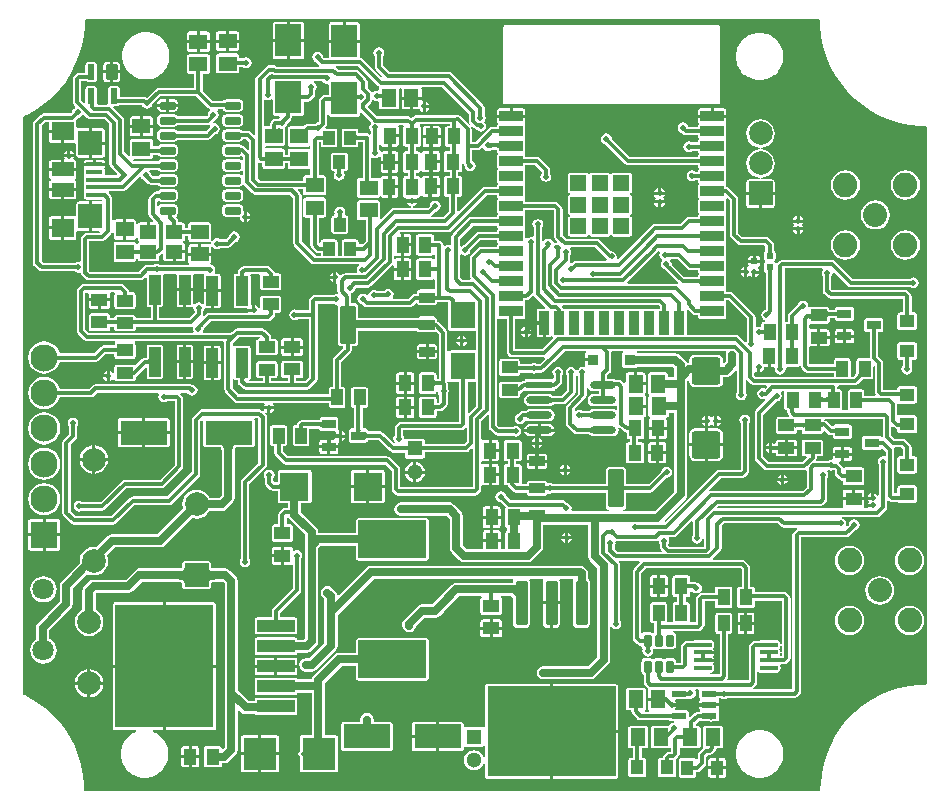
<source format=gtl>
%FSTAX23Y23*%
%MOIN*%
%SFA1B1*%

%IPPOS*%
%AMD16*
4,1,8,0.022700,0.012200,-0.022700,0.012200,-0.025800,0.009200,-0.025800,-0.009200,-0.022700,-0.012200,0.022700,-0.012200,0.025800,-0.009200,0.025800,0.009200,0.022700,0.012200,0.0*
1,1,0.006100,0.022700,0.009200*
1,1,0.006100,-0.022700,0.009200*
1,1,0.006100,-0.022700,-0.009200*
1,1,0.006100,0.022700,-0.009200*
%
%AMD20*
4,1,8,0.019500,-0.069700,0.019500,0.069700,0.014600,0.074600,-0.014600,0.074600,-0.019500,0.069700,-0.019500,-0.069700,-0.014600,-0.074600,0.014600,-0.074600,0.019500,-0.069700,0.0*
1,1,0.009740,0.014600,-0.069700*
1,1,0.009740,0.014600,0.069700*
1,1,0.009740,-0.014600,0.069700*
1,1,0.009740,-0.014600,-0.069700*
%
%AMD35*
4,1,8,-0.012800,0.014500,-0.012800,-0.014500,-0.006400,-0.020900,0.006400,-0.020900,0.012800,-0.014500,0.012800,0.014500,0.006400,0.020900,-0.006400,0.020900,-0.012800,0.014500,0.0*
1,1,0.012800,-0.006400,0.014500*
1,1,0.012800,-0.006400,-0.014500*
1,1,0.012800,0.006400,-0.014500*
1,1,0.012800,0.006400,0.014500*
%
%AMD37*
4,1,8,-0.025800,0.015600,-0.025800,-0.015600,-0.023000,-0.018300,0.023000,-0.018300,0.025800,-0.015600,0.025800,0.015600,0.023000,0.018300,-0.023000,0.018300,-0.025800,0.015600,0.0*
1,1,0.005500,-0.023000,0.015600*
1,1,0.005500,-0.023000,-0.015600*
1,1,0.005500,0.023000,-0.015600*
1,1,0.005500,0.023000,0.015600*
%
%AMD38*
4,1,8,-0.025800,0.059900,-0.025800,-0.059900,-0.021900,-0.063800,0.021900,-0.063800,0.025800,-0.059900,0.025800,0.059900,0.021900,0.063800,-0.021900,0.063800,-0.025800,0.059900,0.0*
1,1,0.007740,-0.021900,0.059900*
1,1,0.007740,-0.021900,-0.059900*
1,1,0.007740,0.021900,-0.059900*
1,1,0.007740,0.021900,0.059900*
%
%AMD39*
4,1,8,0.047800,-0.035000,0.047800,0.035000,0.036200,0.046700,-0.036200,0.046700,-0.047800,0.035000,-0.047800,-0.035000,-0.036200,-0.046700,0.036200,-0.046700,0.047800,-0.035000,0.0*
1,1,0.023320,0.036200,-0.035000*
1,1,0.023320,0.036200,0.035000*
1,1,0.023320,-0.036200,0.035000*
1,1,0.023320,-0.036200,-0.035000*
%
%AMD43*
4,1,8,-0.009900,-0.025600,0.009900,-0.025600,0.011600,-0.023800,0.011600,0.023800,0.009900,0.025600,-0.009900,0.025600,-0.011600,0.023800,-0.011600,-0.023800,-0.009900,-0.025600,0.0*
1,1,0.003480,-0.009900,-0.023800*
1,1,0.003480,0.009900,-0.023800*
1,1,0.003480,0.009900,0.023800*
1,1,0.003480,-0.009900,0.023800*
%
%AMD44*
4,1,8,-0.016600,-0.025600,0.016600,-0.025600,0.019500,-0.022700,0.019500,0.022700,0.016600,0.025600,-0.016600,0.025600,-0.019500,0.022700,-0.019500,-0.022700,-0.016600,-0.025600,0.0*
1,1,0.005840,-0.016600,-0.022700*
1,1,0.005840,0.016600,-0.022700*
1,1,0.005840,0.016600,0.022700*
1,1,0.005840,-0.016600,0.022700*
%
%ADD10R,0.023620X0.019680*%
%ADD11R,0.074800X0.047240*%
%ADD12R,0.053150X0.015750*%
%ADD13R,0.074800X0.062990*%
%ADD14R,0.078740X0.082680*%
%ADD15R,0.055120X0.047240*%
G04~CAMADD=16~8~0.0~0.0~515.8~244.1~30.5~0.0~15~0.0~0.0~0.0~0.0~0~0.0~0.0~0.0~0.0~0~0.0~0.0~0.0~0.0~515.8~244.1*
%ADD16D16*%
%ADD17R,0.051180X0.059050*%
%ADD18R,0.050000X0.022000*%
%ADD19R,0.426770X0.300000*%
G04~CAMADD=20~8~0.0~0.0~1492.1~389.8~48.7~0.0~15~0.0~0.0~0.0~0.0~0~0.0~0.0~0.0~0.0~0~0.0~0.0~0.0~270.0~390.0~1492.0*
%ADD20D20*%
%ADD21R,0.110240X0.107990*%
%ADD22R,0.059050X0.051180*%
%ADD23R,0.040000X0.045000*%
%ADD24R,0.055120X0.039370*%
%ADD25R,0.039370X0.055120*%
%ADD26R,0.047240X0.031500*%
%ADD27R,0.039370X0.098420*%
%ADD28R,0.043310X0.055120*%
%ADD29R,0.055120X0.043310*%
%ADD30R,0.096460X0.096460*%
%ADD31R,0.157480X0.078740*%
%ADD32O,0.086610X0.023620*%
%ADD33R,0.086610X0.023620*%
%ADD34R,0.225000X0.125000*%
G04~CAMADD=35~8~0.0~0.0~417.3~255.9~64.0~0.0~15~0.0~0.0~0.0~0.0~0~0.0~0.0~0.0~0.0~0~0.0~0.0~0.0~90.0~257.0~418.0*
%ADD35D35*%
%ADD36O,0.062990X0.016540*%
G04~CAMADD=37~8~0.0~0.0~366.1~515.8~27.5~0.0~15~0.0~0.0~0.0~0.0~0~0.0~0.0~0.0~0.0~0~0.0~0.0~0.0~90.0~516.0~366.0*
%ADD37D37*%
G04~CAMADD=38~8~0.0~0.0~1275.6~515.8~38.7~0.0~15~0.0~0.0~0.0~0.0~0~0.0~0.0~0.0~0.0~0~0.0~0.0~0.0~90.0~516.0~1276.0*
%ADD38D38*%
G04~CAMADD=39~8~0.0~0.0~933.1~956.7~116.6~0.0~15~0.0~0.0~0.0~0.0~0~0.0~0.0~0.0~0.0~0~0.0~0.0~0.0~270.0~958.0~934.0*
%ADD39D39*%
%ADD40R,0.035430X0.037400*%
%ADD41R,0.043310X0.049210*%
%ADD42R,0.083460X0.089760*%
G04~CAMADD=43~8~0.0~0.0~232.3~511.8~17.4~0.0~15~0.0~0.0~0.0~0.0~0~0.0~0.0~0.0~0.0~0~0.0~0.0~0.0~180.0~232.0~512.0*
%ADD43D43*%
G04~CAMADD=44~8~0.0~0.0~389.8~511.8~29.2~0.0~15~0.0~0.0~0.0~0.0~0~0.0~0.0~0.0~0.0~0~0.0~0.0~0.0~180.0~390.0~512.0*
%ADD44D44*%
%ADD45R,0.086610X0.110240*%
%ADD46R,0.326770X0.411420*%
%ADD47R,0.125980X0.041340*%
%ADD48R,0.052360X0.052360*%
%ADD49R,0.078740X0.035430*%
%ADD50R,0.035430X0.078740*%
%ADD51R,0.049210X0.043310*%
%ADD52C,0.011810*%
%ADD53C,0.027560*%
%ADD54C,0.082000*%
%ADD55C,0.080000*%
%ADD56C,0.078740*%
%ADD57R,0.078740X0.078740*%
%ADD58C,0.051180*%
%ADD59R,0.051180X0.051180*%
%ADD60C,0.070870*%
%ADD61C,0.090550*%
%ADD62R,0.090550X0.090550*%
%ADD63R,0.078740X0.078740*%
%ADD64C,0.019680*%
%LNtcs-1900-1*%
%LPD*%
G36*
X03565Y04413D02*
X03567Y04412D01*
X03568Y0441*
Y04409*
X03568Y04392*
X03571Y04358*
X03578Y04324*
X03588Y04291*
X03601Y0426*
X03617Y04229*
X03636Y04201*
X03658Y04174*
X03682Y0415*
X03709Y04128*
X03737Y04109*
X03767Y04093*
X03799Y0408*
X03832Y0407*
X03866Y04063*
X039Y0406*
X03917Y0406*
X03918*
X0392Y04059*
X0392Y04059*
X03921Y04057*
X03922Y04055*
X03922Y04055*
Y0405*
Y02202*
Y02201*
X03921Y02199*
X0392Y02199*
X03916Y02197*
X03911Y02197*
X03898Y02197*
X03864Y02193*
X03831Y02186*
X03798Y02176*
X03767Y02163*
X03737Y02147*
X03708Y02127*
X03682Y02106*
X03658Y02081*
X03637Y02055*
X03618Y02027*
X03602Y01997*
X03589Y01965*
X03579Y01932*
X03572Y01899*
X03569Y01865*
X03568Y01848*
Y01847*
X03568Y01845*
X03566Y01844*
X03564Y01843*
X01121*
X0112*
X0112Y01843*
X0112Y01843*
X0112Y01843*
X01119Y01843*
X01118Y01843*
X01116Y01843*
X01114Y01845*
X01113Y01848*
X01113Y01864*
X0111Y01897*
X01104Y01929*
X01094Y01961*
X01082Y01992*
X01067Y02021*
X01049Y02049*
X01029Y02074*
X01007Y02098*
X00982Y0212*
X00955Y02139*
X00927Y02156*
X00916Y02161*
X00912Y02163*
X00909Y02167*
X00909Y02168*
X00909Y02168*
X00909Y02169*
X00909Y02169*
X00909Y0217*
Y04086*
Y04087*
X00909Y04088*
X0091Y0409*
X00912Y04091*
X00912Y04091*
X00913Y04091*
X00913Y04091*
X00913Y04092*
X00914Y04092*
X00914Y04092*
X00929Y04099*
X00957Y04116*
X00984Y04135*
X01009Y04157*
X01032Y04181*
X01052Y04207*
X0107Y04235*
X01085Y04264*
X01097Y04295*
X01107Y04327*
X01113Y04359*
X01116Y04392*
X01117Y04409*
Y0441*
X01117Y04412*
X01119Y04413*
X01121Y04414*
X01122*
X03562*
X03563Y04414*
X03565Y04413*
G37*
%LNtcs-1900-2*%
%LPC*%
G36*
X02712Y02906D02*
X027D01*
X027Y02904*
X02704Y02898*
X0271Y02894*
X02712Y02894*
Y02906*
G37*
G36*
X00981Y02986D02*
X00967Y02984D01*
X00954Y02979*
X00943Y02971*
X00934Y02959*
X00929Y02947*
X00927Y02933*
X00929Y02919*
X00934Y02906*
X00943Y02895*
X00954Y02886*
X00967Y02881*
X00981Y02879*
X00995Y02881*
X01008Y02886*
X01019Y02895*
X01027Y02906*
X01033Y02919*
X01034Y02933*
X01033Y02947*
X01027Y02959*
X01019Y02971*
X01008Y02979*
X00995Y02984*
X00981Y02986*
G37*
G36*
X02249Y029D02*
X02221D01*
Y02872*
X02225Y02872*
X02233Y02876*
X0224Y02881*
X02245Y02888*
X02249Y02896*
X02249Y029*
G37*
G36*
X02734Y02906D02*
X02722D01*
Y02894*
X02724Y02894*
X0273Y02898*
X02734Y02904*
X02734Y02906*
G37*
G36*
X0368Y03353D02*
X03653D01*
Y03334*
X03672*
X03675Y03334*
X03677Y03336*
X03679Y03339*
X0368Y03342*
Y03353*
G37*
G36*
X01193Y02942D02*
X01151D01*
Y029*
X01158Y02901*
X0117Y02906*
X0118Y02914*
X01187Y02924*
X01192Y02935*
X01193Y02942*
G37*
G36*
X01141D02*
X01099D01*
X011Y02935*
X01105Y02924*
X01112Y02914*
X01122Y02906*
X01134Y02901*
X01141Y029*
Y02942*
G37*
G36*
X02108Y02913D02*
X02065D01*
Y02862*
X02116*
Y02905*
X02115Y02908*
X02113Y02911*
X02111Y02912*
X02108Y02913*
G37*
G36*
X02055D02*
X02011D01*
X02008Y02912*
X02006Y02911*
X02004Y02908*
X02003Y02905*
Y02862*
X02055*
Y02913*
G37*
G36*
X02498Y02891D02*
X02473D01*
Y02861*
X0249*
X02493Y02861*
X02495Y02863*
X02497Y02866*
X02498Y02869*
Y02891*
G37*
G36*
X02211Y029D02*
X02183D01*
X02183Y02896*
X02187Y02888*
X02192Y02881*
X02199Y02876*
X02207Y02872*
X02211Y02872*
Y029*
G37*
G36*
X03591Y03381D02*
X03568D01*
Y03358*
X03599*
Y03373*
X03598Y03376*
X03597Y03378*
X03594Y0338*
X03591Y03381*
G37*
G36*
X03643Y03381D02*
X03625D01*
X03621Y03381*
X03619Y03379*
X03617Y03376*
X03616Y03373*
Y03363*
X03643*
Y03381*
G37*
G36*
X03672D02*
X03653D01*
Y03363*
X0368*
Y03373*
X03679Y03376*
X03677Y03379*
X03675Y03381*
X03672Y03381*
G37*
G36*
X03643Y03353D02*
X03616D01*
Y03342*
X03617Y03339*
X03619Y03336*
X03621Y03334*
X03625Y03334*
X03643*
Y03353*
G37*
G36*
X01802Y03317D02*
X01771D01*
Y03301*
X01772Y03298*
X01773Y03295*
X01776Y03293*
X01779Y03293*
X01802*
Y03317*
G37*
G36*
X01842D02*
X01812D01*
Y03293*
X01834*
X01837Y03293*
X0184Y03295*
X01842Y03298*
X01842Y03301*
Y03317*
G37*
G36*
X02252Y03333D02*
X02234D01*
X0223Y03333*
X02226Y0333*
X02224Y03327*
X02223Y03323*
Y03312*
X02252*
Y03333*
G37*
G36*
X02291Y03302D02*
X02262D01*
Y03281*
X0228*
X02284Y03281*
X02288Y03284*
X0229Y03287*
X02291Y03291*
Y03302*
G37*
G36*
X01445Y0333D02*
X0143D01*
X01427Y0333*
X01425Y03328*
X01423Y03325*
X01422Y03322*
Y03278*
X01445*
Y0333*
G37*
G36*
X0147D02*
X01455D01*
Y03278*
X01478*
Y03322*
X01477Y03325*
X01475Y03328*
X01473Y0333*
X0147Y0333*
G37*
G36*
X02252Y03302D02*
X02223D01*
Y03291*
X02224Y03287*
X02226Y03284*
X0223Y03281*
X02234Y03281*
X02252*
Y03302*
G37*
G36*
X0249Y02932D02*
X02473D01*
Y02901*
X02498*
Y02924*
X02497Y02927*
X02495Y02929*
X02493Y02931*
X0249Y02932*
G37*
G36*
X01802Y03352D02*
X01779D01*
X01776Y03351*
X01773Y0335*
X01772Y03347*
X01771Y03344*
Y03327*
X01802*
Y03352*
G37*
G36*
X01834D02*
X01812D01*
Y03327*
X01842*
Y03344*
X01842Y03347*
X0184Y0335*
X01837Y03351*
X01834Y03352*
G37*
G36*
X02211Y02938D02*
X02207Y02938D01*
X02199Y02934*
X02192Y02929*
X02187Y02922*
X02183Y02914*
X02183Y0291*
X02211*
Y02938*
G37*
G36*
X0228Y03333D02*
X02262D01*
Y03312*
X02291*
Y03323*
X0229Y03327*
X02288Y0333*
X02284Y03333*
X0228Y03333*
G37*
G36*
X02221Y02938D02*
Y0291D01*
X02249*
X02249Y02914*
X02245Y02922*
X0224Y02929*
X02233Y02934*
X02225Y02938*
X02221Y02938*
G37*
G36*
X03599Y03348D02*
X03568D01*
Y03325*
X03591*
X03594Y03326*
X03597Y03327*
X03598Y0333*
X03599Y03333*
Y03348*
G37*
G36*
X02116Y02852D02*
X02065D01*
Y02801*
X02108*
X02111Y02801*
X02113Y02803*
X02115Y02805*
X02116Y02809*
Y02852*
G37*
G36*
X02739Y02682D02*
X02727D01*
Y02669*
X02729Y0267*
X02735Y02674*
X02739Y0268*
X02739Y02682*
G37*
G36*
X02717D02*
X02705D01*
X02705Y0268*
X02709Y02674*
X02715Y0267*
X02717Y02669*
Y02682*
G37*
G36*
X01034Y02691D02*
X00986D01*
Y02643*
X01026*
X01029Y02644*
X01032Y02645*
X01033Y02648*
X01034Y02651*
Y02691*
G37*
G36*
X01944Y03572D02*
X01942Y03571D01*
X01937Y03567*
X01933Y03562*
X01932Y0356*
X01944*
Y03572*
G37*
G36*
X02717Y02704D02*
X02715Y02703D01*
X02709Y02699*
X02705Y02693*
X02705Y02692*
X02717*
Y02704*
G37*
G36*
X02495Y02711D02*
X02478D01*
Y02681*
X02503*
Y02703*
X02502Y02706*
X025Y02709*
X02498Y02711*
X02495Y02711*
G37*
G36*
X02468D02*
X02451D01*
X02448Y02711*
X02446Y02709*
X02444Y02706*
X02443Y02703*
Y02681*
X02468*
Y02711*
G37*
G36*
X0177Y02621D02*
X0174D01*
Y02605*
X0174Y02602*
X01742Y02599*
X01744Y02597*
X01748Y02597*
X0177*
Y02621*
G37*
G36*
X03651Y03712D02*
X03639Y0371D01*
X03627Y03705*
X03617Y03697*
X03609Y03687*
X03604Y03675*
X03602Y03662*
X03604Y0365*
X03609Y03638*
X03617Y03627*
X03627Y0362*
X03639Y03615*
X03651Y03613*
X03664Y03615*
X03676Y0362*
X03686Y03627*
X03694Y03638*
X03699Y0365*
X03701Y03662*
X03699Y03675*
X03694Y03687*
X03686Y03697*
X03676Y03705*
X03664Y0371*
X03651Y03712*
G37*
G36*
X03851D02*
X03839Y0371D01*
X03827Y03705*
X03817Y03697*
X03809Y03687*
X03804Y03675*
X03802Y03662*
X03804Y0365*
X03809Y03638*
X03817Y03627*
X03827Y0362*
X03839Y03615*
X03851Y03613*
X03864Y03615*
X03876Y0362*
X03886Y03627*
X03894Y03638*
X03899Y0365*
X03901Y03662*
X03899Y03675*
X03894Y03687*
X03886Y03697*
X03876Y03705*
X03864Y0371*
X03851Y03712*
G37*
G36*
X01731Y02913D02*
X01724Y02912D01*
X01718Y02908*
X01714Y02902*
X01713Y02895*
X01714Y02888*
X01716Y02885*
X01716Y02885*
X01716Y02885*
X01716Y02885*
X01716Y02885*
X01716Y02885*
X01716Y02885*
X01716Y02884*
X01716Y02884*
X01717Y0288*
Y0287*
X01718Y02864*
X01721Y0286*
X01734Y02847*
X01738Y02844*
X01744Y02843*
X01758*
X01759Y02843*
X01759Y02843*
Y02809*
X0176Y02805*
X01762Y02803*
X01764Y02801*
X01767Y02801*
X01793*
Y02785*
X01783*
X01778Y02784*
X01773Y02781*
X01765Y02773*
X01762Y02769*
X01761Y02763*
Y02731*
X01748*
X01744Y0273*
X01742Y02729*
X0174Y02726*
X0174Y02723*
Y0268*
X0174Y02677*
X01742Y02674*
X01744Y02672*
X01748Y02672*
X01803*
X01806Y02672*
X01808Y02674*
X0181Y02677*
X01811Y0268*
Y02723*
X0181Y02726*
X01808Y02729*
X01806Y0273*
X01803Y02731*
X01789*
Y02757*
X01795*
X01795Y02755*
X018Y02748*
X0185Y02697*
Y0266*
Y02351*
X01847Y02347*
X01824*
X01824Y02349*
X01822Y02352*
X0182Y02353*
X01816Y02354*
X0169*
X01687Y02353*
X01685Y02352*
X01683Y02349*
X01682Y02346*
Y02305*
X01683Y02302*
X01685Y02299*
X01687Y02297*
X0169Y02297*
X01816*
X0182Y02297*
X01822Y02299*
X01824Y02302*
X01824Y02303*
X01856*
X01865Y02305*
X01872Y0231*
X01888Y02326*
X01893Y02333*
X01895Y02341*
Y02651*
X01903Y02659*
X02021*
Y02619*
X02021Y02615*
X02023Y02613*
X02026Y02611*
X02029Y0261*
X02254*
X02257Y02611*
X02259Y02613*
X02261Y02615*
X02262Y02619*
Y02744*
X02261Y02747*
X02259Y02749*
X02257Y02751*
X02254Y02752*
X02029*
X02026Y02751*
X02023Y02749*
X02021Y02747*
X02021Y02744*
Y02703*
X01895*
Y02706*
X01893Y02715*
X01888Y02722*
X01838Y02772*
Y02801*
X01864*
X01867Y02801*
X01869Y02803*
X01871Y02805*
X01872Y02809*
Y02905*
X01871Y02908*
X01869Y02911*
X01867Y02912*
X01864Y02913*
X01767*
X01764Y02912*
X01762Y02911*
X0176Y02908*
X01759Y02905*
Y02871*
X01759Y02871*
X01758Y02871*
X01749*
X01745Y02875*
Y02881*
X01745Y02882*
X01745Y02884*
X01745Y02884*
X01745Y02885*
X01745Y02885*
X01745Y02885*
X01745Y02885*
X01746Y02885*
X01746Y02885*
X01746Y02885*
X01747Y02888*
X01749Y02895*
X01747Y02902*
X01744Y02908*
X01738Y02912*
X01731Y02913*
G37*
G36*
X00976Y02691D02*
X00927D01*
Y02651*
X00928Y02648*
X0093Y02645*
X00932Y02644*
X00935Y02643*
X00976*
Y02691*
G37*
G36*
X0177Y02656D02*
X01748D01*
X01744Y02656*
X01742Y02654*
X0174Y02651*
X0174Y02648*
Y02631*
X0177*
Y02656*
G37*
G36*
X01449Y03634D02*
X01419D01*
Y03608*
X01441*
X01445Y03608*
X01447Y0361*
X01449Y03613*
X01449Y03616*
Y03634*
G37*
G36*
X02727Y02704D02*
Y02692D01*
X02739*
X02739Y02693*
X02735Y02699*
X02729Y02703*
X02727Y02704*
G37*
G36*
X0116Y03474D02*
X01129D01*
Y03457*
X0113Y03454*
X01132Y03452*
X01134Y0345*
X01137Y03449*
X0116*
Y03474*
G37*
G36*
X012D02*
X0117D01*
Y03449*
X01192*
X01195Y0345*
X01198Y03452*
X012Y03454*
X012Y03457*
Y03474*
G37*
G36*
X01569Y03504D02*
X01546D01*
Y03452*
X01561*
X01564Y03453*
X01566Y03454*
X01568Y03457*
X01569Y0346*
Y03504*
G37*
G36*
X02467Y02791D02*
X0245D01*
X02447Y0279*
X02445Y02789*
X02443Y02786*
X02442Y02783*
Y0276*
X02467*
Y02791*
G37*
G36*
X02055Y02852D02*
X02003D01*
Y02809*
X02004Y02805*
X02006Y02803*
X02008Y02801*
X02011Y02801*
X02055*
Y02852*
G37*
G36*
X00981Y02868D02*
X00967Y02866D01*
X00954Y02861*
X00943Y02852*
X00934Y02841*
X00929Y02828*
X00927Y02815*
X00929Y02801*
X00934Y02788*
X00943Y02777*
X00954Y02768*
X00967Y02763*
X00981Y02761*
X00995Y02763*
X01008Y02768*
X01019Y02777*
X01027Y02788*
X01033Y02801*
X01034Y02815*
X01033Y02828*
X01027Y02841*
X01019Y02852*
X01008Y02861*
X00995Y02866*
X00981Y02868*
G37*
G36*
X02494Y02791D02*
X02477D01*
Y0276*
X02502*
Y02783*
X02501Y02786*
X02499Y02789*
X02497Y0279*
X02494Y02791*
G37*
G36*
X01944Y0355D02*
X01932D01*
X01933Y03548*
X01937Y03542*
X01942Y03538*
X01944Y03538*
Y0355*
G37*
G36*
X01026Y0275D02*
X00986D01*
Y02701*
X01034*
Y02742*
X01033Y02745*
X01032Y02747*
X01029Y02749*
X01026Y0275*
G37*
G36*
X00976D02*
X00935D01*
X00932Y02749*
X0093Y02747*
X00928Y02745*
X00927Y02742*
Y02701*
X00976*
Y0275*
G37*
G36*
X02467Y0275D02*
X02442D01*
Y02728*
X02443Y02725*
X02445Y02722*
X02447Y0272*
X0245Y0272*
X02467*
Y0275*
G37*
G36*
X01445Y03508D02*
X01422D01*
Y03464*
X01423Y03461*
X01425Y03458*
X01427Y03457*
X0143Y03456*
X01445*
Y03508*
G37*
G36*
X01724Y03593D02*
X01649D01*
X01644Y03592*
X01639Y03589*
X01631Y03581*
X01628Y03576*
X01627Y03571*
Y03568*
X01627Y03567*
X01627Y03567*
X01621*
X01618Y03566*
X01615Y03564*
X01614Y03562*
X01613Y03559*
Y0346*
X01614Y03457*
X01615Y03454*
X01618Y03453*
X01621Y03452*
X01657*
X01658Y0345*
X01674*
Y03462*
X01674Y03462*
X01669Y03465*
X01669Y03466*
Y03559*
X01668Y0356*
X01671Y03564*
X01672Y03565*
X01697*
X017Y0356*
X017Y0356*
Y0352*
X01701Y03517*
X01702Y03514*
X01705Y03513*
X01708Y03512*
X01763*
X01766Y03513*
X01769Y03514*
X01771Y03517*
X01771Y0352*
Y0356*
X01771Y03563*
X01769Y03565*
X01766Y03567*
X01763Y03568*
X0175*
X01749Y03573*
X01746Y03577*
X01734Y03589*
X01729Y03592*
X01724Y03593*
G37*
G36*
X02502Y0275D02*
X02477D01*
Y0272*
X02494*
X02497Y0272*
X02499Y02722*
X02501Y02725*
X02502Y02728*
Y0275*
G37*
G36*
X01561Y03326D02*
X01546D01*
Y03274*
X01569*
Y03318*
X01568Y03321*
X01566Y03324*
X01564Y03326*
X01561Y03326*
G37*
G36*
X01399Y03032D02*
X01317D01*
Y0299*
X01391*
X01394Y0299*
X01397Y02992*
X01399Y02994*
X01399Y02998*
Y03032*
G37*
G36*
X01307D02*
X01226D01*
Y02998*
X01226Y02994*
X01228Y02992*
X01231Y0299*
X01234Y0299*
X01307*
Y03032*
G37*
G36*
X01747Y03115D02*
X01735D01*
Y03103*
X01737Y03103*
X01743Y03107*
X01747Y03113*
X01747Y03115*
G37*
G36*
X01925Y03013D02*
X01906D01*
X01903Y03013*
X019Y03011*
X01899Y03008*
X01898Y03005*
Y02994*
X01925*
Y03013*
G37*
G36*
X01962Y0302D02*
X0195D01*
X0195Y03018*
X0195Y03018*
X01948Y03013*
X01935*
Y02994*
X01961*
Y03003*
X01962Y03004*
Y0302*
G37*
G36*
X0218Y03117D02*
X02155D01*
Y03094*
X02155Y03091*
X02157Y03088*
X0216Y03087*
X02163Y03086*
X0218*
Y03117*
G37*
G36*
X02214D02*
X0219D01*
Y03086*
X02206*
X02209Y03087*
X02212Y03088*
X02214Y03091*
X02214Y03094*
Y03117*
G37*
G36*
X03047Y03006D02*
X0303D01*
Y02975*
X03055*
Y02998*
X03054Y03001*
X03052Y03003*
X0305Y03005*
X03047Y03006*
G37*
G36*
X0218Y03157D02*
X02163D01*
X0216Y03157*
X02157Y03155*
X02155Y03152*
X02155Y03149*
Y03127*
X0218*
Y03157*
G37*
G36*
X02206D02*
X0219D01*
Y03127*
X02214*
Y03149*
X02214Y03152*
X02212Y03155*
X02209Y03157*
X02206Y03157*
G37*
G36*
X02489Y03012D02*
X02472D01*
Y02982*
X02497*
Y03004*
X02496Y03007*
X02494Y0301*
X02492Y03012*
X02489Y03012*
G37*
G36*
X01725Y03115D02*
X01713D01*
X01713Y03113*
X01714Y03111*
X01711Y03108*
X01708Y0311*
X01704Y03113*
X01698Y03114*
X01506*
X01501Y03113*
X01496Y0311*
X01476Y03089*
X01473Y03085*
X01472Y03079*
Y02904*
X01391Y02824*
X01277*
X01272Y02823*
X01267Y02819*
X01205Y02758*
X01086*
X01069Y02775*
Y02997*
X01087Y03015*
X0109Y0302*
X01091Y03025*
Y03058*
X01094Y03061*
X01095Y03068*
X01094Y03075*
X0109Y03081*
X01084Y03085*
X01077Y03086*
X0107Y03085*
X01064Y03081*
X01061Y03075*
X01059Y03068*
X01061Y03061*
X01063Y03058*
Y03031*
X01045Y03012*
X01042Y03008*
X01041Y03002*
Y02769*
X01042Y02764*
X01045Y02759*
X0107Y02734*
X01075Y02731*
X0108Y0273*
X01211*
X01216Y02731*
X01221Y02734*
X01283Y02795*
X01397*
X01403Y02797*
X01407Y028*
X01496Y02888*
X01499Y02893*
X015Y02898*
Y03073*
X01504Y03078*
X01508Y03077*
X01509Y03076*
Y02998*
X0151Y02994*
X01512Y02992*
X01514Y0299*
X01517Y0299*
X01567*
X01567*
X01568Y02989*
X01568Y02989*
X01569Y02988*
X0157Y02987*
X0157Y02985*
X01571Y02982*
X01572Y02979*
X01572Y02976*
Y02829*
X01563Y0282*
X01531*
X0153Y02822*
X01522Y02831*
X01513Y02839*
X01501Y02844*
X01489Y02845*
X01476Y02844*
X01465Y02839*
X01455Y02831*
X01447Y02822*
X01443Y0281*
X01441Y02798*
X01443Y02785*
X01443Y02784*
X01358Y02698*
X01208*
X01199Y02697*
X01192Y02692*
X01155Y02655*
X01146Y02656*
X01134Y02655*
X01122Y0265*
X01112Y02642*
X01105Y02633*
X011Y02621*
X01099Y02609*
X01099Y02603*
X01039Y02542*
X01034Y02535*
X01032Y02527*
Y02475*
X0096Y02403*
X00955Y02395*
X00954Y02387*
Y02347*
X00947Y02341*
X0094Y02332*
X00936Y02322*
X00934Y02311*
X00936Y02299*
X0094Y02289*
X00947Y0228*
X00956Y02273*
X00967Y02268*
X00978Y02267*
X00989Y02268*
X01Y02273*
X01009Y0228*
X01016Y02289*
X0102Y02299*
X01022Y02311*
X0102Y02322*
X01016Y02332*
X01009Y02341*
X01Y02348*
X00998Y02349*
Y02378*
X0107Y0245*
X01075Y02457*
X01076Y02465*
Y02518*
X01125Y02566*
X01134Y02563*
X01146Y02561*
X01158Y02563*
X0117Y02567*
X0118Y02575*
X01187Y02585*
X01192Y02596*
X01194Y02609*
X01192Y02621*
X0119Y02627*
X01217Y02654*
X01367*
X01376Y02656*
X01383Y02661*
X01475Y02752*
X01476Y02752*
X01489Y0275*
X01501Y02752*
X01513Y02756*
X01522Y02764*
X0153Y02774*
X01531Y02776*
X01572*
X01581Y02777*
X01588Y02782*
X0161Y02804*
X01614Y02811*
X01616Y02819*
Y02976*
X01616Y02979*
X01617Y02982*
X01618Y02985*
X01618Y02987*
X01619Y02988*
X0162Y02989*
X0162Y02989*
X01621Y0299*
X01621*
X01675*
X01678Y0299*
X0168Y02992*
X01682Y02994*
X01683Y02998*
Y03076*
X01682Y03079*
X01681Y03081*
X01682Y03085*
X01683Y03086*
X01693*
X01695Y03083*
Y02935*
X01641Y02881*
X01638Y02877*
X01637Y02872*
Y02619*
X01633Y02614*
X01632Y02607*
X01633Y026*
X01637Y02594*
X01643Y0259*
X0165Y02589*
X01657Y0259*
X01663Y02594*
X01667Y026*
X01668Y02607*
X01667Y02614*
X01665Y02616*
Y02866*
X01719Y0292*
X01722Y02924*
X01723Y0293*
Y03089*
X01722Y03094*
X01719Y03099*
X01718Y031*
X01721Y03104*
X01723Y03103*
X01725Y03103*
Y03115*
G37*
G36*
X02641Y02996D02*
X02629D01*
Y02984*
X0263Y02985*
X02636Y02989*
X0264Y02995*
X02641Y02996*
G37*
G36*
X02619D02*
X02606D01*
X02607Y02995*
X02611Y02989*
X02617Y02985*
X02619Y02984*
Y02996*
G37*
G36*
X00981Y03104D02*
X00967Y03103D01*
X00954Y03097*
X00943Y03089*
X00934Y03078*
X00929Y03065*
X00927Y03051*
X00929Y03037*
X00934Y03024*
X00943Y03013*
X00954Y03004*
X00967Y02999*
X00981Y02997*
X00995Y02999*
X01008Y03004*
X01019Y03013*
X01027Y03024*
X01033Y03037*
X01034Y03051*
X01033Y03065*
X01027Y03078*
X01019Y03089*
X01008Y03097*
X00995Y03103*
X00981Y03104*
G37*
G36*
X01391Y03084D02*
X01317D01*
Y03042*
X01399*
Y03076*
X01399Y03079*
X01397Y03082*
X01394Y03084*
X01391Y03084*
G37*
G36*
X02626Y0304D02*
X02581D01*
X02581Y03037*
X02586Y03031*
X02592Y03026*
X026Y03025*
X02626*
Y0304*
G37*
G36*
X03056Y03046D02*
X03031D01*
Y03015*
X03048*
X03051Y03016*
X03053Y03017*
X03055Y0302*
X03056Y03023*
Y03046*
G37*
G36*
X01307Y03084D02*
X01234D01*
X01231Y03084*
X01228Y03082*
X01226Y03079*
X01226Y03076*
Y03042*
X01307*
Y03084*
G37*
G36*
X01953Y03088D02*
X01906D01*
X01903Y03088*
X019Y03086*
X01899Y03083*
X01898Y0308*
Y03079*
X01898Y03078*
X01897Y03078*
X01839*
X01834Y03077*
X01829Y03074*
X01827Y03072*
X01824Y03068*
X01823Y03063*
X01817*
X01814Y03062*
X01812Y0306*
X0181Y03058*
X01809Y03055*
Y03*
X0181Y02996*
X01812Y02994*
X01814Y02992*
X01817Y02991*
X01857*
X0186Y02992*
X01862Y02994*
X01864Y02996*
X01865Y03*
Y0305*
X01897*
X01898Y0305*
X01898Y0305*
Y03049*
X01899Y03046*
X019Y03043*
X01903Y03041*
X01906Y03041*
X0195*
X01953Y03036*
X0195Y03032*
X0195Y0303*
X01962*
Y03046*
X01961Y03047*
X01961Y03049*
Y0308*
X01961Y03083*
X01959Y03086*
X01956Y03088*
X01953Y03088*
G37*
G36*
X01972Y03042D02*
Y0303D01*
X01984*
X01984Y03032*
X0198Y03038*
X01974Y03042*
X01972Y03042*
G37*
G36*
X02682Y0304D02*
X02636D01*
Y03025*
X02663*
X02671Y03026*
X02677Y03031*
X02681Y03037*
X02682Y0304*
G37*
G36*
X02629Y03019D02*
Y03006D01*
X02641*
X0264Y03008*
X02636Y03014*
X0263Y03018*
X02629Y03019*
G37*
G36*
X02619D02*
X02617Y03018D01*
X02611Y03014*
X02607Y03008*
X02606Y03006*
X02619*
Y03019*
G37*
G36*
X02663Y03115D02*
X026D01*
X02592Y03114*
X02586Y03109*
X02586Y03109*
X02576*
X02571Y03108*
X02566Y03105*
X02561Y031*
X02561Y031*
X02555Y03096*
X02551Y0309*
X02549Y03083*
X02551Y03076*
X02555Y0307*
X02561Y03066*
X02567Y03065*
X02574Y03066*
X0258Y0307*
X02584Y03076*
X02584Y03076*
X0259Y03078*
X02592Y03076*
X026Y03075*
X02663*
X02671Y03076*
X02677Y03081*
X02681Y03087*
X02683Y03095*
X02681Y03103*
X02677Y03109*
X02671Y03114*
X02663Y03115*
G37*
G36*
X01984Y0302D02*
X01972D01*
Y03008*
X01974Y03008*
X0198Y03012*
X01984Y03018*
X01984Y0302*
G37*
G36*
X02626Y03065D02*
X026D01*
X02592Y03064*
X02586Y03059*
X02581Y03053*
X02581Y0305*
X02626*
Y03065*
G37*
G36*
X02663D02*
X02636D01*
Y0305*
X02682*
X02681Y03053*
X02677Y03059*
X02671Y03064*
X02663Y03065*
G37*
G36*
X03021Y03046D02*
X02996D01*
Y03023*
X02997Y0302*
X02999Y03017*
X03001Y03016*
X03004Y03015*
X03021*
Y03046*
G37*
G36*
X0302Y03006D02*
X03003D01*
X03Y03005*
X02998Y03003*
X02996Y03001*
X02995Y02998*
Y02975*
X0302*
Y03006*
G37*
G36*
X01445Y03268D02*
X01422D01*
Y03224*
X01423Y03221*
X01425Y03218*
X01427Y03216*
X0143Y03216*
X01445*
Y03268*
G37*
G36*
X01478D02*
X01455D01*
Y03216*
X0147*
X01473Y03216*
X01475Y03218*
X01477Y03221*
X01478Y03224*
Y03268*
G37*
G36*
X02722Y02928D02*
Y02916D01*
X02734*
X02734Y02918*
X0273Y02924*
X02724Y02928*
X02722Y02928*
G37*
G36*
X0302Y02965D02*
X02995D01*
Y02942*
X02996Y02939*
X02998Y02937*
X03Y02935*
X03003Y02934*
X0302*
Y02965*
G37*
G36*
X01536Y03264D02*
X01513D01*
Y0322*
X01514Y03217*
X01515Y03214*
X01518Y03213*
X01521Y03212*
X01536*
Y03264*
G37*
G36*
X01569D02*
X01546D01*
Y03212*
X01561*
X01564Y03213*
X01566Y03214*
X01568Y03217*
X01569Y0322*
Y03264*
G37*
G36*
X03055Y02965D02*
X0303D01*
Y02934*
X03047*
X0305Y02935*
X03052Y02937*
X03054Y02939*
X03055Y02942*
Y02965*
G37*
G36*
X02657Y02936D02*
X02628D01*
Y02915*
X02646*
X0265Y02915*
X02653Y02918*
X02656Y02921*
X02657Y02925*
Y02936*
G37*
G36*
X02618D02*
X02589D01*
Y02925*
X0259Y02921*
X02592Y02918*
X02596Y02915*
X026Y02915*
X02618*
Y02936*
G37*
G36*
X01536Y03326D02*
X01521D01*
X01518Y03326*
X01515Y03324*
X01514Y03321*
X01513Y03318*
Y03274*
X01536*
Y03326*
G37*
G36*
X0137Y0333D02*
X0133D01*
X01327Y0333*
X01325Y03328*
X01323Y03325*
X01322Y03322*
Y03287*
X01322Y03287*
X01321Y03287*
X01317*
X01312Y03286*
X01307Y03283*
X01285Y03261*
X01284Y03261*
X01281Y03263*
X01278Y03263*
X01223*
X0122Y03263*
X01217Y03261*
X01216Y03258*
X01215Y03255*
Y03236*
X0121Y03235*
X01207Y03239*
X01201Y03243*
X01199Y03243*
Y03226*
Y03209*
X01201Y03209*
X01207Y03213*
X0121Y03217*
X01214Y03216*
X01215Y03216*
X01216Y03213*
X01217Y0321*
X0122Y03209*
X01223Y03208*
X01278*
X01281Y03209*
X01284Y0321*
X01285Y03213*
X01286Y03216*
Y03223*
X0129Y03226*
X01318Y03253*
X01322Y03251*
Y03224*
X01323Y03221*
X01325Y03218*
X01327Y03216*
X0133Y03216*
X0137*
X01373Y03216*
X01375Y03218*
X01377Y03221*
X01378Y03224*
Y03322*
X01377Y03325*
X01375Y03328*
X01373Y0333*
X0137Y0333*
G37*
G36*
X03882Y03339D02*
X03833D01*
X0383Y03339*
X03827Y03337*
X03826Y03334*
X03825Y03331*
Y03288*
X03826Y03285*
X03827Y03282*
X0383Y0328*
X03833Y0328*
X03844*
Y03262*
X03843Y03261*
X03839Y03255*
X03838Y03249*
X03839Y03242*
X03843Y03236*
X03849Y03232*
X03856Y0323*
X03863Y03232*
X03869Y03236*
X03872Y03242*
X03874Y03249*
X03872Y03255*
X03872Y03256*
Y0328*
X03882*
X03885Y0328*
X03888Y03282*
X0389Y03285*
X0389Y03288*
Y03331*
X0389Y03334*
X03888Y03337*
X03885Y03339*
X03882Y03339*
G37*
G36*
X01189Y03243D02*
X01187Y03243D01*
X01182Y03239*
X01178Y03233*
X01177Y03231*
X01189*
Y03243*
G37*
G36*
X02712Y02928D02*
X0271Y02928D01*
X02704Y02924*
X027Y02918*
X027Y02916*
X02712*
Y02928*
G37*
G36*
X01189Y03221D02*
X01177D01*
X01178Y03219*
X01182Y03213*
X01187Y03209*
X01189Y03209*
Y03221*
G37*
G36*
X02214Y03197D02*
X0219D01*
Y03167*
X02206*
X02209Y03167*
X02212Y03169*
X02214Y03172*
X02214Y03175*
Y03197*
G37*
G36*
X01151Y02994D02*
Y02952D01*
X01193*
X01192Y0296*
X01187Y02971*
X0118Y02981*
X0117Y02989*
X01158Y02993*
X01151Y02994*
G37*
G36*
X01141D02*
X01134Y02993D01*
X01122Y02989*
X01112Y02981*
X01105Y02971*
X011Y0296*
X01099Y02952*
X01141*
Y02994*
G37*
G36*
X0218Y03197D02*
X02155D01*
Y03175*
X02155Y03172*
X02157Y03169*
X0216Y03167*
X02163Y03167*
X0218*
Y03197*
G37*
G36*
X01961Y02984D02*
X01935D01*
Y02966*
X01953*
X01956Y02966*
X01959Y02968*
X01961Y02971*
X01961Y02974*
Y02984*
G37*
G36*
X01925D02*
X01898D01*
Y02974*
X01899Y02971*
X019Y02968*
X01903Y02966*
X01906Y02966*
X01925*
Y02984*
G37*
G36*
X00981Y03222D02*
X00967Y03221D01*
X00954Y03215*
X00943Y03207*
X00934Y03196*
X00929Y03183*
X00927Y03169*
X00929Y03155*
X00934Y03142*
X00943Y03131*
X00954Y03122*
X00967Y03117*
X00981Y03115*
X00995Y03117*
X01008Y03122*
X01019Y03131*
X01027Y03142*
X01032Y03155*
X01136*
X01142Y03156*
X01146Y03159*
X01157Y0317*
X01361*
X01364Y03165*
X01363Y03163*
X01361Y03156*
X01363Y03149*
X01367Y03143*
X01373Y03139*
X01379Y03138*
X01386Y03139*
X0139Y03142*
X01417*
Y0293*
X01366Y02879*
X01249*
X01243Y02878*
X01239Y02875*
X01169Y02805*
X01108*
X01104Y02808*
X01097Y02809*
X0109Y02808*
X01084Y02804*
X0108Y02798*
X01079Y02791*
X0108Y02784*
X01084Y02778*
X0109Y02774*
X01097Y02773*
X01104Y02774*
X01108Y02777*
X01175*
X0118Y02778*
X01185Y02781*
X01254Y02851*
X01372*
X01377Y02852*
X01381Y02855*
X01441Y02914*
X01444Y02918*
X01445Y02924*
Y03149*
X01444Y03154*
X01441Y03159*
X01435Y03165*
X01437Y0317*
X01458*
X01461Y03165*
X01467Y03161*
X01474Y0316*
X01481Y03161*
X01487Y03165*
X01491Y03171*
X01492Y03178*
X01491Y03185*
X01487Y0319*
X01481Y03194*
X01475Y03196*
X01473Y03197*
X01468Y03198*
X01151*
X01146Y03197*
X01141Y03193*
X01131Y03183*
X01032*
X01027Y03196*
X01019Y03207*
X01008Y03215*
X00995Y03221*
X00981Y03222*
G37*
G36*
X0218Y03238D02*
X02163D01*
X0216Y03237*
X02157Y03235*
X02155Y03233*
X02155Y0323*
Y03207*
X0218*
Y03238*
G37*
G36*
X02206D02*
X0219D01*
Y03207*
X02214*
Y0323*
X02214Y03233*
X02212Y03235*
X02209Y03237*
X02206Y03238*
G37*
G36*
X02497Y02972D02*
X02472D01*
Y02941*
X02489*
X02492Y02942*
X02494Y02944*
X02496Y02946*
X02497Y02949*
Y02972*
G37*
G36*
X02978Y03238D02*
X02957D01*
Y03205*
X02986*
Y0323*
X02985Y03233*
X02984Y03235*
X02981Y03237*
X02978Y03238*
G37*
G36*
X02646Y02967D02*
X02628D01*
Y02946*
X02657*
Y02957*
X02656Y02961*
X02653Y02964*
X0265Y02967*
X02646Y02967*
G37*
G36*
X02618D02*
X026D01*
X02596Y02967*
X02592Y02964*
X0259Y02961*
X02589Y02957*
Y02946*
X02618*
Y02967*
G37*
G36*
X02693Y03256D02*
X02686Y03254D01*
X02681Y0325*
X02677Y03245*
X02675Y03238*
X02677Y03231*
X02679Y03227*
Y03219*
X02675Y03215*
X02588*
X02585Y03214*
X02582Y03212*
X02581Y0321*
X02581Y03209*
X02579*
X02573Y03208*
X02571Y03206*
X02565Y03205*
X02563Y03207*
X0256Y03207*
X02504*
X02501Y03207*
X02499Y03205*
X02497Y03202*
X02496Y03199*
Y0316*
X02497Y03157*
X02499Y03154*
X02501Y03153*
X02504Y03152*
X0256*
X02563Y03153*
X02565Y03154*
X02567Y03157*
X02568Y0316*
Y03167*
X0257Y03168*
X02574Y03171*
X02581Y03178*
X02582Y03177*
X02585Y03176*
X02588Y03175*
X02675*
X02678Y03176*
X0268Y03177*
X02682Y0318*
X02682Y03181*
X02687Y03182*
X02691Y03185*
X02703Y03197*
X02706Y03202*
X02707Y03207*
Y03227*
X0271Y03231*
X02711Y03238*
X0271Y03245*
X02706Y0325*
X027Y03254*
X02693Y03256*
G37*
G36*
X01631Y04098D02*
X01586D01*
X01582Y04097*
X01578Y04094*
X01576Y04091*
X01575Y04086*
Y04068*
X01576Y04064*
X01578Y0406*
X01582Y04058*
X01586Y04057*
X01631*
X01636Y04058*
X01639Y0406*
X01642Y04064*
X01643Y04068*
Y04086*
X01642Y04091*
X01639Y04094*
X01636Y04097*
X01631Y04098*
G37*
G36*
X013Y04091D02*
X01275D01*
X01272Y04091*
X01269Y04089*
X01268Y04086*
X01267Y04083*
Y04063*
X013*
Y04091*
G37*
G36*
X01334D02*
X0131D01*
Y04063*
X01342*
Y04083*
X01342Y04086*
X0134Y04089*
X01337Y04091*
X01334Y04091*
G37*
G36*
X01463Y01951D02*
X01438D01*
Y01929*
X01439Y01926*
X01441Y01923*
X01443Y01921*
X01446Y01921*
X01463*
Y01951*
G37*
G36*
X013Y04053D02*
X01267D01*
Y04032*
X01268Y04029*
X01269Y04026*
X01272Y04025*
X01275Y04024*
X013*
Y04053*
G37*
G36*
X01342D02*
X0131D01*
Y04024*
X01334*
X01337Y04025*
X0134Y04026*
X01342Y04029*
X01342Y04032*
Y04053*
G37*
G36*
X01498Y01951D02*
X01473D01*
Y01921*
X0149*
X01493Y01921*
X01495Y01923*
X01497Y01926*
X01498Y01929*
Y01951*
G37*
G36*
X01763Y01962D02*
X01705D01*
Y01905*
X01755*
X01758Y01906*
X01761Y01907*
X01763Y0191*
X01763Y01913*
Y01962*
G37*
G36*
X01695D02*
X01637D01*
Y01913*
X01638Y0191*
X01639Y01907*
X01642Y01906*
X01645Y01905*
X01695*
Y01962*
G37*
G36*
X02987Y02059D02*
X02936D01*
X02932Y02058*
X0293Y02056*
X02928Y02054*
X02927Y02051*
Y01992*
X02928Y01989*
X0293Y01986*
X02932Y01984*
X02936Y01984*
X02944*
Y01953*
X02937*
X02933Y01953*
X02931Y01951*
X02929Y01948*
X02928Y01945*
Y01896*
X02929Y01893*
X02931Y0189*
X02933Y01889*
X02937Y01888*
X0298*
X02983Y01889*
X02985Y0189*
X02987Y01893*
X02988Y01896*
Y01945*
X02987Y01948*
X02985Y01951*
X02983Y01953*
X0298Y01953*
X02972*
Y01984*
X02987*
X0299Y01984*
X02992Y01986*
X02994Y01989*
X02995Y01992*
Y02051*
X02994Y02054*
X02992Y02056*
X0299Y02058*
X02987Y02059*
G37*
G36*
X01387Y04122D02*
X01358D01*
Y04118*
X01359Y04114*
X01362Y0411*
X01365Y04108*
X01369Y04107*
X01387*
Y04122*
G37*
G36*
X03247Y04118D02*
X03212D01*
Y04097*
X03255*
Y0411*
X03254Y04113*
X03252Y04115*
X0325Y04117*
X03247Y04118*
G37*
G36*
X02533D02*
X02499D01*
X02495Y04117*
X02493Y04115*
X02491Y04113*
X0249Y0411*
Y04097*
X02533*
Y04118*
G37*
G36*
X02577D02*
X02543D01*
Y04097*
X02585*
Y0411*
X02585Y04113*
X02583Y04115*
X0258Y04117*
X02577Y04118*
G37*
G36*
X03202D02*
X03168D01*
X03165Y04117*
X03162Y04115*
X0316Y04113*
X0316Y0411*
Y04097*
X03202*
Y04118*
G37*
G36*
X01553Y02253D02*
X01386D01*
Y02045*
X01545*
X01548Y02045*
X0155Y02047*
X01552Y0205*
X01553Y02053*
Y02253*
G37*
G36*
X02288Y02072D02*
X02214D01*
X02211Y02071*
X02208Y02069*
X02207Y02067*
X02206Y02063*
Y02029*
X02288*
Y02072*
G37*
G36*
Y02019D02*
X02206D01*
Y01985*
X02207Y01982*
X02208Y01979*
X02211Y01977*
X02214Y01977*
X02288*
Y02019*
G37*
G36*
X02885Y02199D02*
X02677D01*
Y02046*
X02893*
Y02191*
X02893Y02194*
X02891Y02196*
X02888Y02198*
X02885Y02199*
G37*
G36*
X01125Y02196D02*
X01083D01*
X01084Y02189*
X01089Y02177*
X01097Y02168*
X01107Y0216*
X01118Y02155*
X01125Y02154*
Y02196*
G37*
G36*
X01528Y02609D02*
X01449D01*
X01446Y02608*
X01444Y02607*
X01442Y02604*
X01441Y02601*
Y02588*
X01441Y02588*
X01441Y02587*
X0144Y02587*
X01439Y02586*
X01437Y02585*
X01434Y02584*
X01431Y02584*
X01428Y02584*
X01298*
X01289Y02582*
X01282Y02577*
X01252Y02547*
X01146*
X01138Y02545*
X01131Y02541*
X01114Y02525*
X0111Y02517*
X01108Y02509*
Y02448*
X01107Y02447*
X01097Y0244*
X01089Y0243*
X01084Y02418*
X01083Y02406*
X01084Y02394*
X01089Y02382*
X01097Y02372*
X01107Y02365*
X01118Y0236*
X0113Y02358*
X01143Y0236*
X01154Y02365*
X01164Y02372*
X01172Y02382*
X01176Y02394*
X01178Y02406*
X01176Y02418*
X01172Y0243*
X01164Y0244*
X01154Y02447*
X01152Y02448*
Y025*
X01155Y02503*
X01261*
X0127Y02505*
X01277Y02509*
X01307Y02539*
X01428*
X01431Y02539*
X01434Y02539*
X01437Y02538*
X01439Y02537*
X0144Y02536*
X01441Y02536*
X01441Y02535*
X01441Y02535*
Y02522*
X01442Y02519*
X01444Y02516*
X01446Y02515*
X01449Y02514*
X01528*
X01531Y02515*
X01534Y02516*
X01535Y02519*
X01536Y02522*
Y02535*
X01536Y02535*
X01536Y02536*
X01537Y02536*
X01538Y02537*
X0154Y02538*
X01543Y02539*
X01547Y02539*
X01549Y02539*
X01576*
X01582Y02534*
Y02169*
Y01988*
X01577Y01983*
X01572Y01985*
X01572Y01987*
X0157Y01989*
X01568Y01991*
X01564Y01992*
X01521*
X01518Y01991*
X01515Y01989*
X01514Y01987*
X01513Y01984*
Y01929*
X01514Y01926*
X01515Y01923*
X01518Y01921*
X01521Y01921*
X01564*
X01568Y01921*
X0157Y01923*
X01572Y01926*
X01572Y01929*
Y01934*
X01581*
X0159Y01936*
X01597Y01941*
X01619Y01963*
X01624Y0197*
X01626Y01979*
Y02109*
X01631Y02111*
X01636Y02105*
X01644Y021*
X01652Y02098*
X01685*
X01685Y02098*
X01687Y02096*
X0169Y02096*
X01745*
X01746Y02096*
X01747*
X01748Y02096*
X01816*
X0182Y02096*
X01822Y02098*
X01824Y02101*
X01824Y02104*
Y02145*
X01824Y02148*
X01822Y02151*
X0182Y02153*
X01816Y02153*
X0169*
X01687Y02153*
X01685Y02151*
X01683Y02148*
X01682Y02145*
Y02143*
X01661*
X01626Y02178*
Y02543*
X01624Y02551*
X01619Y02558*
X01601Y02577*
X01594Y02582*
X01585Y02584*
X01549*
X01547Y02584*
X01543Y02584*
X0154Y02585*
X01538Y02586*
X01537Y02587*
X01536Y02587*
X01536Y02588*
X01536Y02588*
Y02601*
X01535Y02604*
X01534Y02607*
X01531Y02608*
X01528Y02609*
G37*
G36*
X02667Y02199D02*
X02458D01*
X02455Y02198*
X02453Y02196*
X02451Y02194*
X0245Y02191*
Y02056*
X02445Y02054*
X02445Y02054*
X02443Y02056*
X02439Y02057*
X02388*
X02385Y02056*
X02385Y02056*
X0238Y02058*
Y02063*
X02379Y02067*
X02377Y02069*
X02375Y02071*
X02372Y02072*
X02298*
Y02024*
Y01977*
X02372*
X02375Y01977*
X02377Y01979*
X02379Y01982*
X0238Y01985*
Y01988*
X02385Y01991*
X02385Y0199*
X02388Y0199*
X02439*
X02443Y0199*
X02445Y01992*
X02445Y01992*
X0245Y01991*
Y01957*
X02445Y01956*
X02443Y01961*
X02438Y01968*
X02431Y01974*
X02423Y01977*
X02414Y01978*
X02405Y01977*
X02397Y01974*
X0239Y01968*
X02385Y01961*
X02381Y01953*
X0238Y01944*
X02381Y01936*
X02385Y01928*
X0239Y01921*
X02397Y01915*
X02405Y01912*
X02414Y01911*
X02423Y01912*
X02431Y01915*
X02438Y01921*
X02443Y01928*
X02445Y01933*
X0245Y01932*
Y01891*
X02451Y01888*
X02453Y01885*
X02455Y01883*
X02458Y01883*
X02667*
Y02041*
Y02199*
G37*
G36*
X02057Y02102D02*
X02048Y02101D01*
X02041Y02096*
X02036Y02089*
X02035Y0208*
Y02072*
X01978*
X01975Y02071*
X01972Y02069*
X0197Y02067*
X0197Y02063*
Y01985*
X0197Y01982*
X01972Y01979*
X01975Y01977*
X01978Y01977*
X02135*
X02138Y01977*
X02141Y01979*
X02143Y01982*
X02143Y01985*
Y02063*
X02143Y02067*
X02141Y02069*
X02138Y02071*
X02135Y02072*
X02079*
Y0208*
X02077Y02089*
X02072Y02096*
X02065Y02101*
X02057Y02102*
G37*
G36*
X03236Y02059D02*
X03185D01*
X03181Y02058*
X03179Y02056*
X03177Y02054*
X03177Y02051*
Y01992*
X03177Y01989*
X03178Y01987*
X03178Y01987*
X03163Y01972*
X0316Y01967*
X03159Y01962*
Y0195*
X03154Y01949*
X03153Y0195*
X0315Y01952*
X03147Y01952*
X03104*
X03101Y01952*
X03098Y0195*
X03096Y01947*
X03096Y01944*
Y01895*
X03096Y01892*
X03098Y01889*
X03101Y01888*
X03104Y01887*
X03147*
X0315Y01888*
X03153Y01889*
X03155Y01892*
X03155Y01895*
Y01906*
X03158*
X03163Y01907*
X03168Y0191*
X03183Y01925*
X03186Y01929*
X03187Y01935*
Y01956*
X03193Y01963*
X03201*
X03207Y01964*
X03211Y01967*
X03218Y01974*
X03221Y01978*
X03222Y01984*
X03236*
X03239Y01984*
X03241Y01986*
X03243Y01989*
X03244Y01992*
Y02051*
X03243Y02054*
X03241Y02056*
X03239Y02058*
X03236Y02059*
G37*
G36*
X03246Y01952D02*
X03229D01*
Y01925*
X03254*
Y01944*
X03253Y01947*
X03251Y0195*
X03249Y01952*
X03246Y01952*
G37*
G36*
X03219D02*
X03202D01*
X03199Y01952*
X03197Y0195*
X03195Y01947*
X03194Y01944*
Y01925*
X03219*
Y01952*
G37*
G36*
X01463Y01992D02*
X01446D01*
X01443Y01991*
X01441Y01989*
X01439Y01987*
X01438Y01984*
Y01961*
X01463*
Y01992*
G37*
G36*
X01755Y02029D02*
X01705D01*
Y01972*
X01763*
Y02021*
X01763Y02024*
X01761Y02027*
X01758Y02028*
X01755Y02029*
G37*
G36*
X01695D02*
X01645D01*
X01642Y02028*
X01639Y02027*
X01638Y02024*
X01637Y02021*
Y01972*
X01695*
Y02029*
G37*
G36*
X0149Y01992D02*
X01473D01*
Y01961*
X01498*
Y01984*
X01497Y01987*
X01495Y01989*
X01493Y01991*
X0149Y01992*
G37*
G36*
X01426Y04122D02*
X01397D01*
Y04107*
X01415*
X01419Y04108*
X01423Y0411*
X01425Y04114*
X01426Y04118*
Y04122*
G37*
G36*
X01532Y04335D02*
X015D01*
Y04306*
X01524*
X01527Y04307*
X0153Y04309*
X01532Y04311*
X01532Y04314*
Y04335*
G37*
G36*
X01587Y04337D02*
X01554D01*
Y04316*
X01555Y04313*
X01557Y04311*
X01559Y04309*
X01562Y04308*
X01587*
Y04337*
G37*
G36*
X0163D02*
X01597D01*
Y04308*
X01622*
X01625Y04309*
X01627Y04311*
X01629Y04313*
X0163Y04316*
Y04337*
G37*
G36*
X0149Y04335D02*
X01457D01*
Y04314*
X01458Y04311*
X01459Y04309*
X01462Y04307*
X01465Y04306*
X0149*
Y04335*
G37*
G36*
X0179Y04339D02*
X01743D01*
Y04289*
X01744Y04286*
X01746Y04283*
X01748Y04281*
X01751Y04281*
X0179*
Y04339*
G37*
G36*
X01846D02*
X018D01*
Y04281*
X01838*
X01841Y04281*
X01844Y04283*
X01846Y04286*
X01846Y04289*
Y04339*
G37*
G36*
X01981Y04342D02*
D01*
Y04337*
X01929*
Y04287*
X01929Y04286*
X01914*
X0191Y0429*
X01909Y04295*
X01905Y04301*
X01899Y04305*
X01892Y04306*
X01885Y04305*
X01879Y04301*
X01876Y04295*
X01874Y04288*
X01876Y04281*
X01879Y04275*
X01885Y04271*
X0189Y0427*
X01898Y04262*
X01898Y04262*
X01896Y04257*
X01756*
X01753Y0426*
X01748Y04261*
X0173*
X01724Y0426*
X0172Y04256*
X01689Y04226*
X01686Y04221*
X01685Y04216*
Y0403*
X01681Y04028*
X01671Y04038*
X01666Y04041*
X01661Y04042*
X01641*
X01639Y04044*
X01636Y04047*
X01631Y04048*
X01586*
X01582Y04047*
X01578Y04044*
X01576Y04041*
X01575Y04036*
Y04018*
X01576Y04014*
X01578Y0401*
X01582Y04008*
X01586Y04007*
X01631*
X01636Y04008*
X01639Y0401*
X01642Y04014*
X01642Y04014*
X01655*
X01664Y04005*
Y03982*
X01659Y0398*
X01651Y03988*
X01646Y03991*
X01641Y03992*
X01641*
X01639Y03994*
X01636Y03997*
X01631Y03998*
X01586*
X01582Y03997*
X01578Y03994*
X01576Y03991*
X01575Y03986*
Y03968*
X01576Y03964*
X01578Y0396*
X01582Y03958*
X01586Y03957*
X01631*
X01636Y03958*
X01639Y0396*
X01644Y03955*
Y03946*
X01641Y03945*
X01639Y03945*
X01636Y03947*
X01631Y03948*
X01586*
X01582Y03947*
X01578Y03944*
X01576Y03941*
X01575Y03936*
Y03918*
X01576Y03914*
X01578Y0391*
X01582Y03908*
X01586Y03907*
X01631*
X01636Y03908*
X01639Y0391*
X01641Y03909*
X01644Y03908*
Y03896*
X01641Y03895*
X01639Y03895*
X01636Y03897*
X01631Y03898*
X01586*
X01582Y03897*
X01578Y03894*
X01576Y03891*
X01575Y03886*
Y03868*
X01576Y03864*
X01578Y0386*
X01582Y03858*
X01586Y03857*
X01631*
X01636Y03858*
X01639Y0386*
X01641Y03862*
X01645Y03863*
X01647Y03863*
X01648Y03861*
X01675Y03834*
X0168Y03831*
X01685Y0383*
X01801*
X01811Y03819*
Y03668*
X01812Y03662*
X01815Y03658*
X0187Y03603*
X01875Y036*
X0188Y03599*
X02029*
X02031Y03594*
X02027Y03591*
X02023Y03585*
X02022Y03578*
X02023Y03573*
X0202Y03568*
X01985*
X01979Y03567*
X01975Y03564*
X01971Y0356*
X01966Y03561*
X01966Y03562*
X01962Y03567*
X01956Y03571*
X01954Y03572*
Y03555*
Y03536*
X01958Y03533*
Y03508*
X01959Y03503*
X01956Y03499*
X01954Y03499*
X01947Y03497*
X01943Y03495*
X01884*
X01879Y03494*
X01874Y03491*
X01868Y03484*
X01864Y03479*
X01863Y03474*
Y03444*
X01826*
X01822Y03446*
X01815Y03448*
X01809Y03446*
X01803Y03442*
X01799Y03437*
X01797Y0343*
X01799Y03423*
X01803Y03417*
X01809Y03413*
X01815Y03412*
X01822Y03413*
X01826Y03416*
X01863*
Y03221*
X01851Y03208*
X01821*
Y03217*
X01821Y03217*
X01821Y03218*
X01834*
X01837Y03218*
X0184Y0322*
X01842Y03223*
X01842Y03226*
Y03269*
X01842Y03272*
X0184Y03275*
X01837Y03277*
X01834Y03277*
X01779*
X01776Y03277*
X01773Y03275*
X01772Y03272*
X01771Y03269*
Y03226*
X01772Y03223*
X01773Y0322*
X01776Y03218*
X01779Y03218*
X01792*
X01792Y03217*
X01793Y03217*
Y03208*
X01737*
Y03218*
X01737Y03218*
X01737Y03219*
X0175*
X01754Y03219*
X01756Y03221*
X01758Y03224*
X01759Y03227*
Y03266*
X01758Y03269*
X01756Y03272*
X01754Y03274*
X0175Y03274*
X01695*
X01692Y03274*
X0169Y03272*
X01688Y03269*
X01687Y03266*
Y03227*
X01688Y03224*
X0169Y03221*
X01692Y03219*
X01695Y03219*
X01709*
X01709Y03218*
X01709Y03218*
Y03208*
X01666*
X01665Y03213*
X01666Y03214*
X01668Y03217*
X01669Y0322*
Y03318*
X01668Y03321*
X01666Y03324*
X01664Y03326*
X01661Y03326*
X01621*
X01618Y03326*
X01615Y03324*
X0161Y03325*
X01609Y03325*
Y03334*
X0163Y03356*
X01699*
X017Y03354*
X01697Y03349*
X01695*
X01692Y03348*
X0169Y03347*
X01688Y03344*
X01687Y03341*
Y03302*
X01688Y03299*
X0169Y03296*
X01692Y03294*
X01695Y03294*
X0175*
X01754Y03294*
X01756Y03296*
X01758Y03299*
X01759Y03302*
Y03341*
X01758Y03344*
X01756Y03347*
X01754Y03348*
X0175Y03349*
X01737*
X01737Y03349*
X01737Y0335*
Y03354*
X01736Y03359*
X01733Y03364*
X01717Y0338*
X01713Y03383*
X01707Y03384*
X01625*
X01619Y03383*
X01615Y0338*
X01608Y03373*
X01607Y03373*
X01606Y03372*
X01605Y03371*
X01603Y0337*
X01602Y0337*
X016Y03369*
X01599Y03369*
X01598Y03369*
X01511*
X01509Y03374*
X0151Y03376*
X01512Y03383*
X01512Y03383*
X01512Y03384*
X01514Y03386*
X01536Y03408*
X01727*
X01732Y03409*
X01737Y03412*
X01746Y03421*
X01749Y03425*
X0175Y03431*
Y03436*
X0175Y03437*
X0175Y03437*
X01763*
X01766Y03438*
X01769Y0344*
X01771Y03442*
X01771Y03445*
Y03485*
X01771Y03488*
X01769Y0349*
X01766Y03492*
X01763Y03493*
X01708*
X01705Y03492*
X01702Y0349*
X01701Y03488*
X017Y03485*
Y03455*
X01696Y03453*
X01695Y03453*
X01691Y03458*
X01686Y03462*
X01684Y03462*
Y03445*
X01679*
Y0344*
X01661*
X01658Y03436*
X0153*
X01525Y03435*
X0152Y03432*
X01514Y03425*
X01509Y03428*
X0151Y03431*
Y03442*
X01512Y03446*
X01513Y0345*
X01518Y03453*
X01518Y03453*
X01521Y03452*
X01536*
Y03504*
X01513*
Y03468*
X01509Y03466*
X01508Y03466*
X01502Y0347*
X01496Y03471*
X01489Y0347*
X01483Y03466*
X01483Y03465*
X01478Y03467*
Y03508*
X01455*
Y03456*
X0147*
X01473Y03457*
X01473Y03457*
X01478Y03454*
X01478Y03453*
X01479Y03446*
X01482Y03442*
Y03436*
X01463Y03418*
X01364*
Y03456*
X0137*
X01373Y03457*
X01375Y03458*
X01377Y03461*
X01378Y03464*
Y03562*
X01382Y03567*
X01418*
X01422Y03562*
Y03518*
X0145*
X01478*
Y03562*
X01482Y03567*
X01512*
X01514Y03562*
X01514Y03562*
X01513Y03559*
Y03514*
X01541*
X01569*
Y03559*
X01568Y03562*
X01566Y03564*
X01564Y03566*
X01561Y03567*
X01551*
X01549Y03572*
X0155Y03573*
X01551Y0358*
X0155Y03587*
X01546Y03593*
X0154Y03597*
X01538Y03597*
X01535Y03603*
X01535Y03603*
X01536Y03606*
Y03626*
X01499*
X01461*
Y03606*
X01462Y03603*
X01463Y036*
X01463Y03599*
X01462Y03595*
X01368*
X01363Y03599*
X01356Y036*
X01349Y03599*
X01343Y03595*
X01325*
X0132Y03594*
X01315Y03591*
X01296Y03572*
X01135*
X01131Y03576*
Y03674*
X01172*
X01177Y03675*
X01182Y03678*
X01204Y037*
X01207Y03704*
X01209Y03704*
X01212Y03703*
Y03688*
X01213Y03685*
X01214Y03683*
X01217Y03681*
X0122Y0368*
X01245*
Y03714*
Y03748*
X0122*
X01217Y03747*
X01214Y03745*
X01213Y03744*
X01208Y03746*
Y03817*
X01207Y03823*
X01204Y03827*
X01196Y03836*
X01198Y03841*
X01243*
X01248Y03842*
X01253Y03845*
X01298Y0389*
X01302Y03889*
X01303Y03887*
X01307Y03881*
X01312Y03878*
X01317Y03877*
X01326Y03867*
X01331Y03864*
X01336Y03863*
X0136*
X01362Y0386*
X01365Y03858*
X01369Y03857*
X01415*
X01419Y03858*
X01423Y0386*
X01425Y03864*
X01426Y03868*
Y03886*
X01425Y03891*
X01423Y03894*
X01419Y03897*
X01415Y03898*
X01369*
X01365Y03897*
X01362Y03894*
X0136Y03891*
X01342*
X01337Y03896*
X01336Y03901*
X01332Y03907*
X0133Y03908*
X01332Y03913*
X0136*
X01362Y0391*
X01365Y03908*
X01369Y03907*
X01415*
X01419Y03908*
X01423Y0391*
X01425Y03914*
X01426Y03918*
Y03936*
X01425Y03941*
X01423Y03944*
X01419Y03947*
X01415Y03948*
X01369*
X01365Y03947*
X01362Y03944*
X0136Y03941*
X01279*
X01277Y03945*
X01279Y03949*
X01334*
X01337Y0395*
X0134Y03952*
X01342Y03954*
X01342Y03957*
Y03963*
X0136*
X01362Y0396*
X01365Y03958*
X01369Y03957*
X01415*
X01419Y03958*
X01423Y0396*
X01425Y03964*
X01426Y03968*
Y03986*
X01425Y03991*
X01423Y03994*
X01419Y03997*
X01415Y03998*
X01369*
X01365Y03997*
X01362Y03994*
X0136Y03991*
X01342*
Y04008*
X01342Y04011*
X0134Y04014*
X01337Y04016*
X01334Y04016*
X01275*
X01272Y04016*
X01269Y04014*
X01268Y04011*
X01267Y04008*
Y0396*
X01262Y03958*
X01247Y03973*
Y04078*
X01246Y04084*
X01243Y04088*
X01211Y0412*
X01213Y04125*
X01223*
X01227Y04126*
X0123Y04128*
X0123Y04128*
X01306*
X01307Y04127*
X01311Y04122*
X01316Y04118*
X01323Y04116*
X0133Y04118*
X01336Y04122*
X0134Y04127*
X01341Y04131*
X01369Y04159*
X01487*
X01527Y04118*
X01532Y04115*
X01532Y0411*
X01532Y0411*
X01528Y04104*
X01527Y04097*
X01527Y04096*
X01522Y04091*
X01425*
X01423Y04094*
X01419Y04097*
X01415Y04098*
X01369*
X01365Y04097*
X01362Y04094*
X01359Y04091*
X01358Y04086*
Y04068*
X01359Y04064*
X01362Y0406*
X01365Y04058*
X01369Y04057*
X01415*
X01419Y04058*
X01423Y0406*
X01425Y04063*
X01528*
X01531Y04064*
X01534Y04059*
X01532Y04057*
X01531Y04052*
X0152Y04041*
X01425*
X01423Y04044*
X01419Y04047*
X01415Y04048*
X01369*
X01365Y04047*
X01362Y04044*
X01359Y04041*
X01358Y04036*
Y04018*
X01359Y04014*
X01362Y0401*
X01365Y04008*
X01369Y04007*
X01415*
X01419Y04008*
X01423Y0401*
X01425Y04013*
X01526*
X01532Y04014*
X01536Y04017*
X01551Y04032*
X01556Y04033*
X01561Y04037*
X01565Y04043*
X01567Y0405*
X01565Y04057*
X01561Y04062*
X01556Y04066*
X01549Y04068*
X01545Y04067*
X01542Y04072*
X01551Y0408*
X01552Y0408*
X01558Y04084*
X01561Y0409*
X01563Y04097*
X01561Y04104*
X01558Y04109*
X01559Y04112*
X0156Y04114*
X01576*
X01576Y04114*
X01578Y0411*
X01582Y04108*
X01586Y04107*
X01631*
X01636Y04108*
X01639Y0411*
X01642Y04114*
X01643Y04118*
Y04136*
X01642Y04141*
X01639Y04144*
X01636Y04147*
X01631Y04148*
X01586*
X01582Y04147*
X01578Y04144*
X01577Y04142*
X01543*
X01509Y04177*
Y04232*
X01524*
X01527Y04232*
X0153Y04234*
X01532Y04237*
X01532Y0424*
Y04291*
X01532Y04294*
X0153Y04297*
X01527Y04298*
X01524Y04299*
X01465*
X01462Y04298*
X01459Y04297*
X01458Y04294*
X01457Y04291*
Y0424*
X01458Y04237*
X01459Y04234*
X01462Y04232*
X01465Y04232*
X01481*
Y04187*
X01363*
X01357Y04186*
X01353Y04183*
X01324Y04153*
X01321Y04155*
X01315Y04156*
X01233*
Y04183*
X01232Y04187*
X0123Y0419*
X01227Y04192*
X01223Y04193*
X01204*
X012Y04192*
X01197Y0419*
X01195Y04187*
X01194Y04183*
Y04135*
X01194Y04134*
X01191Y04129*
X01161*
X01157Y04134*
X01158Y04135*
Y04183*
X01157Y04187*
X01155Y0419*
X01151Y04192*
X01148Y04193*
X01128*
X01124Y04192*
X01121Y0419*
X01119Y04187*
X01118Y04183*
Y04138*
X01113Y04136*
X01104Y04145*
Y04208*
X01123*
X01124Y04207*
X01128Y04206*
X01148*
X01151Y04207*
X01155Y04209*
X01157Y04212*
X01158Y04216*
Y04263*
X01157Y04267*
X01155Y0427*
X01151Y04273*
X01148Y04273*
X01128*
X01124Y04273*
X01121Y0427*
X01119Y04267*
X01118Y04263*
Y04236*
X01098*
X01092Y04235*
X01088Y04232*
X0108Y04224*
X01077Y04219*
X01076Y04214*
Y04139*
X01077Y04134*
X0108Y04129*
X01084Y04125*
X01083Y04119*
X01079Y04117*
X01075Y04111*
X01074Y04106*
X01069Y04101*
X00979*
X00973Y041*
X00969Y04097*
X00948Y04076*
X00945Y04072*
X00944Y04066*
Y03602*
X00945Y03596*
X00948Y03592*
X00962Y03578*
X00967Y03575*
X00972Y03574*
X01082*
X01086Y03571*
X01093Y0357*
X01098Y03571*
X01101Y03571*
X01103Y03568*
X01104Y03565*
X01107Y0356*
X01119Y03548*
X01124Y03545*
X01129Y03544*
X01302*
X01307Y03545*
X01312Y03548*
X01318Y03554*
X01322Y03552*
Y03464*
X01323Y03461*
X01325Y03458*
X01327Y03457*
X0133Y03456*
X01336*
Y03418*
X01286*
Y03422*
X01285Y03425*
X01284Y03427*
X01281Y03429*
X01278Y0343*
X01223*
X0122Y03429*
X01217Y03427*
X01216Y03425*
X01215Y03422*
Y03418*
X012*
Y03426*
X012Y03429*
X01198Y03431*
X01195Y03433*
X01192Y03434*
X01137*
X01134Y03433*
X01132Y03431*
X0113Y03429*
X01129Y03426*
Y03382*
X0113Y03379*
X01132Y03377*
X01134Y03375*
X01137Y03374*
X01192*
X01195Y03375*
X01198Y03377*
X012Y03379*
X012Y03382*
Y0339*
X01215*
Y03382*
X01216Y03379*
X01217Y03377*
X0122Y03375*
X01223Y03374*
X01278*
X01281Y03375*
X01284Y03377*
X01285Y03379*
X01286Y03382*
Y0339*
X01469*
X01472Y03391*
X01476Y03387*
X01476Y03387*
X01476Y03383*
X01477Y03376*
X01479Y03374*
X01476Y03369*
X0113*
X01117Y03382*
Y03503*
X01119Y03505*
X01125*
X01129Y035*
Y03484*
X01165*
X012*
Y035*
X01204Y03505*
X01213*
X01216Y035*
X01216Y035*
X01215Y03497*
Y03457*
X01216Y03454*
X01217Y03452*
X0122Y0345*
X01223Y03449*
X01278*
X01281Y0345*
X01284Y03452*
X01285Y03454*
X01286Y03457*
Y03497*
X01285Y035*
X01284Y03502*
X01281Y03504*
X01278Y03505*
X01265*
X01263Y0351*
X0126Y03514*
X01246Y03529*
X01241Y03532*
X01236Y03533*
X01114*
X01108Y03532*
X01104Y03529*
X01093Y03518*
X0109Y03514*
X01089Y03508*
Y03376*
X0109Y03371*
X01093Y03367*
X01115Y03345*
X01119Y03342*
X01125Y03341*
X01216*
X01217Y03337*
X01217Y03336*
X01216Y03333*
X01215Y0333*
Y03328*
X01179*
X01173Y03326*
X01169Y03323*
X01146Y03301*
X01032*
X01027Y03314*
X01019Y03325*
X01008Y03333*
X00995Y03339*
X00981Y03341*
X00967Y03339*
X00954Y03333*
X00943Y03325*
X00934Y03314*
X00929Y03301*
X00927Y03287*
X00929Y03273*
X00934Y0326*
X00943Y03249*
X00954Y03241*
X00967Y03235*
X00981Y03233*
X00995Y03235*
X01008Y03241*
X01019Y03249*
X01027Y0326*
X01032Y03273*
X01152*
X01157Y03274*
X01162Y03277*
X01184Y03299*
X01215*
Y03291*
X01216Y03288*
X01217Y03285*
X0122Y03283*
X01223Y03283*
X01278*
X01281Y03283*
X01284Y03285*
X01285Y03288*
X01286Y03291*
Y0333*
X01285Y03333*
X01284Y03336*
X01284Y03337*
X01285Y03341*
X01576*
X01581Y0334*
Y03181*
X01582Y03175*
X01585Y03171*
X01616Y0314*
X0162Y03137*
X01625Y03136*
X01714*
X01716Y03131*
X01713Y03126*
X01713Y03125*
X01747*
X01747Y03126*
X01743Y03131*
X01745Y03136*
X01928*
X01929Y03136*
X01929Y03136*
Y03126*
X0193Y03123*
X01932Y03121*
X01934Y03119*
X01937Y03118*
X01977*
X0198Y03119*
X01983Y03121*
X01984Y03123*
X01985Y03126*
Y03181*
X01984Y03185*
X01983Y03187*
X0198Y03189*
X01977Y03189*
X01971*
X01971Y0319*
X01971Y03191*
Y03273*
X02002Y03304*
X02005Y03308*
X02006Y03313*
Y03325*
X02016*
X0202Y03326*
X02024Y03329*
X02027Y03333*
X02027Y03337*
Y03376*
X02222*
X02225Y03374*
X02227Y03373*
X0223Y03372*
X02234Y03371*
X0228*
X02284Y03372*
X02287Y03373*
X02296Y03364*
Y03216*
X0229*
X02289Y03216*
X02289Y03216*
Y0323*
X02288Y03233*
X02287Y03235*
X02284Y03237*
X02281Y03238*
X02238*
X02235Y03237*
X02232Y03235*
X0223Y03233*
X0223Y0323*
Y03175*
X0223Y03172*
X02232Y03169*
X02235Y03167*
X02238Y03167*
X02281*
X02284Y03167*
X02287Y03169*
X02288Y03172*
X02289Y03172*
X02289Y03173*
X02294*
X02294Y03172*
X02295Y03167*
X02297Y03163*
Y03138*
X02295Y03136*
X0229*
X02289Y03136*
X02289Y03136*
Y03149*
X02288Y03152*
X02287Y03155*
X02284Y03157*
X02281Y03157*
X02238*
X02235Y03157*
X02232Y03155*
X0223Y03152*
X0223Y03149*
Y03094*
X0223Y03091*
X02232Y03088*
X02235Y03087*
X02238Y03086*
X02281*
X02284Y03087*
X02287Y03088*
X02288Y03091*
X02289Y03094*
Y03107*
X02289Y03107*
X0229Y03108*
X02301*
X02306Y03109*
X02311Y03112*
X02321Y03122*
X02324Y03127*
X02326Y03132*
Y03163*
X02328Y03167*
X0233Y03174*
X02328Y03181*
X02326Y03185*
Y03199*
X02325Y03204*
Y03206*
X0233Y03208*
X0233Y03207*
X02333Y03205*
X02336Y03205*
X02363*
Y03073*
X02171*
X02166Y03072*
X02161Y03068*
X02154Y03062*
X02151Y03057*
X0215Y03052*
Y0303*
X0215Y0303*
X02146Y03024*
X02145Y03017*
X02146Y0301*
X02149Y03005*
X02146Y03002*
X02111Y03037*
X02106Y0304*
X02101Y03041*
X02061*
X0206Y03041*
X0206Y03041*
Y03043*
X02059Y03046*
X02057Y03048*
X02055Y0305*
X02052Y03051*
X02042*
X02042Y03051*
X02042Y03052*
Y03117*
X02042Y03118*
X02042Y03118*
X02052*
X02055Y03119*
X02057Y03121*
X02059Y03123*
X0206Y03126*
Y03181*
X02059Y03185*
X02057Y03187*
X02055Y03189*
X02052Y03189*
X02012*
X02009Y03189*
X02007Y03187*
X02005Y03185*
X02004Y03181*
Y03126*
X02005Y03123*
X02007Y03121*
X02009Y03119*
X02012Y03118*
X02014*
X02014Y03118*
X02014Y03117*
Y03052*
X02014Y03051*
X02014Y03051*
X02004*
X02001Y0305*
X01999Y03048*
X01997Y03046*
X01996Y03043*
Y03011*
X01997Y03008*
X01999Y03005*
X02001Y03004*
X02004Y03003*
X02052*
X02055Y03004*
X02057Y03005*
X02059Y03008*
X0206Y03011*
Y03013*
X0206Y03013*
X02061Y03013*
X02095*
X02134Y02974*
X02139Y02971*
X02144Y0297*
X02182*
Y02958*
X02183Y02955*
X02185Y02952*
X02187Y02951*
X0219Y0295*
X02242*
X02245Y02951*
X02247Y02952*
X02249Y02955*
X0225Y02958*
Y02971*
X02279*
X02281Y02971*
X02282Y02971*
X02386*
X02392Y02972*
X02396Y02975*
X02405Y02984*
X0241Y02982*
Y02855*
X02167*
Y02914*
X02166Y02919*
X02163Y02924*
X02132Y02954*
X02128Y02957*
X02123Y02958*
X01792*
X01776Y02974*
Y02991*
X01782*
X01785Y02992*
X01788Y02994*
X01789Y02996*
X0179Y03*
Y03055*
X01789Y03058*
X01788Y0306*
X01785Y03062*
X01782Y03063*
X01743*
X0174Y03062*
X01737Y0306*
X01735Y03058*
X01735Y03055*
Y03*
X01735Y02996*
X01737Y02994*
X0174Y02992*
X01743Y02991*
X01748*
Y02968*
X01749Y02963*
X01752Y02958*
X01776Y02934*
X01781Y02931*
X01786Y0293*
X02117*
X02139Y02908*
Y02848*
X0214Y02843*
X02143Y02838*
X0215Y02831*
X02155Y02828*
X0216Y02827*
X02417*
X02422Y02828*
X02427Y02831*
X02434Y02838*
X02437Y02843*
X02438Y02848*
Y02859*
X02443Y02862*
X02443Y02861*
X02446Y02861*
X02463*
Y02896*
Y02932*
X02446*
X02443Y02931*
X02443Y02931*
X02438Y02933*
Y02939*
X02442Y02942*
X02443Y02942*
X02445Y02941*
X02462*
Y02977*
Y03012*
X02445*
X02443Y03012*
X02442Y03012*
X02438Y03015*
Y03075*
X02458Y03096*
X02463Y03094*
Y03056*
X02464Y0305*
X02467Y03046*
X02482Y03031*
X02486Y03028*
X02492Y03027*
X02542*
X02546Y03024*
X02553Y03023*
X0256Y03024*
X02565Y03028*
X02569Y03034*
X02571Y03041*
X02569Y03048*
X02565Y03054*
X0256Y03058*
X02553Y03059*
X02546Y03058*
X02542Y03055*
X02497*
X02491Y03061*
Y03414*
X02495Y03417*
X02496Y03417*
X02499Y03416*
X02522*
Y03307*
X02523Y03301*
X02526Y03297*
X02531Y03292*
X02535Y03289*
X02541Y03288*
X02647*
X02649Y03286*
X0265Y03283*
X02632Y03266*
X02624*
X0262Y03268*
X02613Y0327*
X02606Y03268*
X02602Y03266*
X02568*
Y03274*
X02567Y03277*
X02565Y0328*
X02563Y03282*
X0256Y03282*
X02504*
X02501Y03282*
X02499Y0328*
X02497Y03277*
X02496Y03274*
Y03235*
X02497Y03232*
X02499Y03229*
X02501Y03227*
X02504Y03227*
X0256*
X02563Y03227*
X02565Y03229*
X02567Y03232*
X02568Y03235*
Y03237*
X02602*
X02606Y03235*
X02613Y03233*
X0262Y03235*
X02624Y03237*
X02638*
X02644Y03238*
X02648Y03242*
X02679Y03272*
X02716Y03309*
X02786*
X02787Y03304*
X02786Y03303*
X02784Y03301*
X02784Y03298*
Y03284*
X0281*
Y03274*
X02784*
Y0326*
X02784Y03259*
X02784Y03258*
X02781Y03255*
X0278Y03255*
X02775Y03256*
X02768Y03254*
X02762Y0325*
X02759Y03246*
X02758Y03245*
X02755*
X02754Y03246*
X0275Y0325*
X02745Y03254*
X02738Y03256*
X02731Y03254*
X02725Y0325*
X02721Y03245*
X0272Y03238*
X02721Y03231*
X02724Y03227*
Y03178*
X02705Y03159*
X02682*
X02682Y03159*
X0268Y03159*
X02679Y03159*
X02678Y0316*
X02677Y0316*
X02676Y0316*
X02675Y03161*
X02674Y03161*
X02673Y03162*
X02673Y03162*
X02671Y03164*
X02663Y03165*
X026*
X02592Y03164*
X02586Y03159*
X02581Y03153*
X0258Y03145*
X02581Y03137*
X02586Y03131*
X02592Y03126*
X026Y03125*
X02663*
X02671Y03126*
X02673Y03128*
X02673Y03128*
X02674Y03129*
X02675Y03129*
X02676Y0313*
X02677Y0313*
X02678Y0313*
X02679Y03131*
X0268Y03131*
X02682Y03131*
X02711*
X02716Y03132*
X02721Y03135*
X02748Y03162*
X02751Y03166*
X02752Y03172*
Y03227*
X02753Y03229*
X02758Y03229*
X02761Y03226*
Y03167*
X02724Y0313*
X02721Y03126*
X0272Y0312*
Y03067*
X02721Y03061*
X02724Y03057*
X02746Y03035*
X02751Y03032*
X02756Y03031*
X02793*
X02794Y03031*
X02795Y03031*
X02797Y03031*
X02798Y0303*
X02799Y0303*
X028Y0303*
X028Y03029*
X02801Y03029*
X02802Y03028*
X02803Y03028*
X02805Y03026*
X02812Y03025*
X02875*
X02883Y03026*
X0289Y03031*
X02894Y03037*
X02896Y03045*
X02894Y03051*
X02899Y03054*
X02912Y03041*
X02916Y03038*
X02922Y03037*
Y03023*
X02922Y0302*
X02924Y03017*
X02927Y03016*
X0293Y03015*
X02933*
Y03006*
X02929*
X02926Y03005*
X02923Y03003*
X02921Y03001*
X02921Y02998*
Y02942*
X02921Y02939*
X02923Y02937*
X02926Y02935*
X02929Y02934*
X02972*
X02975Y02935*
X02978Y02937*
X02979Y02939*
X0298Y02942*
Y02998*
X02979Y03001*
X02978Y03003*
X02975Y03005*
X02972Y03006*
X02961*
Y03015*
X02973*
X02976Y03016*
X02979Y03017*
X0298Y0302*
X02981Y03023*
Y03078*
X0298Y03081*
X02979Y03083*
X02979Y03085*
X0298Y03086*
X02981Y03088*
X02983Y03089*
X02985Y0309*
X02987Y03093*
X02988Y03096*
Y0312*
X02954*
Y0313*
X02988*
Y03155*
X02987Y03158*
X02985Y03161*
X02984Y03165*
X02985Y03167*
X02985Y03168*
X02986Y03171*
Y03195*
X02952*
Y032*
X02947*
Y03238*
X02927*
X02924Y03237*
X02921Y03235*
X02919Y03233*
X02919Y0323*
Y03204*
X02914Y03202*
X02907Y03208*
X02903Y03211*
X02897Y03212*
X02885*
X02883Y03214*
X02875Y03215*
X02858*
Y03228*
X02866Y03236*
X02869Y0324*
X0287Y03246*
Y03307*
X02872Y03309*
X0291*
X02911Y03304*
X0291Y03303*
X02908Y03301*
X02908Y03298*
Y0326*
X02908Y03257*
X0291Y03255*
X02913Y03253*
X02916Y03252*
X02951*
X02954Y03253*
X02957Y03255*
X02958Y03257*
X03076*
X0308Y03253*
X0308Y03226*
X03076Y03222*
X03061*
Y0323*
X0306Y03233*
X03058Y03235*
X03056Y03237*
X03053Y03238*
X03001*
X02998Y03237*
X02996Y03235*
X02994Y03233*
X02993Y0323*
Y03171*
X02994Y03168*
X02996Y03165*
X02998Y03161*
X02997Y03159*
X02996Y03158*
X02995Y03155*
Y03096*
X02996Y03093*
X02998Y0309*
X02999Y0309*
X02999Y03084*
X02999Y03084*
X02999Y03084*
X02997Y03081*
X02996Y03078*
Y03056*
X03026*
X03056*
Y03078*
X03055Y03081*
X03054Y03083*
X03054Y03085*
X03055Y03086*
X03056Y03088*
X03058Y03089*
X0306Y0309*
X03062Y03093*
X03063Y03096*
Y03103*
X03081*
X03081Y0284*
X03016Y02775*
X02911*
X02911Y0278*
X02913Y0278*
X02917Y02783*
X02919Y02786*
X0292Y02791*
Y02837*
X03001*
X03007Y02838*
X03011Y02841*
X03058Y02887*
X03063Y02888*
X03068Y02892*
X03072Y02898*
X03074Y02905*
X03072Y02912*
X03068Y02918*
X03063Y02922*
X03056Y02923*
X03049Y02922*
X03043Y02918*
X03039Y02912*
X03038Y02907*
X02996Y02865*
X0292*
Y02911*
X02919Y02915*
X02917Y02919*
X02913Y02922*
X02908Y02923*
X02864*
X0286Y02922*
X02856Y02919*
X02853Y02915*
X02852Y02911*
Y02865*
X02678*
X02674Y02868*
X02667Y02869*
X02661Y02868*
X02656Y0287*
X02656Y02871*
X02653Y02874*
X0265Y02876*
X02646Y02877*
X026*
X02596Y02876*
X02592Y02874*
X0259Y02871*
X02589Y02866*
Y02865*
X02577*
X02572Y02869*
Y02924*
X02572Y02927*
X0257Y02929*
X02568Y02931*
X02564Y02932*
X02554*
Y02941*
X02563*
X02567Y02942*
X02569Y02944*
X02571Y02946*
X02572Y02949*
Y03004*
X02571Y03007*
X02569Y0301*
X02567Y03012*
X02563Y03012*
X0252*
X02517Y03012*
X02514Y0301*
X02513Y03007*
X02512Y03004*
Y02949*
X02513Y02946*
X02514Y02944*
X02517Y02942*
X0252Y02941*
X02526*
Y02932*
X02521*
X02518Y02931*
X02515Y02929*
X02514Y02927*
X02513Y02924*
Y02869*
X02514Y02866*
X02515Y02863*
X02518Y02861*
X02521Y02861*
X02526*
X02527Y02858*
X0253Y02854*
X02543Y02841*
X02547Y02838*
X02553Y02837*
X02589*
Y02835*
X0259Y02831*
X02592Y02828*
X02596Y02825*
X026Y02824*
X02646*
X0265Y02825*
X02653Y02828*
X02656Y02831*
X02656Y02832*
X02661Y02834*
X02667Y02833*
X02674Y02834*
X02678Y02837*
X02852*
Y02791*
X02853Y02786*
X02856Y02783*
X0286Y0278*
X02862Y0278*
X02861Y02775*
X02742*
X02738Y0278*
X02739Y02784*
X02738Y02791*
X02734Y02797*
X02728Y02801*
X02724Y02801*
X02724Y02802*
X02721Y02807*
X02716Y0281*
X02711Y02811*
X02536*
X02521Y02826*
X0252Y0283*
X02516Y02836*
X0251Y0284*
X02503Y02841*
X02497Y0284*
X02491Y02836*
X02487Y0283*
X02485Y02823*
X02487Y02816*
X02491Y02811*
X02497Y02807*
X02501Y02806*
X02519Y02788*
X02518Y02786*
X02517Y02783*
Y02728*
X02518Y02725*
X02519Y02722*
X02522Y0272*
X02525Y0272*
Y02711*
X02523Y02711*
X0252Y02709*
X02519Y02706*
X02518Y02703*
Y02649*
X02503*
Y02671*
X02473*
X02443*
Y02649*
X0239*
X02377Y02661*
Y02759*
X02375Y02768*
X0237Y02775*
X02348Y02797*
X02341Y02802*
X02333Y02804*
X0217*
X02161Y02802*
X02154Y02797*
X02149Y0279*
X02148Y02782*
X02149Y02773*
X02154Y02766*
X02161Y02761*
X0217Y0276*
X02323*
X02333Y0275*
Y02652*
X02334Y02644*
X02339Y02636*
X02365Y02611*
X02372Y02606*
X0238Y02604*
X02593*
X02601Y02606*
X02609Y02611*
X02638Y02641*
X02643Y02648*
X02645Y02656*
Y0273*
X02794*
Y02626*
X02796Y02617*
X02801Y0261*
X02824Y02587*
Y02289*
X02794Y02259*
X02645*
X02637Y02257*
X0263Y02252*
X02625Y02245*
X02623Y02237*
X02625Y02228*
X0263Y02221*
X02637Y02216*
X02645Y02215*
X02803*
X02811Y02216*
X02818Y02221*
X02862Y02264*
X02866Y02272*
X02868Y0228*
Y02388*
X02873Y0239*
X02875Y02387*
X0288Y02383*
X02887Y02382*
X02894Y02383*
X029Y02387*
X02904Y02393*
X02905Y024*
X02904Y02407*
X02901Y02411*
Y02594*
X029Y02599*
X02897Y02604*
X02896Y02605*
X02898Y02609*
X02965*
X02967Y02604*
X02946Y02583*
X02943Y02579*
X02942Y02573*
Y02353*
X02943Y02347*
X02946Y02343*
X02958Y02331*
X02963Y02328*
X02968Y02327*
X02971*
X02972Y02323*
X02975Y02318*
X02977Y02317*
X02976Y02315*
X02975Y02309*
X02976Y02302*
X0298Y02296*
X02986Y02292*
X02993Y0229*
X03Y02292*
X03005Y02296*
X03009Y02302*
X03011Y02309*
X0301Y02314*
X03013Y02317*
X03014Y02317*
X03014Y02317*
X03017Y02315*
X03023Y02314*
X03035*
X03041Y02315*
X03044Y02317*
X03048Y02318*
X03051Y02317*
X03054Y02315*
X0306Y02314*
X03073*
X03078Y02315*
X03083Y02318*
X03086Y02323*
X03087Y02329*
Y02357*
X03086Y02363*
X03083Y02368*
X03078Y02371*
X03077Y02371*
X03077Y02376*
X03161*
X03166Y02377*
X03171Y0238*
X03178Y02387*
X03181Y02392*
X03182Y02397*
Y02474*
X03216*
Y0246*
X03216Y02457*
X03218Y02454*
X03221Y02453*
X03224Y02452*
X03267*
X0327Y02453*
X03273Y02454*
X03275Y02457*
X03275Y0246*
Y02515*
X03275Y02518*
X03273Y02521*
X0327Y02523*
X03267Y02523*
X03224*
X03221Y02523*
X03218Y02521*
X03216Y02518*
X03216Y02515*
Y02502*
X03175*
X03169Y02501*
X03165Y02498*
X03158Y02491*
X03155Y02486*
X03154Y02481*
Y02404*
X03135*
X03132Y02409*
Y02464*
X03131Y02467*
X03129Y0247*
X03127Y02471*
X03124Y02472*
X03119*
Y0249*
X03126*
X0313Y0249*
X03132Y02492*
X03134Y02494*
X03135Y02498*
Y02507*
X03135Y02508*
X03142Y02507*
X03142Y02506*
X03148Y02503*
X03155Y02501*
X03162Y02503*
X03168Y02506*
X03172Y02512*
X03173Y02519*
X03172Y02526*
X03168Y02532*
X03162Y02536*
X03156Y02537*
X03154Y02538*
X03149Y02539*
X03135*
Y02553*
X03134Y02556*
X03132Y02558*
X0313Y0256*
X03126Y02561*
X03083*
X0308Y0256*
X03077Y02558*
X03076Y02556*
X03075Y02553*
Y02498*
X03076Y02494*
X03077Y02492*
X0308Y0249*
X03083Y0249*
X03091*
Y02472*
X03084*
X03081Y02471*
X03078Y0247*
X03077Y02467*
X03076Y02464*
Y02409*
X03072Y02404*
X03061*
X03057Y02409*
Y02464*
X03056Y02467*
X03054Y0247*
X03052Y02471*
X03049Y02472*
X03009*
X03006Y02471*
X03004Y0247*
X03002Y02467*
X03001Y02464*
Y02409*
X03002Y02406*
X03004Y02403*
X03006Y02402*
X03009Y02401*
X03015*
Y0237*
X03012Y02368*
X03008*
X03004Y02371*
X02998Y02372*
X02985*
X0298Y02371*
X02975Y02368*
X02974Y02368*
X0297Y0237*
Y02568*
X02987Y02584*
X03303*
X03306Y0258*
Y02523*
X03299*
X03296Y02523*
X03293Y02521*
X03291Y02518*
X03291Y02515*
Y0246*
X03291Y02457*
X03293Y02454*
X03296Y02453*
X03299Y02452*
X03342*
X03345Y02453*
X03348Y02454*
X03349Y02457*
X0335Y0246*
Y02477*
X03441*
Y02292*
X03436*
X03434Y02297*
X03435Y02297*
X03436Y02304*
X03435Y0231*
X03433Y02313*
X03431Y02316*
X03433Y0232*
X03435Y02323*
X03436Y02329*
X03435Y02336*
X03431Y02341*
X03426Y02344*
X03419Y02346*
X03373*
X03367Y02344*
X03364Y02342*
X0335*
X03345Y02341*
X0334Y02338*
X03333Y02331*
X0333Y02327*
X03329Y02321*
Y02211*
X0326*
X03257Y02216*
X03259Y02219*
X0326Y02224*
Y02366*
X03265*
X03268Y02366*
X03271Y02368*
X03273Y02371*
X03273Y02374*
Y02429*
X03273Y02432*
X03271Y02435*
X03268Y02436*
X03265Y02437*
X03226*
X03223Y02436*
X0322Y02435*
X03219Y02432*
X03218Y02429*
Y02374*
X03219Y02371*
X0322Y02368*
X03223Y02366*
X03226Y02366*
X03232*
Y02231*
X03199*
X03199Y02236*
X03205Y02237*
X03211Y02241*
X03214Y02246*
X03215Y02252*
X03214Y02259*
X03211Y02264*
Y02266*
X03214Y02272*
X03214Y02273*
X03176*
Y02283*
X03214*
X03214Y02284*
X03211Y0229*
Y02292*
X03214Y02297*
X03214Y02299*
X03176*
Y02309*
X03214*
X03214Y0231*
X03211Y02315*
Y02318*
X03214Y02323*
X03215Y02329*
X03214Y02336*
X03211Y02341*
X03205Y02344*
X03199Y02346*
X03152*
X03146Y02344*
X03144Y02343*
X03125*
X03119Y02342*
X03115Y02339*
X03108Y02332*
X03105Y02328*
X03104Y02322*
Y0227*
X03087*
Y02271*
X03086Y02276*
X03083Y02281*
X03078Y02284*
X03073Y02285*
X0306*
X03054Y02284*
X03051Y02282*
X03048Y02281*
X03044Y02282*
X03041Y02284*
X03035Y02285*
X03023*
X03017Y02284*
X03014Y02282*
X0301Y02281*
X03007Y02282*
X03004Y02284*
X02998Y02285*
X02985*
X0298Y02284*
X02975Y02281*
X02972Y02276*
X02971Y02271*
Y02242*
X02972Y02236*
X02975Y02232*
X02979Y02229*
Y02205*
X0298Y022*
X02983Y02195*
X02991Y02187*
X02995Y02184*
X02995Y02181*
X02994Y02178*
Y02153*
X03028*
Y02143*
X02994*
Y02119*
X02995Y02116*
X02997Y02113*
X02997Y02112*
X02996Y02107*
X02985*
X02984Y02112*
X02985Y02113*
X02986Y02116*
X02987Y02119*
Y02178*
X02986Y02181*
X02985Y02183*
X02982Y02185*
X02979Y02186*
X02928*
X02925Y02185*
X02922Y02183*
X0292Y02181*
X0292Y02178*
Y02119*
X0292Y02116*
X02922Y02113*
X02925Y02111*
X02928Y02111*
X02938*
Y02108*
X02939Y02102*
X02942Y02098*
X02957Y02083*
X02961Y0208*
X02967Y02079*
X03064*
Y02079*
X03065Y02077*
X03068Y02075*
X03071Y02074*
X03078*
X03079Y02074*
X03079Y02069*
X03078Y02069*
X03074Y02068*
X03068Y02064*
X03065Y02059*
X03064Y02058*
X03062Y02059*
X0301*
X03007Y02058*
X03005Y02056*
X03003Y02054*
X03002Y02051*
Y01992*
X03003Y01989*
X03005Y01986*
X03007Y01984*
X0301Y01984*
X03062*
X03065Y01984*
X03066Y01985*
X0307Y01984*
X03071Y01983*
Y01973*
X03064*
X03059Y01972*
X03055Y01969*
X03048Y01962*
X03045Y01958*
X03044Y01953*
X03035*
X03032Y01953*
X03029Y01951*
X03028Y01948*
X03027Y01945*
Y01896*
X03028Y01893*
X03029Y0189*
X03032Y01889*
X03035Y01888*
X03078*
X03081Y01889*
X03084Y0189*
X03086Y01893*
X03086Y01896*
Y01945*
X03086Y01948*
X03087Y01949*
X03095Y01957*
X03098Y01962*
X03099Y01967*
Y01984*
X03103Y01986*
X03104Y01986*
X03107Y01984*
X0311Y01984*
X03161*
X03164Y01984*
X03167Y01986*
X03168Y01989*
X03169Y01992*
Y02051*
X03168Y02054*
X03167Y02056*
X03164Y02058*
X03161Y02059*
X03152*
Y02067*
X03162Y02076*
X03167Y02077*
X0317Y02075*
X03173Y02074*
X03199*
X03199Y02074*
X03204Y02073*
X0321Y02074*
X0321Y02074*
X03223*
X03226Y02075*
X03229Y02077*
X03231Y02079*
X03231Y02082*
Y02104*
X03231Y02107*
X03229Y0211*
Y02114*
X03231Y02116*
X03231Y02119*
Y02125*
X03198*
X03165*
Y02119*
X03166Y02116*
X03167Y02114*
Y0211*
X03166Y02107*
Y02107*
X03159*
X03154Y02106*
X03149Y02103*
X03134Y02088*
X03129Y0209*
Y02104*
X03129Y02107*
X03127Y0211*
X03124Y02112*
X03121Y02112*
X03086*
X03085Y02117*
X03085Y02118*
X03089Y02123*
X03089Y02125*
X03072*
Y02135*
X03089*
X03089Y02137*
X03085Y02143*
X03085Y02143*
X03086Y02148*
X03121*
X03124Y02149*
X03127Y02151*
X03127Y02151*
X03128Y02151*
X03135Y0215*
X03142Y02151*
X03148Y02155*
X03152Y02161*
X03153Y02168*
X03152Y02175*
X0315Y02178*
X03152Y02183*
X03161*
X03165Y02178*
Y02156*
X03166Y02153*
X03167Y02151*
Y02147*
X03166Y02144*
X03165Y02141*
Y02135*
X03198*
X03231*
Y02141*
X03231Y02144*
X03229Y02147*
Y02151*
X03231Y02153*
Y02153*
X03236*
X03241Y0215*
X03248Y02149*
X03254Y0215*
X03258Y02153*
X03482*
X03487Y02154*
X03492Y02157*
X03499Y02164*
X03502Y02168*
X03503Y02174*
Y02688*
X03655*
X0366Y02689*
X03665Y02692*
X03685Y02713*
X03688Y02713*
X03693Y02717*
X03697Y02723*
X03699Y0273*
X03697Y02737*
X03693Y02743*
X03688Y02747*
X03681Y02748*
X03674Y02747*
X03668Y02743*
X03664Y02737*
X03663Y0273*
X03663Y0273*
X03659Y02726*
X03653Y02727*
X03653Y02727*
X03654Y02734*
X03653Y02741*
X03649Y02747*
X03643Y0275*
X0364Y02751*
X0364Y02756*
X03758*
X03764Y02757*
X03768Y0276*
X03787Y02779*
X0379Y02783*
X03791Y02789*
Y0281*
X03796Y02812*
X03798Y0281*
X03802Y02807*
X03808Y02806*
X03826*
X03827Y02804*
X0383Y02802*
X03833Y02802*
X03882*
X03885Y02802*
X03888Y02804*
X0389Y02806*
X0389Y0281*
Y02853*
X0389Y02856*
X03888Y02859*
X03885Y0286*
X03882Y02861*
X03833*
X0383Y0286*
X03827Y02859*
X03826Y02856*
X03825Y02853*
Y02834*
X03815*
Y02978*
X03814Y02983*
X03813Y02984*
X03816Y02989*
X03836*
X03844Y02982*
Y02959*
X03833*
X0383Y02959*
X03827Y02957*
X03826Y02954*
X03825Y02951*
Y02908*
X03826Y02905*
X03827Y02902*
X0383Y02901*
X03833Y029*
X03882*
X03885Y02901*
X03888Y02902*
X0389Y02905*
X0389Y02908*
Y02951*
X0389Y02954*
X03888Y02957*
X03885Y02959*
X03882Y02959*
X03872*
Y02988*
X03871Y02993*
X03868Y02998*
X03852Y03013*
X03847Y03016*
X03842Y03017*
X03815*
X03805Y03028*
Y03056*
X0381Y03058*
X03814Y03054*
X03819Y03051*
X03824Y03049*
X03825*
Y03043*
X03826Y0304*
X03827Y03037*
X0383Y03035*
X03833Y03035*
X03882*
X03885Y03035*
X03888Y03037*
X0389Y0304*
X0389Y03043*
Y03086*
X0389Y03089*
X03888Y03092*
X03885Y03094*
X03882Y03094*
X03833*
X0383Y03094*
X0383Y03093*
X03825Y03096*
Y03131*
X03825Y03132*
X03829Y03135*
X0383Y03134*
X03833Y03133*
X03882*
X03885Y03134*
X03888Y03136*
X0389Y03138*
X0389Y03141*
Y03185*
X0389Y03188*
X03888Y0319*
X03885Y03192*
X03882Y03193*
X03833*
X0383Y03192*
X03827Y0319*
X03826Y03188*
X03825Y03185*
Y0318*
X03777*
Y03269*
X03776Y03274*
X03773Y03279*
X03761Y03292*
Y03371*
X0377*
X03773Y03372*
X03776Y03374*
X03778Y03376*
X03778Y03379*
Y03411*
X03778Y03414*
X03776Y03417*
X03773Y03418*
X0377Y03419*
X03723*
X0372Y03418*
X03717Y03417*
X03716Y03414*
X03715Y03411*
Y03379*
X03716Y03376*
X03717Y03374*
X0372Y03372*
X03723Y03371*
X03733*
Y03286*
X03732Y03285*
X03696*
X03693Y03284*
X03691Y03283*
X03689Y0328*
X03688Y03277*
Y03235*
X03688Y03234*
X03685Y0323*
X03677Y03222*
X03669*
Y03277*
X03668Y0328*
X03667Y03283*
X03664Y03284*
X03661Y03285*
X03622*
X03618Y03284*
X03616Y03283*
X03614Y0328*
X03614Y03277*
Y03264*
X03534*
X03531Y03266*
Y03321*
X03536Y03325*
X03558*
Y03353*
Y03381*
X03536*
X03531Y03384*
Y03396*
X03536Y034*
X03591*
X03594Y03401*
X03597Y03402*
X03598Y03405*
X03599Y03408*
Y03418*
X03599Y03418*
X036Y03419*
X03615*
X03616Y03418*
X03616Y03418*
Y03417*
X03617Y03414*
X03619Y03411*
X03621Y03409*
X03625Y03409*
X03672*
X03675Y03409*
X03677Y03411*
X03679Y03414*
X0368Y03417*
Y03448*
X03679Y03451*
X03677Y03454*
X03675Y03456*
X03672Y03456*
X03625*
X03621Y03456*
X03619Y03454*
X03617Y03451*
X03616Y03448*
Y03447*
X03616Y03447*
X03615Y03447*
X036*
X03599Y03447*
X03599Y03447*
Y03447*
X03598Y0345*
X03597Y03453*
X03594Y03455*
X03591Y03455*
X03536*
X03533Y03455*
X03532Y03454*
X03527Y03457*
X03527Y03458*
X03526Y03465*
X03522Y03471*
X03516Y03475*
X03509Y03476*
X03502Y03475*
X03497Y03471*
X03493Y03465*
X03492Y03463*
X03464Y03435*
X03461Y0343*
X0346Y03425*
Y03407*
X03454*
X03454Y03407*
X03449Y0341*
Y03585*
X03574*
X03577Y0358*
X03574Y03576*
X03573Y03569*
X03574Y03562*
X03577Y03559*
Y03508*
X03578Y03503*
X03581Y03498*
X03592Y03488*
X03596Y03485*
X03602Y03483*
X03844*
Y03438*
X03833*
X0383Y03437*
X03827Y03435*
X03826Y03433*
X03825Y0343*
Y03386*
X03826Y03383*
X03827Y03381*
X0383Y03379*
X03833Y03378*
X03882*
X03885Y03379*
X03888Y03381*
X0389Y03383*
X0389Y03386*
Y0343*
X0389Y03433*
X03888Y03435*
X03885Y03437*
X03882Y03438*
X03872*
Y03491*
X03871Y03496*
X03868Y03501*
X03861Y03507*
X03856Y03511*
X03851Y03512*
X03608*
X03605Y03514*
Y03559*
X03608Y03562*
X03609Y03569*
X03609Y03571*
X03613Y03573*
X03661Y03526*
X03665Y03523*
X03671Y03522*
X03868*
X03872Y03519*
X03878Y03518*
X03885Y03519*
X03891Y03523*
X03895Y03529*
X03897Y03536*
X03895Y03543*
X03891Y03549*
X03885Y03553*
X03878Y03554*
X03872Y03553*
X03868Y0355*
X03677*
X03618Y03609*
X03613Y03612*
X03608Y03613*
X03441*
X03436Y03612*
X03432Y03609*
X03425Y03602*
X03424Y036*
X03418Y03601*
X03417Y03604*
X03414Y03605*
X03414Y03607*
Y03608*
X03414Y0361*
X03417Y03612*
X03418Y03615*
X03419Y03618*
Y03637*
X03418Y0364*
X03417Y03643*
X03414Y03645*
X03413Y03645*
Y03663*
X03412Y03668*
X03409Y03673*
X03396Y03686*
X03392Y03689*
X03386Y0369*
X03307*
X03294Y03703*
Y03817*
X03293Y03823*
X0329Y03827*
X03265Y03852*
X03261Y03855*
X03255Y03856*
X03255*
Y0386*
X03254Y03863*
X03252Y03865*
Y03869*
X03254Y03871*
X03255Y03874*
Y0391*
X03254Y03913*
X03252Y03915*
Y03919*
X03254Y03921*
X03255Y03924*
Y0396*
X03254Y03963*
X03252Y03965*
Y03969*
X03254Y03971*
X03255Y03974*
Y0401*
X03254Y04013*
X03252Y04015*
Y04019*
X03254Y04021*
X03255Y04024*
Y0406*
X03254Y04063*
X03252Y04065*
Y04069*
X03254Y04071*
X03255Y04074*
Y04087*
X0316*
Y04074*
X0316Y04071*
X03162Y04069*
Y04065*
X0316Y04063*
X0316Y0406*
Y04056*
X03128*
X03127Y0406*
X03123Y04065*
X03118Y04069*
X03111Y04071*
X03104Y04069*
X03098Y04065*
X03094Y0406*
X03093Y04053*
X03094Y04046*
X03098Y0404*
X03104Y04036*
X03107Y04035*
X0311Y04032*
X03115Y04029*
X0312Y04028*
X0316*
Y04024*
X0316Y04021*
X03162Y04019*
Y04015*
X0316Y04013*
X0316Y0401*
Y04004*
X03159Y04004*
X03159Y04004*
X03143*
X03143Y04004*
X03141Y04004*
X0314Y04004*
X0314Y04004*
X0314Y04004*
X0314Y04004*
X0314Y04004*
X03139Y04004*
X03139Y04004*
X03139Y04004*
X03136Y04006*
X03129Y04008*
X03123Y04006*
X03117Y04002*
X03113Y03997*
X03111Y0399*
X03113Y03983*
X03117Y03977*
X03123Y03973*
X03129Y03972*
X03136Y03973*
X03139Y03975*
X03139Y03975*
X03139Y03975*
X0314Y03975*
X0314Y03975*
X0314Y03975*
X0314*
X0314Y03975*
X03141Y03975*
X03144Y03976*
X03159*
X03159Y03976*
X0316Y03975*
Y03974*
X0316Y03971*
X03162Y03969*
Y03965*
X0316Y03963*
X0316Y0396*
Y03956*
X02933*
X02873Y04016*
X02873Y04016*
X02872Y04023*
X02868Y04029*
X02862Y04033*
X02855Y04034*
X02848Y04033*
X02842Y04029*
X02838Y04023*
X02837Y04016*
X02838Y04009*
X02842Y04003*
X02848Y04*
X0285Y03999*
X02917Y03932*
X02922Y03929*
X02927Y03928*
X0316*
Y03924*
X0316Y03921*
X03162Y03919*
Y03915*
X0316Y03913*
X0316Y0391*
Y03906*
X03154*
X03148Y0391*
X03141Y03911*
X03134Y0391*
X03128Y03906*
X03128Y03906*
X03127Y03905*
X03124Y03901*
X03123Y03895*
X03123Y03894*
X03123Y03893*
X03125Y03886*
X03128Y0388*
X03134Y03877*
X03141Y03875*
X03148Y03877*
X0315Y03878*
X0316*
Y03874*
X0316Y03871*
X03162Y03869*
Y03865*
X0316Y03863*
X0316Y0386*
Y03824*
X0316Y03821*
X03162Y03819*
Y03815*
X0316Y03813*
X0316Y0381*
Y03774*
X0316Y03771*
X03162Y03769*
Y03765*
X0316Y03763*
X0316Y0376*
Y03756*
X03159Y03756*
X03159Y03756*
X03129*
X03123Y03755*
X03119Y03752*
X031Y03733*
X03018*
X03013Y03732*
X03008Y03729*
X02956Y03677*
X02954Y03674*
X02894Y03613*
X02892Y03614*
X02892Y03614*
X02889Y03619*
X0289Y03624*
X02888Y0363*
X02884Y03636*
X02878Y0364*
X02872Y03642*
X02871Y03641*
X02834Y03678*
X0283Y03681*
X02824Y03682*
X02724*
X02709Y03696*
Y03782*
X02708Y03787*
X02705Y03792*
X02695Y03802*
X02691Y03805*
X02685Y03806*
X02585*
Y0381*
X02585Y03813*
X02583Y03815*
Y03819*
X02585Y03821*
X02585Y03824*
Y0386*
X02585Y03863*
X02583Y03865*
Y03869*
X02585Y03871*
X02585Y03874*
Y0391*
X02585Y03913*
X02583Y03915*
Y03919*
X02585Y03921*
X02585Y03924*
Y03928*
X02617*
X0264Y03905*
Y03903*
X02636Y03897*
X02635Y0389*
X02636Y03883*
X0264Y03877*
X02646Y03874*
X02653Y03872*
X0266Y03874*
X02666Y03877*
X0267Y03883*
X02671Y0389*
X0267Y03897*
X02668Y039*
Y03911*
X02667Y03916*
X02664Y03921*
X02633Y03952*
X02628Y03955*
X02623Y03956*
X02585*
Y0396*
X02585Y03963*
X02583Y03965*
Y03969*
X02585Y03971*
X02585Y03974*
Y0401*
X02585Y04013*
X02583Y04015*
Y04019*
X02585Y04021*
X02585Y04024*
Y0406*
X02585Y04063*
X02583Y04065*
Y04069*
X02585Y04071*
X02585Y04074*
Y04087*
X0249*
Y04074*
X02491Y04071*
X02493Y04069*
Y04065*
X02491Y04063*
X0249Y0406*
Y04056*
X02474*
X02469Y04055*
X02464Y04052*
X02426Y04013*
X02424Y04011*
X0242Y04007*
X02406*
Y04048*
X02405Y04053*
X02403Y04057*
X02406Y0406*
X02415Y04052*
X0242Y04049*
X0242Y04049*
X02423Y04045*
X02429Y04041*
X02436Y0404*
X02442Y04041*
X02448Y04045*
X02452Y04051*
X02454Y04058*
X02452Y04064*
X02448Y0407*
X02449Y04076*
X02451Y04078*
X02453Y04085*
X02451Y04092*
X02449Y04096*
Y0412*
X02448Y04126*
X02445Y0413*
X0234Y04235*
X02335Y04238*
X0233Y04239*
X02133*
X0211Y04262*
Y04292*
X02113Y04296*
X02114Y04303*
X02113Y0431*
X02109Y04315*
X02103Y04319*
X02096Y04321*
X02089Y04319*
X02083Y04315*
X02079Y0431*
X02078Y04303*
X02079Y04296*
X02082Y04292*
Y04256*
X02083Y04251*
X02086Y04246*
X02107Y04226*
X02105Y04221*
X02105Y0422*
X02043Y04282*
X02038Y04285*
X02033Y04286*
X02033*
X02032Y04287*
Y04337*
X01981*
Y04342*
G37*
G36*
X0149Y04374D02*
X01465D01*
X01462Y04373*
X01459Y04371*
X01458Y04369*
X01457Y04366*
Y04345*
X0149*
Y04374*
G37*
G36*
X02024Y04405D02*
X01986D01*
Y04347*
X02032*
Y04397*
X02032Y044*
X0203Y04403*
X02027Y04405*
X02024Y04405*
G37*
G36*
X0179Y04407D02*
X01751D01*
X01748Y04407*
X01746Y04405*
X01744Y04402*
X01743Y04399*
Y04349*
X0179*
Y04407*
G37*
G36*
X01838D02*
X018D01*
Y04349*
X01846*
Y04399*
X01846Y04402*
X01844Y04405*
X01841Y04407*
X01838Y04407*
G37*
G36*
X01622Y04376D02*
X01597D01*
Y04347*
X0163*
Y04368*
X01629Y04371*
X01627Y04373*
X01625Y04375*
X01622Y04376*
G37*
G36*
X01524Y04374D02*
X015D01*
Y04345*
X01532*
Y04366*
X01532Y04369*
X0153Y04371*
X01527Y04373*
X01524Y04374*
G37*
G36*
X01976Y04405D02*
X01937D01*
X01934Y04405*
X01932Y04403*
X0193Y044*
X01929Y04397*
Y04347*
X01976*
Y04405*
G37*
G36*
X01587Y04376D02*
X01562D01*
X01559Y04375*
X01557Y04373*
X01555Y04371*
X01554Y04368*
Y04347*
X01587*
Y04376*
G37*
G36*
X01415Y04148D02*
X01397D01*
Y04132*
X01426*
Y04136*
X01425Y04141*
X01423Y04144*
X01419Y04147*
X01415Y04148*
G37*
G36*
X03254Y01915D02*
X03229D01*
Y01887*
X03246*
X03249Y01888*
X03251Y01889*
X03253Y01892*
X03254Y01895*
Y01915*
G37*
G36*
X03219D02*
X03194D01*
Y01895*
X03195Y01892*
X03197Y01889*
X03199Y01888*
X03202Y01887*
X03219*
Y01915*
G37*
G36*
X01387Y04148D02*
X01369D01*
X01365Y04147*
X01362Y04144*
X01359Y04141*
X01358Y04136*
Y04132*
X01387*
Y04148*
G37*
G36*
X03373Y02045D02*
X03359D01*
X03358Y02045*
X03357*
X03343Y02042*
X03343Y02042*
X03342Y02042*
X03329Y02036*
X03328Y02036*
X03328Y02036*
X03316Y02028*
X03315Y02027*
X03315Y02027*
X03305Y02017*
X03304Y02016*
X03304Y02016*
X03296Y02004*
X03296Y02003*
X03295Y02003*
X0329Y0199*
X0329Y01989*
X0329Y01988*
X03287Y01975*
Y01974*
X03287Y01973*
Y01959*
X03287Y01958*
Y01957*
X0329Y01944*
X0329Y01943*
X0329Y01942*
X03295Y01929*
X03296Y01929*
X03296Y01928*
X03304Y01916*
X03304Y01916*
X03305Y01915*
X03315Y01905*
X03315Y01905*
X03316Y01904*
X03328Y01897*
X03328Y01896*
X03329Y01896*
X03342Y0189*
X03343Y0189*
X03343Y0189*
X03357Y01887*
X03358*
X03359Y01887*
X03373*
X03373Y01887*
X03374*
X03388Y0189*
X03389Y0189*
X03389Y0189*
X03402Y01896*
X03403Y01896*
X03404Y01897*
X03415Y01904*
X03416Y01905*
X03416Y01905*
X03426Y01915*
X03427Y01916*
X03427Y01916*
X03435Y01928*
X03435Y01929*
X03436Y01929*
X03441Y01942*
X03441Y01943*
X03442Y01944*
X03444Y01957*
Y01958*
X03445Y01959*
Y01973*
X03444Y01974*
Y01975*
X03442Y01988*
X03441Y01989*
X03441Y0199*
X03436Y02003*
X03435Y02003*
X03435Y02004*
X03427Y02016*
X03427Y02016*
X03426Y02017*
X03416Y02027*
X03416Y02027*
X03415Y02028*
X03404Y02036*
X03403Y02036*
X03402Y02036*
X03389Y02042*
X03389Y02042*
X03388Y02042*
X03374Y02045*
X03373*
X03373Y02045*
G37*
G36*
X01376Y02253D02*
X0121D01*
Y02053*
X01211Y0205*
X01212Y02047*
X01215Y02045*
X01218Y02045*
X01286*
X01287Y0204*
X01279Y02036*
X01278Y02036*
X01278Y02036*
X01266Y02028*
X01265Y02027*
X01265Y02027*
X01255Y02017*
X01254Y02016*
X01254Y02016*
X01246Y02004*
X01246Y02003*
X01245Y02003*
X0124Y0199*
X0124Y01989*
X0124Y01988*
X01237Y01975*
Y01974*
X01237Y01973*
Y01959*
X01237Y01958*
Y01957*
X0124Y01944*
X0124Y01943*
X0124Y01942*
X01245Y01929*
X01246Y01929*
X01246Y01928*
X01254Y01916*
X01254Y01916*
X01255Y01915*
X01265Y01905*
X01265Y01905*
X01266Y01904*
X01278Y01897*
X01278Y01896*
X01279Y01896*
X01292Y0189*
X01293Y0189*
X01293Y0189*
X01307Y01887*
X01308*
X01309Y01887*
X01323*
X01323Y01887*
X01324*
X01338Y0189*
X01339Y0189*
X01339Y0189*
X01352Y01896*
X01353Y01896*
X01354Y01897*
X01365Y01904*
X01366Y01905*
X01366Y01905*
X01376Y01915*
X01377Y01916*
X01377Y01916*
X01385Y01928*
X01385Y01929*
X01386Y01929*
X01391Y01942*
X01391Y01943*
X01392Y01944*
X01394Y01957*
Y01958*
X01395Y01959*
Y01973*
X01394Y01974*
Y01975*
X01392Y01988*
X01391Y01989*
X01391Y0199*
X01386Y02003*
X01385Y02003*
X01385Y02004*
X01377Y02016*
X01377Y02016*
X01376Y02017*
X01366Y02027*
X01366Y02027*
X01365Y02028*
X01354Y02036*
X01353Y02036*
X01352Y02036*
X01344Y0204*
X01345Y02045*
X01376*
Y02253*
G37*
G36*
X03227Y04395D02*
X02518D01*
X02515Y04394*
X02513Y04393*
X02511Y0439*
X0251Y04387*
Y04139*
X02511Y04136*
X02513Y04133*
X02515Y04131*
X02518Y04131*
X03227*
X0323Y04131*
X03233Y04133*
X03234Y04136*
X03235Y04139*
Y04387*
X03234Y0439*
X03233Y04393*
X0323Y04394*
X03227Y04395*
G37*
G36*
X02893Y02036D02*
X02677D01*
Y01883*
X02885*
X02888Y01883*
X02891Y01885*
X02893Y01888*
X02893Y01891*
Y02036*
G37*
G36*
X01201Y04273D02*
X01189D01*
X01185Y04272*
X01181Y0427*
X01179Y04267*
X01178Y04262*
Y04245*
X01201*
Y04273*
G37*
G36*
X01222D02*
X01211D01*
Y04245*
X01233*
Y04262*
X01232Y04267*
X0123Y0427*
X01226Y04272*
X01222Y04273*
G37*
G36*
X01622Y04301D02*
X01562D01*
X01559Y043*
X01557Y04298*
X01555Y04296*
X01554Y04293*
Y04242*
X01555Y04239*
X01557Y04236*
X01559Y04234*
X01562Y04234*
X01622*
X01625Y04234*
X01627Y04236*
X01629Y04239*
X0163Y04242*
Y04256*
X01644*
X01648Y04253*
X01654Y04252*
X01661Y04253*
X01667Y04257*
X01671Y04263*
X01673Y0427*
X01671Y04277*
X01667Y04283*
X01661Y04287*
X01654Y04288*
X01648Y04287*
X01644Y04284*
X0163*
Y04293*
X01629Y04296*
X01627Y04298*
X01625Y043*
X01622Y04301*
G37*
G36*
X01327Y04372D02*
X01313D01*
X01312Y04372*
X01311*
X01297Y04369*
X01297Y04369*
X01296Y04368*
X01283Y04363*
X01282Y04363*
X01282Y04362*
X0127Y04355*
X01269Y04354*
X01269Y04354*
X01259Y04344*
X01258Y04343*
X01258Y04342*
X0125Y04331*
X0125Y0433*
X01249Y04329*
X01244Y04317*
X01244Y04316*
X01244Y04315*
X01241Y04301*
Y04301*
X01241Y043*
Y04286*
X01241Y04285*
Y04284*
X01244Y04271*
X01244Y0427*
X01244Y04269*
X01249Y04256*
X0125Y04256*
X0125Y04255*
X01258Y04243*
X01258Y04243*
X01259Y04242*
X01269Y04232*
X01269Y04232*
X0127Y04231*
X01282Y04223*
X01282Y04223*
X01283Y04223*
X01296Y04217*
X01297Y04217*
X01297Y04217*
X01311Y04214*
X01312*
X01313Y04214*
X01327*
X01327Y04214*
X01328*
X01342Y04217*
X01343Y04217*
X01343Y04217*
X01356Y04223*
X01357Y04223*
X01358Y04223*
X01369Y04231*
X0137Y04232*
X0137Y04232*
X0138Y04242*
X01381Y04243*
X01381Y04243*
X01389Y04255*
X01389Y04256*
X0139Y04256*
X01395Y04269*
X01395Y0427*
X01396Y04271*
X01398Y04284*
Y04285*
X01398Y04286*
Y043*
X01398Y04301*
Y04301*
X01396Y04315*
X01395Y04316*
X01395Y04317*
X0139Y04329*
X01389Y0433*
X01389Y04331*
X01381Y04342*
X01381Y04343*
X0138Y04344*
X0137Y04354*
X0137Y04354*
X01369Y04355*
X01358Y04362*
X01357Y04363*
X01356Y04363*
X01343Y04368*
X01343Y04369*
X01342Y04369*
X01328Y04372*
X01327*
X01327Y04372*
G37*
G36*
X01201Y04235D02*
X01178D01*
Y04217*
X01179Y04213*
X01181Y04209*
X01185Y04207*
X01189Y04206*
X01201*
Y04235*
G37*
G36*
X01233D02*
X01211D01*
Y04206*
X01222*
X01226Y04207*
X0123Y04209*
X01232Y04213*
X01233Y04217*
Y04235*
G37*
G36*
X03373Y0437D02*
X03359D01*
X03358Y0437*
X03357*
X03343Y04367*
X03343Y04367*
X03342Y04366*
X03329Y04361*
X03328Y04361*
X03328Y0436*
X03316Y04353*
X03315Y04352*
X03315Y04352*
X03305Y04342*
X03304Y04341*
X03304Y0434*
X03296Y04329*
X03296Y04328*
X03295Y04327*
X0329Y04315*
X0329Y04314*
X0329Y04313*
X03287Y04299*
Y04299*
X03287Y04298*
Y04284*
X03287Y04283*
Y04282*
X0329Y04269*
X0329Y04268*
X0329Y04267*
X03295Y04254*
X03296Y04254*
X03296Y04253*
X03304Y04241*
X03304Y04241*
X03305Y0424*
X03315Y0423*
X03315Y0423*
X03316Y04229*
X03328Y04221*
X03328Y04221*
X03329Y04221*
X03342Y04215*
X03343Y04215*
X03343Y04215*
X03357Y04212*
X03358*
X03359Y04212*
X03373*
X03373Y04212*
X03374*
X03388Y04215*
X03389Y04215*
X03389Y04215*
X03402Y04221*
X03403Y04221*
X03404Y04221*
X03415Y04229*
X03416Y0423*
X03416Y0423*
X03426Y0424*
X03427Y04241*
X03427Y04241*
X03435Y04253*
X03435Y04254*
X03436Y04254*
X03441Y04267*
X03441Y04268*
X03442Y04269*
X03444Y04282*
Y04283*
X03445Y04284*
Y04298*
X03444Y04299*
Y04299*
X03442Y04313*
X03441Y04314*
X03441Y04315*
X03436Y04327*
X03435Y04328*
X03435Y04329*
X03427Y0434*
X03427Y04341*
X03426Y04342*
X03416Y04352*
X03416Y04352*
X03415Y04353*
X03404Y0436*
X03403Y04361*
X03402Y04361*
X03389Y04366*
X03389Y04367*
X03388Y04367*
X03374Y0437*
X03373*
X03373Y0437*
G37*
G36*
X01177Y02196D02*
X01135D01*
Y02154*
X01143Y02155*
X01154Y0216*
X01164Y02168*
X01172Y02177*
X01176Y02189*
X01177Y02196*
G37*
G36*
X03489Y03759D02*
X03487Y03758D01*
X03481Y03754*
X03477Y03749*
X03477Y03747*
X03489*
Y03759*
G37*
G36*
X03499D02*
Y03747D01*
X03511*
X0351Y03749*
X03506Y03754*
X03501Y03758*
X03499Y03759*
G37*
G36*
X02466Y02414D02*
X02443D01*
X0244Y02413*
X02438Y02412*
X02436Y02409*
X02435Y02406*
Y02389*
X02466*
Y02414*
G37*
G36*
X01668Y0375D02*
X01656D01*
Y03738*
X01658Y03739*
X01664Y03743*
X01668Y03748*
X01668Y0375*
G37*
G36*
X03315Y02437D02*
X03301D01*
X03298Y02436*
X03295Y02435*
X03293Y02432*
X03293Y02429*
Y02406*
X03315*
Y02437*
G37*
G36*
X02499Y02414D02*
X02476D01*
Y02389*
X02507*
Y02406*
X02506Y02409*
X02504Y02412*
X02502Y02413*
X02499Y02414*
G37*
G36*
X01631Y03798D02*
X01586D01*
X01582Y03797*
X01578Y03794*
X01576Y03791*
X01575Y03786*
Y03768*
X01576Y03764*
X01578Y0376*
X01582Y03758*
X01586Y03757*
X01628*
X01633Y03755*
X01634Y03748*
X01638Y03743*
X01644Y03739*
X01646Y03738*
Y03755*
Y03774*
X01643Y03777*
Y03786*
X01642Y03791*
X01639Y03794*
X01636Y03797*
X01631Y03798*
G37*
G36*
X03027Y03801D02*
X03015D01*
X03015Y03799*
X03019Y03793*
X03025Y03789*
X03027Y03789*
Y03801*
G37*
G36*
X03049D02*
X03037D01*
Y03789*
X03039Y03789*
X03045Y03793*
X03049Y03799*
X03049Y03801*
G37*
G36*
X01415Y03848D02*
X01369D01*
X01365Y03847*
X01362Y03844*
X0136Y03841*
X01355*
X01349Y0384*
X01345Y03837*
X01332Y03824*
X01329Y0382*
X01328Y03814*
Y03764*
X01329Y03759*
X01332Y03754*
X01344Y03742*
X01342Y03738*
X01332*
Y03706*
X01322*
Y03738*
X013*
X01297Y03737*
X01294Y03735*
X01292Y03733*
X01292Y03732*
X01287Y03732*
Y0374*
X01286Y03743*
X01285Y03745*
X01282Y03747*
X01279Y03748*
X01255*
Y03714*
Y0368*
X01279*
X01282Y03681*
X01285Y03683*
X01286Y03685*
X01287Y03687*
X01292Y03686*
Y03683*
X01292Y0368*
X01294Y03677*
X01296Y03675*
X01297Y03673*
Y03672*
X01296Y0367*
X01294Y03669*
X01292Y03666*
X01292Y03665*
X01287Y03665*
X01286Y03668*
X01285Y03671*
X01282Y03672*
X01279Y03673*
X0122*
X01217Y03672*
X01214Y03671*
X01213Y03668*
X01212Y03665*
Y03614*
X01213Y03611*
X01214Y03608*
X01217Y03606*
X0122Y03606*
X01279*
X01282Y03606*
X01285Y03608*
X01286Y03611*
X01287Y03614*
X01292Y03614*
X01292Y03613*
X01294Y0361*
X01297Y03608*
X013Y03608*
X01355*
X01358Y03608*
X0136Y0361*
X01362Y03613*
X01363Y03616*
Y03626*
X01363Y03626*
X01368Y03629*
X01374Y03635*
X01378Y03633*
Y03616*
X01379Y03613*
X01381Y0361*
X01383Y03608*
X01386Y03608*
X01409*
Y03639*
X01414*
Y03644*
X01449*
Y03663*
X01449Y03666*
X01447Y03669*
X01445Y0367*
X01445Y03672*
Y03673*
X01445Y03675*
X01447Y03677*
X01449Y0368*
X01449Y03683*
Y03692*
X01461*
Y03681*
X01462Y03678*
X01463Y03675*
X01466Y03673*
X01469Y03673*
X01528*
X01531Y03673*
X01534Y03675*
X01534Y03675*
X01538Y03671*
X01538Y03667*
X01538Y03665*
X01535Y03664*
X01533Y03663*
X01531Y03664*
X01528Y03665*
X01504*
Y03636*
X01536*
Y03655*
X01541Y03657*
X01543Y03654*
X01549Y0365*
X01556Y03649*
X01563Y0365*
X01566Y03653*
X01592*
X01597Y03654*
X01602Y03657*
X01617Y03672*
X01622Y03673*
X01627Y03677*
X01631Y03683*
X01633Y03689*
X01631Y03696*
X01627Y03702*
X01622Y03706*
X01615Y03708*
X01608Y03706*
X01602Y03702*
X01598Y03696*
X01597Y03692*
X01586Y03681*
X01566*
X01563Y03684*
X01556Y03685*
X01549Y03684*
X01543Y0368*
X01541Y03677*
X01541Y03677*
X01536Y03678*
X01536Y0368*
Y03681*
Y03681*
Y03732*
X01535Y03735*
X01534Y03737*
X01531Y03739*
X01528Y0374*
X01469*
X01466Y03739*
X01463Y03737*
X01462Y03735*
X01461Y03732*
Y0372*
X01449*
Y0373*
X01449Y03733*
X01447Y03735*
X01445Y03737*
X01441Y03738*
X01428*
Y03741*
X01427Y03746*
X01424Y03751*
X01421Y03753*
X01422Y0376*
X01423Y0376*
X01425Y03764*
X01426Y03768*
Y03786*
X01425Y03791*
X01423Y03794*
X01419Y03797*
X01415Y03798*
X01369*
X01365Y03797*
X01362Y03794*
X01361Y03793*
X01356Y03795*
Y03806*
X0136Y0381*
X01362Y0381*
X01365Y03808*
X01369Y03807*
X01415*
X01419Y03808*
X01423Y0381*
X01425Y03814*
X01426Y03818*
Y03836*
X01425Y03841*
X01423Y03844*
X01419Y03847*
X01415Y03848*
G37*
G36*
X03416Y03829D02*
X03374D01*
Y03786*
X03408*
X03411Y03787*
X03414Y03789*
X03415Y03791*
X03416Y03794*
Y03829*
G37*
G36*
X02768Y02593D02*
X02069D01*
X02061Y02592*
X02054Y02587*
X01962Y02496*
X01958Y02497*
X01957Y025*
X01952Y02507*
X0194Y02519*
X01933Y02524*
X01925Y02526*
X01916Y02524*
X01909Y02519*
X01904Y02512*
X01903Y02503*
X01904Y02495*
X01909Y02488*
X01914Y02482*
Y02438*
Y02422*
Y02336*
X01862Y02284*
X01853*
X01844Y02283*
X01837Y02278*
X01832Y02271*
X01831Y02262*
X01832Y02254*
X01837Y02247*
X01844Y02242*
X01853Y0224*
X01872*
X0188Y02242*
X01887Y02247*
X01952Y02312*
X01957Y02319*
X01959Y02327*
Y02422*
Y02429*
X02079Y02549*
X02543*
X02546Y02544*
X02545Y02544*
X02544Y02539*
Y02536*
X02355*
X02346Y02535*
X02339Y0253*
X0229Y02481*
X02285Y02474*
X02285Y02473*
X02282Y02471*
X02275Y02464*
X02239*
X0223Y02462*
X02223Y02457*
X02182Y02416*
X02177Y02409*
X02175Y024*
Y02393*
X02177Y02385*
X02182Y02378*
X02189Y02373*
X02197Y02371*
X02206Y02373*
X02213Y02378*
X02218Y02385*
X02219Y0239*
X02248Y02419*
X02284*
X02292Y02421*
X023Y02426*
X02313Y0244*
X02318Y02447*
X02318Y02447*
X02321Y02449*
X02364Y02492*
X02437*
X02439Y02487*
X02438Y02486*
X02436Y02484*
X02435Y02481*
Y02437*
X02436Y02434*
X02438Y02432*
X0244Y0243*
X02443Y02429*
X02499*
X02502Y0243*
X02504Y02432*
X02506Y02434*
X02507Y02437*
Y02481*
X02506Y02484*
X02504Y02486*
X02503Y02487*
X02505Y02492*
X02537*
X02544Y02485*
Y02399*
X02545Y02394*
X02548Y0239*
X02552Y02387*
X02557Y02386*
X02586*
X02591Y02387*
X02596Y0239*
X02598Y02394*
X02599Y02399*
Y02539*
X02598Y02544*
X02598Y02544*
X02601Y02549*
X02643*
X02646Y02544*
X02645Y02544*
X02644Y02539*
Y02474*
X02672*
X02699*
Y02539*
X02698Y02544*
X02698Y02544*
X02701Y02549*
X02743*
X02746Y02544*
X02745Y02544*
X02744Y02539*
Y02399*
X02745Y02394*
X02748Y0239*
X02752Y02387*
X02757Y02386*
X02786*
X02791Y02387*
X02796Y0239*
X02798Y02394*
X02799Y02399*
Y02539*
X02798Y02544*
X02796Y02548*
X02794Y02549*
Y02568*
X02792Y02576*
X02787Y02583*
X02784Y02587*
X02777Y02592*
X02768Y02593*
G37*
G36*
X01656Y03772D02*
Y0376D01*
X01668*
X01668Y03762*
X01664Y03768*
X01658Y03772*
X01656Y03772*
G37*
G36*
X03364Y03829D02*
X03321D01*
Y03794*
X03322Y03791*
X03324Y03789*
X03326Y03787*
X03329Y03786*
X03364*
Y03829*
G37*
G36*
X03025Y02561D02*
X03008D01*
X03005Y0256*
X03003Y02558*
X03001Y02556*
X03Y02553*
Y0253*
X03025*
Y02561*
G37*
G36*
X0306Y0252D02*
X03035D01*
Y0249*
X03052*
X03055Y0249*
X03057Y02492*
X03059Y02494*
X0306Y02498*
Y0252*
G37*
G36*
X03025D02*
X03D01*
Y02498*
X03001Y02494*
X03003Y02492*
X03005Y0249*
X03008Y0249*
X03025*
Y0252*
G37*
G36*
X03052Y02561D02*
X03035D01*
Y0253*
X0306*
Y02553*
X03059Y02556*
X03057Y02558*
X03055Y0256*
X03052Y02561*
G37*
G36*
X03866Y0266D02*
X03853Y02658D01*
X03841Y02653*
X03831Y02646*
X03823Y02635*
X03818Y02623*
X03816Y02611*
X03818Y02598*
X03823Y02586*
X03831Y02576*
X03841Y02568*
X03853Y02563*
X03866Y02561*
X03878Y02563*
X0389Y02568*
X03901Y02576*
X03908Y02586*
X03913Y02598*
X03915Y02611*
X03913Y02623*
X03908Y02635*
X03901Y02646*
X0389Y02653*
X03878Y02658*
X03866Y0266*
G37*
G36*
X03666D02*
X03653Y02658D01*
X03641Y02653*
X03631Y02646*
X03623Y02635*
X03618Y02623*
X03616Y02611*
X03618Y02598*
X03623Y02586*
X03631Y02576*
X03641Y02568*
X03653Y02563*
X03666Y02561*
X03678Y02563*
X0369Y02568*
X03701Y02576*
X03708Y02586*
X03713Y02598*
X03715Y02611*
X03713Y02623*
X03708Y02635*
X03701Y02646*
X0369Y02653*
X03678Y02658*
X03666Y0266*
G37*
G36*
X01494Y03665D02*
X01469D01*
X01466Y03664*
X01463Y03663*
X01462Y0366*
X01461Y03657*
Y03636*
X01494*
Y03665*
G37*
G36*
X0334Y02437D02*
X03325D01*
Y02406*
X03348*
Y02429*
X03348Y02432*
X03346Y02435*
X03343Y02436*
X0334Y02437*
G37*
G36*
X03751Y03811D02*
X03739Y03809D01*
X03727Y03804*
X03717Y03796*
X0371Y03786*
X03705Y03775*
X03703Y03762*
X03705Y0375*
X0371Y03738*
X03717Y03728*
X03727Y0372*
X03739Y03716*
X03751Y03714*
X03764Y03716*
X03776Y0372*
X03786Y03728*
X03793Y03738*
X03798Y0375*
X038Y03762*
X03798Y03775*
X03793Y03786*
X03786Y03796*
X03776Y03804*
X03764Y03809*
X03751Y03811*
G37*
G36*
X03511Y03737D02*
X03477D01*
X03477Y03735*
X03481Y03729*
Y03729*
X03477Y03723*
X03477Y03721*
X03511*
X0351Y03723*
X03506Y03729*
Y03729*
X0351Y03735*
X03511Y03737*
G37*
G36*
Y03711D02*
X03499D01*
Y03699*
X03501Y03699*
X03506Y03703*
X0351Y03709*
X03511Y03711*
G37*
G36*
X00978Y02559D02*
X00967Y02557D01*
X00956Y02553*
X00947Y02546*
X0094Y02537*
X00936Y02527*
X00934Y02515*
X00936Y02504*
X0094Y02493*
X00947Y02484*
X00956Y02477*
X00967Y02473*
X00978Y02472*
X00989Y02473*
X01Y02477*
X01009Y02484*
X01016Y02493*
X0102Y02504*
X01022Y02515*
X0102Y02527*
X01016Y02537*
X01009Y02546*
X01Y02553*
X00989Y02557*
X00978Y02559*
G37*
G36*
X03766Y02559D02*
X03753Y02557D01*
X03742Y02553*
X03732Y02545*
X03724Y02535*
X03719Y02523*
X03717Y02511*
X03719Y02498*
X03724Y02487*
X03732Y02477*
X03742Y02469*
X03753Y02464*
X03766Y02462*
X03778Y02464*
X0379Y02469*
X038Y02477*
X03807Y02487*
X03812Y02498*
X03814Y02511*
X03812Y02523*
X03807Y02535*
X038Y02545*
X0379Y02553*
X03778Y02557*
X03766Y02559*
G37*
G36*
X03489Y03711D02*
X03477D01*
X03477Y03709*
X03481Y03703*
X03487Y03699*
X03489Y03699*
Y03711*
G37*
G36*
X01816Y02287D02*
X01758D01*
Y02263*
X01824*
Y02279*
X01824Y02282*
X01822Y02285*
X0182Y02286*
X01816Y02287*
G37*
G36*
X02932Y03903D02*
X02879D01*
X02876Y03903*
X02874Y03901*
X02872Y03898*
X02872Y03898*
X02867*
X02867Y03898*
X02865Y03901*
X02862Y03903*
X02859Y03903*
X02807*
X02804Y03903*
X02801Y03901*
X028Y03898*
X02799Y03898*
X02795*
X02794Y03898*
X02793Y03901*
X0279Y03903*
X02787Y03903*
X02735*
X02732Y03903*
X02729Y03901*
X02727Y03898*
X02727Y03895*
Y03843*
X02727Y0384*
X02729Y03837*
X02732Y03835*
X02732Y03835*
Y03831*
X02732Y0383*
X02729Y03829*
X02727Y03826*
X02727Y03823*
Y03771*
X02727Y03767*
X02729Y03765*
X02732Y03763*
X02732Y03763*
Y03758*
X02732Y03758*
X02729Y03756*
X02727Y03754*
X02727Y03751*
Y03698*
X02727Y03695*
X02729Y03693*
X02732Y03691*
X02735Y0369*
X02787*
X0279Y03691*
X02793Y03693*
X02794Y03695*
X02795Y03695*
X02799*
X028Y03695*
X02801Y03693*
X02804Y03691*
X02807Y0369*
X02859*
X02862Y03691*
X02865Y03693*
X02867Y03695*
X02867Y03695*
X02872*
X02872Y03695*
X02874Y03693*
X02876Y03691*
X02879Y0369*
X02932*
X02935Y03691*
X02937Y03693*
X02939Y03695*
X0294Y03698*
Y03751*
X02939Y03754*
X02937Y03756*
X02935Y03758*
X02935Y03758*
Y03763*
X02935Y03763*
X02937Y03765*
X02939Y03767*
X0294Y03771*
Y03823*
X02939Y03826*
X02937Y03829*
X02935Y0383*
X02935Y03831*
Y03835*
X02935Y03835*
X02937Y03837*
X02939Y0384*
X0294Y03843*
Y03895*
X02939Y03898*
X02937Y03901*
X02935Y03903*
X02932Y03903*
G37*
G36*
X01545Y02472D02*
X01386D01*
Y02263*
X01553*
Y02464*
X01552Y02467*
X0155Y0247*
X01548Y02471*
X01545Y02472*
G37*
G36*
X02466Y02379D02*
X02435D01*
Y02363*
X02436Y0236*
X02438Y02357*
X0244Y02355*
X02443Y02355*
X02466*
Y02379*
G37*
G36*
X03866Y0246D02*
X03853Y02458D01*
X03841Y02453*
X03831Y02446*
X03823Y02435*
X03818Y02423*
X03816Y02411*
X03818Y02398*
X03823Y02386*
X03831Y02376*
X03841Y02368*
X03853Y02363*
X03866Y02361*
X03878Y02363*
X0389Y02368*
X03901Y02376*
X03908Y02386*
X03913Y02398*
X03915Y02411*
X03913Y02423*
X03908Y02435*
X03901Y02446*
X0389Y02453*
X03878Y02458*
X03866Y0246*
G37*
G36*
X03666D02*
X03653Y02458D01*
X03641Y02453*
X03631Y02446*
X03623Y02435*
X03618Y02423*
X03616Y02411*
X03618Y02398*
X03623Y02386*
X03631Y02376*
X03641Y02368*
X03653Y02363*
X03666Y02361*
X03678Y02363*
X0369Y02368*
X03701Y02376*
X03708Y02386*
X03713Y02398*
X03715Y02411*
X03713Y02423*
X03708Y02435*
X03701Y02446*
X0369Y02453*
X03678Y02458*
X03666Y0246*
G37*
G36*
X02507Y02379D02*
X02476D01*
Y02355*
X02499*
X02502Y02355*
X02504Y02357*
X02506Y0236*
X02507Y02363*
Y02379*
G37*
G36*
X02254Y02352D02*
X02029D01*
X02026Y02351*
X02023Y02349*
X02021Y02347*
X02021Y02344*
Y02303*
X01963*
X01955Y02301*
X01947Y02297*
X01879Y02228*
X01874Y02221*
X01872Y02214*
X01824*
X01824Y02215*
X01822Y02218*
X0182Y0222*
X01816Y0222*
X0169*
X01687Y0222*
X01685Y02218*
X01683Y02215*
X01682Y02212*
Y02171*
X01683Y02168*
X01685Y02165*
X01687Y02163*
X0169Y02163*
X01816*
X0182Y02163*
X01822Y02165*
X01824Y02168*
X01824Y02169*
X01872*
Y02029*
X01841*
X01838Y02028*
X01835Y02027*
X01834Y02024*
X01833Y02021*
Y01977*
X01832Y01976*
X01829Y01971*
X01828Y01966*
X01829Y01961*
X01832Y01956*
X01833Y01955*
Y01913*
X01834Y0191*
X01835Y01907*
X01838Y01906*
X01841Y01905*
X01951*
X01954Y01906*
X01957Y01907*
X01959Y0191*
X01959Y01913*
Y02021*
X01959Y02024*
X01957Y02027*
X01954Y02028*
X01951Y02029*
X01916*
Y02191*
Y02203*
X01972Y02259*
X02021*
Y02219*
X02021Y02215*
X02023Y02213*
X02026Y02211*
X02029Y0221*
X02254*
X02257Y02211*
X02259Y02213*
X02261Y02215*
X02262Y02219*
Y02344*
X02261Y02347*
X02259Y02349*
X02257Y02351*
X02254Y02352*
G37*
G36*
X01135Y02248D02*
Y02206D01*
X01177*
X01176Y02214*
X01172Y02225*
X01164Y02235*
X01154Y02243*
X01143Y02247*
X01135Y02248*
G37*
G36*
X01125D02*
X01118Y02247D01*
X01107Y02243*
X01097Y02235*
X01089Y02225*
X01084Y02214*
X01083Y02206*
X01125*
Y02248*
G37*
G36*
X01748Y02253D02*
X01682D01*
Y02238*
X01683Y02235*
X01685Y02232*
X01687Y0223*
X0169Y0223*
X01748*
Y02253*
G37*
G36*
Y02287D02*
X0169D01*
X01687Y02286*
X01685Y02285*
X01683Y02282*
X01682Y02279*
Y02263*
X01748*
Y02287*
G37*
G36*
X01376Y02472D02*
X01218D01*
X01215Y02471*
X01212Y0247*
X01211Y02467*
X0121Y02464*
Y02263*
X01376*
Y02472*
G37*
G36*
X01824Y02253D02*
X01758D01*
Y0223*
X01816*
X0182Y0223*
X01822Y02232*
X01824Y02235*
X01824Y02238*
Y02253*
G37*
G36*
X01803Y02656D02*
X0178D01*
Y02626*
Y02597*
X01803*
X01804Y02597*
X01808Y02595*
X01809Y02594*
Y02518*
X01744Y02452*
X0174Y02448*
X01739Y02442*
Y02421*
X0169*
X01687Y0242*
X01685Y02419*
X01683Y02416*
X01682Y02413*
Y02372*
X01683Y02368*
X01685Y02366*
X01687Y02364*
X0169Y02364*
X01816*
X0182Y02364*
X01822Y02366*
X01824Y02368*
X01824Y02372*
Y02413*
X01824Y02416*
X01822Y02419*
X0182Y0242*
X01816Y02421*
X01767*
Y02437*
X01833Y02502*
X01836Y02507*
X01837Y02512*
Y02617*
X0184Y02621*
X01841Y02627*
X0184Y02634*
X01836Y0264*
X0183Y02644*
X01823Y02646*
X01816Y02644*
X01815Y02643*
X01811Y02646*
Y02648*
X0181Y02651*
X01808Y02654*
X01806Y02656*
X01803Y02656*
G37*
G36*
X02667Y02464D02*
X02644D01*
Y02399*
X02645Y02394*
X02648Y0239*
X02652Y02387*
X02657Y02386*
X02667*
Y02464*
G37*
G36*
X03348Y02396D02*
X03325D01*
Y02366*
X0334*
X03343Y02366*
X03346Y02368*
X03348Y02371*
X03348Y02374*
Y02396*
G37*
G36*
X02699Y02464D02*
X02677D01*
Y02386*
X02686*
X02691Y02387*
X02696Y0239*
X02698Y02394*
X02699Y02399*
Y02464*
G37*
G36*
X03851Y03912D02*
X03839Y0391D01*
X03827Y03905*
X03817Y03897*
X03809Y03887*
X03804Y03875*
X03802Y03862*
X03804Y0385*
X03809Y03838*
X03817Y03827*
X03827Y0382*
X03839Y03815*
X03851Y03813*
X03864Y03815*
X03876Y0382*
X03886Y03827*
X03894Y03838*
X03899Y0385*
X03901Y03862*
X03899Y03875*
X03894Y03887*
X03886Y03897*
X03876Y03905*
X03864Y0391*
X03851Y03912*
G37*
G36*
X03049Y03829D02*
X03015D01*
X03015Y03827*
X03018Y03823*
X03019Y03818*
X03015Y03813*
X03015Y03811*
X03049*
X03049Y03813*
X03046Y03816*
X03045Y03821*
X03049Y03827*
X03049Y03829*
G37*
G36*
X01631Y03848D02*
X01586D01*
X01582Y03847*
X01578Y03844*
X01576Y03841*
X01575Y03836*
Y03818*
X01576Y03814*
X01578Y0381*
X01582Y03808*
X01586Y03807*
X01631*
X01636Y03808*
X01639Y0381*
X01642Y03814*
X01643Y03818*
Y03836*
X01642Y03841*
X01639Y03844*
X01636Y03847*
X01631Y03848*
G37*
G36*
X03369Y04081D02*
X03356Y0408D01*
X03345Y04075*
X03335Y04067*
X03327Y04057*
X03323Y04046*
X03321Y04034*
X03323Y04021*
X03327Y0401*
X03335Y04*
X03345Y03992*
X03356Y03988*
X03365Y03986*
X03367Y03986*
Y03981*
X03365Y03981*
X03356Y0398*
X03345Y03975*
X03335Y03967*
X03327Y03957*
X03323Y03946*
X03321Y03934*
X03323Y03921*
X03327Y0391*
X03335Y039*
X03345Y03892*
X03356Y03888*
X03364Y03886*
X03368Y03886*
X03368Y03881*
X03329*
X03326Y0388*
X03324Y03879*
X03322Y03876*
X03321Y03873*
Y03839*
X03416*
Y03873*
X03415Y03876*
X03414Y03879*
X03411Y0388*
X03408Y03881*
X03369*
X03369Y03886*
X03373Y03886*
X03381Y03888*
X03392Y03892*
X03402Y039*
X0341Y0391*
X03415Y03921*
X03416Y03934*
X03415Y03946*
X0341Y03957*
X03402Y03967*
X03392Y03975*
X03381Y0398*
X03372Y03981*
X0337Y03981*
Y03986*
X03372Y03986*
X03381Y03988*
X03392Y03992*
X03402Y04*
X0341Y0401*
X03415Y04021*
X03416Y04034*
X03415Y04046*
X0341Y04057*
X03402Y04067*
X03392Y04075*
X03381Y0408*
X03369Y04081*
G37*
G36*
X03027Y03851D02*
X03025Y03851D01*
X03019Y03847*
X03015Y03841*
X03015Y03839*
X03027*
Y03851*
G37*
G36*
X03037D02*
Y03839D01*
X03049*
X03049Y03841*
X03045Y03847*
X03039Y03851*
X03037Y03851*
G37*
G36*
X03315Y02396D02*
X03293D01*
Y02374*
X03293Y02371*
X03295Y02368*
X03298Y02366*
X03301Y02366*
X03315*
Y02396*
G37*
G36*
X03651Y03912D02*
X03639Y0391D01*
X03627Y03905*
X03617Y03897*
X03609Y03887*
X03604Y03875*
X03602Y03862*
X03604Y0385*
X03609Y03838*
X03617Y03827*
X03627Y0382*
X03639Y03815*
X03651Y03813*
X03664Y03815*
X03676Y0382*
X03686Y03827*
X03694Y03838*
X03699Y0385*
X03701Y03862*
X03699Y03875*
X03694Y03887*
X03686Y03897*
X03676Y03905*
X03664Y0391*
X03651Y03912*
G37*
%LNtcs-1900-3*%
%LPD*%
G36*
X01767Y02845D02*
X01767Y02846D01*
X01767Y02847*
X01766Y02848*
X01766Y02849*
X01764Y02849*
X01763Y0285*
X01762Y0285*
X0176Y02851*
X01758Y02851*
X01756Y02851*
Y02863*
X01758Y02863*
X0176Y02863*
X01762Y02863*
X01763Y02864*
X01764Y02864*
X01766Y02865*
X01766Y02866*
X01767Y02866*
X01767Y02867*
X01767Y02869*
Y02845*
G37*
G36*
X01738Y02889D02*
X01738Y02888D01*
X01738Y02887*
X01737Y02886*
X01737Y02885*
X01737Y02882*
X01737Y02881*
X01737Y02877*
X01725*
X01725Y02879*
X01724Y02885*
X01724Y02886*
X01724Y02887*
X01724Y02888*
X01723Y02889*
X01723Y02889*
X01739*
X01738Y02889*
G37*
G36*
X01647Y03568D02*
X01647Y03566D01*
X01647Y03564*
X01648Y03563*
X01648Y03561*
X01649Y0356*
X0165Y03559*
X01651Y03559*
X01652Y03558*
X01653Y03558*
X01629*
X0163Y03558*
X01631Y03559*
X01632Y03559*
X01633Y0356*
X01633Y03561*
X01634Y03563*
X01634Y03564*
X01635Y03566*
X01635Y03568*
X01635Y0357*
X01647*
X01647Y03568*
G37*
G36*
X01742Y03566D02*
X01742Y03562D01*
X01742Y03561*
X01742Y03561*
X01743Y0356*
X01743Y0356*
X01743Y03559*
X01744Y03559*
X01728*
X01728Y03559*
X01728Y0356*
X01729Y0356*
X01729Y03561*
X01729Y03561*
X01729Y03562*
X0173Y03563*
X0173Y03566*
X0173Y03567*
X01742*
X01742Y03566*
G37*
G36*
X01619Y02997D02*
X01617Y02997D01*
X01615Y02995*
X01613Y02993*
X01611Y02991*
X0161Y02988*
X01609Y02984*
X01608Y0298*
X01608Y02975*
X01608Y0297*
X0158*
X0158Y02975*
X0158Y0298*
X01579Y02984*
X01578Y02988*
X01577Y02991*
X01575Y02993*
X01573Y02995*
X01571Y02997*
X01569Y02997*
X01566Y02998*
X01622*
X01619Y02997*
G37*
G36*
X01843Y03061D02*
X01843Y03057D01*
X01844Y03056*
X01844Y03056*
X01844Y03055*
X01844Y03055*
X01845Y03054*
X01845Y03054*
X01829*
X01829Y03054*
X0183Y03055*
X0183Y03055*
X0183Y03056*
X01831Y03056*
X01831Y03057*
X01831Y03058*
X01831Y03061*
X01831Y03062*
X01843*
X01843Y03061*
G37*
G36*
X01906Y03053D02*
X01906Y03054D01*
X01906Y03055*
X01905Y03056*
X01904Y03056*
X01903Y03057*
X01902Y03057*
X019Y03058*
X01899Y03058*
X01897Y03058*
X01894Y03058*
Y0307*
X01897Y0307*
X01899Y0307*
X019Y03071*
X01902Y03071*
X01903Y03072*
X01904Y03072*
X01905Y03073*
X01906Y03074*
X01906Y03075*
X01906Y03076*
Y03053*
G37*
G36*
X0133Y03261D02*
X0133Y03262D01*
X0133Y03263*
X01329Y03264*
X01329Y03265*
X01327Y03266*
X01326Y03266*
X01325Y03267*
X01323Y03267*
X01321Y03267*
X01319Y03267*
Y03279*
X01321Y03279*
X01323Y03279*
X01325Y0328*
X01326Y0328*
X01327Y03281*
X01329Y03281*
X01329Y03282*
X0133Y03283*
X0133Y03284*
X0133Y03285*
Y03261*
G37*
G36*
X0145Y02534D02*
X01449Y02537D01*
X01448Y02539*
X01447Y02541*
X01445Y02543*
X01443Y02544*
X0144Y02546*
X01436Y02546*
X01432Y02547*
X01427Y02548*
X01422Y02548*
Y02575*
X01427Y02575*
X01432Y02576*
X01436Y02577*
X0144Y02577*
X01443Y02579*
X01445Y0258*
X01447Y02582*
X01448Y02584*
X01449Y02586*
X0145Y02589*
Y02534*
G37*
G36*
X01528Y02586D02*
X01529Y02584D01*
X0153Y02582*
X01532Y0258*
X01535Y02579*
X01538Y02577*
X01541Y02577*
X01546Y02576*
X0155Y02575*
X01555Y02575*
Y02548*
X0155Y02548*
X01546Y02547*
X01541Y02546*
X01538Y02546*
X01535Y02544*
X01532Y02543*
X0153Y02541*
X01529Y02539*
X01528Y02537*
X01528Y02534*
Y02589*
X01528Y02586*
G37*
G36*
X03448Y0312D02*
X03449Y03117D01*
X03451Y03114*
X03453Y03112*
X03456Y03112*
X03458*
X03458Y03111*
X03458Y0311*
Y03104*
X03459Y03098*
X03462Y03094*
X03463Y03093*
X03461Y03088*
X03428*
X03424Y03088*
X03422Y03086*
X0342Y03083*
X0342Y0308*
Y03041*
X0342Y03038*
X03422Y03035*
X03424Y03033*
X03428Y03033*
X03483*
X03486Y03033*
X03488Y03035*
X0349Y03038*
X03491Y03041*
Y03046*
X03491Y03046*
X03492Y03046*
X03505*
X03506Y03046*
X03506Y03046*
Y03041*
X03507Y03038*
X03508Y03035*
X03511Y03033*
X03514Y03033*
X03569*
X03572Y03033*
X03575Y03035*
X03577Y03038*
X03577Y0304*
X03582Y03042*
X03592Y03032*
X03596Y03029*
X03602Y03028*
X03608*
X03609Y03028*
X03609Y03028*
Y03024*
X0361Y03021*
X03612Y03019*
X03614Y03017*
X03617Y03016*
X03665*
X03668Y03017*
X0367Y03019*
X03672Y03021*
X03673Y03024*
Y03056*
X03672Y03059*
X0367Y03061*
X03668Y03063*
X03665Y03064*
X03617*
X03614Y03063*
X03612Y03061*
X03611Y0306*
X03606Y03059*
X03605Y03059*
X0359Y03074*
X03585Y03077*
X03581Y03077*
X03581Y03078*
X03584Y03083*
X03584Y03083*
X03777*
Y03025*
X03773Y03021*
X03772Y03021*
X0377Y03021*
X03769Y03024*
X03766Y03026*
X03763Y03026*
X03716*
X03713Y03026*
X0371Y03024*
X03708Y03021*
X03708Y03018*
Y02987*
X03708Y02984*
X0371Y02981*
X03713Y02979*
X03716Y02979*
X03763*
X03766Y02979*
X03769Y02981*
X03769Y02982*
X03774Y02983*
X03776Y02983*
X03787Y02972*
Y02961*
X03782Y02958*
X03777Y02959*
X0377Y02957*
X03764Y02953*
X0376Y02947*
X03759Y0294*
X0376Y02934*
X03763Y0293*
Y02829*
X03758Y02827*
X03755Y02831*
X0375Y02835*
X03748Y02835*
Y02818*
X03743*
Y02813*
X03726*
X03726Y02811*
X03729Y02807*
X03726Y02802*
X03726Y028*
X03743*
Y0279*
X03726*
X03726Y02789*
X03723Y02784*
X03714*
X03712Y02788*
X03712Y02789*
X03714Y02792*
X03714Y02795*
Y02811*
X03679*
X03643*
Y02795*
X03644Y02792*
X03645Y02789*
X03645Y02788*
X03644Y02784*
X03227*
X03225Y02789*
X03228Y02793*
X0357*
X03576Y02794*
X0358Y02797*
X03587Y02804*
X0359Y02808*
X03591Y02814*
Y02886*
X03594Y0289*
X03595Y02897*
X03594Y02904*
X03591Y02908*
X03595Y02912*
X03596Y02911*
X03603Y0291*
X0361Y02911*
X03611Y02912*
X03615*
X03616Y02911*
Y02902*
X03617Y02896*
X0362Y02892*
X03631Y02881*
X03636Y02878*
X03641Y02877*
X03643*
Y0287*
X03644Y02867*
X03645Y02864*
X03648Y02862*
X03651Y02862*
X03706*
X03709Y02862*
X03712Y02864*
X03714Y02867*
X03714Y0287*
Y02913*
X03714Y02916*
X03712Y02919*
X03709Y0292*
X03706Y02921*
X03651*
X03648Y0292*
X03643Y02922*
X0364Y02927*
X03631Y02936*
X03631Y02936*
X03632Y02941*
X03636*
Y0296*
X03609*
Y0295*
X03609Y02949*
X03605Y02945*
X03603Y02946*
X03596Y02944*
X03592Y02942*
X03557*
X03554Y02947*
X03555Y02947*
X03556Y02952*
Y02958*
X03569*
X03572Y02959*
X03575Y0296*
X03577Y02963*
X03577Y02966*
Y03005*
X03577Y03008*
X03575Y03011*
X03572Y03013*
X03569Y03013*
X03514*
X03511Y03013*
X03508Y03011*
X03507Y03008*
X03506Y03005*
Y02966*
X03507Y02963*
X03508Y0296*
X03511Y02959*
X03514Y02958*
X03521*
X03523Y02953*
X03508Y02939*
X03396*
X03377Y02958*
Y03096*
X03423Y03142*
X03429Y03143*
X03435Y03147*
X03438Y03153*
X0344Y0316*
X03438Y03167*
X03437Y03169*
X03439Y03174*
X03448*
Y0312*
G37*
G36*
X03027Y02676D02*
X03029Y02674D01*
X0303Y02668*
X03033Y02664*
Y02657*
X03034Y02651*
X03037Y02647*
X03041Y02642*
X03039Y02638*
X0303*
X02893*
X02882Y02649*
Y02657*
X02884Y02661*
X02886Y02668*
X02885Y02672*
X02889Y02677*
X02889Y02676*
X03019*
X03024Y02677*
X03027Y02676*
G37*
G36*
X0239Y03051D02*
Y03008D01*
X0238Y02999*
X02282*
X02281Y02998*
X02279Y02999*
X0225*
Y03009*
X02249Y03012*
X02247Y03015*
X02245Y03017*
X02242Y03017*
X0219*
X02187Y03017*
X02186Y03016*
X02183Y03017*
X02182Y03017*
X02181Y03018*
X0218Y03024*
X02178Y03026*
Y03045*
X02371*
X02376Y03046*
X0238Y03049*
X02385Y03053*
X0239Y03051*
G37*
G36*
X03437Y02724D02*
X03441Y02721D01*
X03447Y0272*
X03489*
X03489Y02718*
X03489Y02715*
X03486Y02712*
X03479Y02705*
X03476Y02701*
X03475Y02695*
Y02181*
X03345*
X03344Y02186*
X03346Y02187*
X03353Y02194*
X03356Y02199*
X03357Y02204*
Y02238*
X03359Y02239*
X03362Y0224*
X03367Y02237*
X03373Y02236*
X03419*
X03426Y02237*
X03431Y02241*
X03435Y02246*
X03436Y02252*
X03435Y02259*
X03434Y0226*
X03436Y02264*
X03448*
X03454Y02265*
X03458Y02268*
X03465Y02275*
X03468Y0228*
X03469Y02285*
Y02484*
X03468Y02489*
X03465Y02494*
X03458Y02501*
X03454Y02504*
X03448Y02505*
X0335*
Y02515*
X03349Y02518*
X03348Y02521*
X03345Y02523*
X03342Y02523*
X03334*
Y02586*
X03333Y02591*
X0333Y02596*
X03318Y02608*
X03314Y02611*
X03309Y02612*
X03211*
X03209Y02617*
X03235Y02643*
X03238Y02647*
X03239Y02653*
Y02727*
X03248Y02736*
X03424*
X03437Y02724*
G37*
G36*
X03143Y02739D02*
Y02696D01*
X0314Y02692*
X03139Y02686*
X0314Y02679*
X03144Y02673*
X0315Y02669*
X03157Y02667*
X03164Y02669*
X0317Y02673*
X03174Y02679*
X03174Y02682*
X03179Y02682*
Y02657*
X03066*
X03061Y02662*
Y02664*
X03063Y02668*
X03065Y02675*
X03063Y02682*
X03062Y02683*
X03065Y02688*
X03079*
X03085Y02689*
X03089Y02692*
X03138Y02741*
X03143Y02739*
G37*
G36*
X02052Y03038D02*
X02052Y03037D01*
X02052Y03036*
X02053Y03035*
X02054Y03034*
X02056Y03034*
X02057Y03033*
X02059Y03033*
X02061Y03033*
X02063Y03033*
Y03021*
X02061Y03021*
X02059Y03021*
X02057Y0302*
X02056Y0302*
X02054Y03019*
X02053Y03019*
X02052Y03018*
X02052Y03017*
X02052Y03016*
X02051Y03015*
Y03039*
X02052Y03038*
G37*
G36*
X03618Y0303D02*
X03618Y03031D01*
X03617Y03032*
X03617Y03033*
X03616Y03034*
X03615Y03034*
X03613Y03035*
X03612Y03035*
X0361Y03036*
X03608Y03036*
X03606Y03036*
Y03048*
X03608Y03048*
X0361Y03048*
X03612Y03048*
X03613Y03049*
X03615Y03049*
X03616Y0305*
X03617Y03051*
X03617Y03052*
X03618Y03053*
X03618Y03054*
Y0303*
G37*
G36*
X03168Y03529D02*
X03168Y0353D01*
X03168Y03531*
X03167Y03532*
X03166Y03533*
X03165Y03533*
X03164Y03534*
X03162Y03534*
X0316Y03535*
X03158Y03535*
X03156Y03535*
Y03547*
X03158Y03547*
X0316Y03547*
X03162Y03547*
X03164Y03548*
X03165Y03548*
X03166Y03549*
X03167Y0355*
X03168Y03551*
X03168Y03552*
X03168Y03553*
Y03529*
G37*
G36*
X0303Y03642D02*
X03032Y03637D01*
X03032Y03636*
X03031Y03629*
X03032Y03623*
X03036Y03617*
X03039Y03615*
X03041Y03611*
X0304Y03608*
X03038Y03605*
X03037Y03598*
X03038Y03591*
X03042Y03585*
X03048Y03581*
X03049Y03581*
X03092Y03537*
X0309Y03533*
X03087Y03533*
X02926*
X02924Y03538*
X03023Y03637*
X03025Y0364*
X03027Y03642*
X0303Y03642*
G37*
G36*
X03033Y03457D02*
Y0345D01*
X0303*
X03027Y03449*
X03024Y03448*
X03021*
X03018Y03449*
X03015Y0345*
X0298*
X02977Y03449*
X02974Y03448*
X02971*
X02968Y03449*
X02965Y0345*
X0293*
X02927Y03449*
X02924Y03448*
X02921*
X02918Y03449*
X02915Y0345*
X0288*
X02877Y03449*
X02874Y03448*
X02871*
X02868Y03449*
X02865Y0345*
X0283*
X02827Y03449*
X02824Y03448*
X02821*
X02818Y03449*
X02815Y0345*
X0278*
X02777Y03449*
X02774Y03448*
X02771*
X02768Y03449*
X02765Y0345*
X0273*
X02727Y03449*
X02724Y03448*
X02721*
X02718Y03449*
X02715Y0345*
X02711*
X02711Y03453*
X02708Y03457*
X02708Y03459*
X02709Y03462*
X03029*
X03033Y03457*
G37*
G36*
X03625Y03421D02*
X03625Y03422D01*
X03624Y03423*
X03624Y03424*
X03623Y03425*
X03622Y03425*
X0362Y03426*
X03619Y03426*
X03617Y03426*
X03615Y03427*
X03613Y03427*
Y03438*
X03615Y03439*
X03617Y03439*
X03619Y03439*
X0362Y03439*
X03622Y0344*
X03623Y03441*
X03624Y03441*
X03624Y03442*
X03625Y03443*
X03625Y03444*
Y03421*
G37*
G36*
X01746Y03445D02*
X01745Y03445D01*
X01745Y03444*
X01744Y03444*
X01743Y03443*
X01743Y03441*
X01742Y0344*
X01742Y03438*
X01742Y03436*
X01742Y03434*
X0173*
X0173Y03436*
X0173Y03438*
X01729Y0344*
X01729Y03441*
X01728Y03443*
X01728Y03444*
X01727Y03444*
X01726Y03445*
X01725Y03445*
X01724Y03446*
X01748*
X01746Y03445*
G37*
G36*
X03125Y03582D02*
X0313Y03579D01*
X03135Y03578*
X03159*
X03159Y03578*
X0316Y03578*
Y03574*
X0316Y03571*
X03162Y03569*
Y03565*
X0316Y03563*
X0316Y0356*
Y03555*
X03159Y03555*
X03159Y03555*
X03115*
X03072Y03597*
X03073Y03598*
X03071Y03605*
X03068Y0361*
X03068Y03612*
X03069Y03615*
X03092*
X03125Y03582*
G37*
G36*
X03168Y0358D02*
X03168Y03581D01*
X03168Y03582*
X03167Y03583*
X03166Y03584*
X03165Y03585*
X03164Y03585*
X03162Y03586*
X0316Y03586*
X03158Y03586*
X03156Y03586*
Y03598*
X03158Y03598*
X0316Y03598*
X03162Y03598*
X03164Y03599*
X03165Y03599*
X03166Y036*
X03167Y03601*
X03168Y03602*
X03168Y03603*
X03168Y03604*
Y0358*
G37*
G36*
X02855Y03618D02*
X02855Y03617D01*
X02856Y03615*
X02853Y0361*
X02752*
X02747Y03609*
X02743Y03606*
X02739Y03602*
X02736Y03602*
X02735Y03604*
X02733Y03607*
X02734Y03612*
Y03628*
X02737Y03632*
X02738Y03639*
X02737Y03646*
X02735Y03649*
X02738Y03654*
X02818*
X02855Y03618*
G37*
G36*
X02272Y03593D02*
X02272Y03592D01*
X02273Y03591*
X02274Y0359*
X02275Y0359*
X02276Y03589*
X02278Y03589*
X0228Y03588*
X02282Y03588*
X02284Y03588*
Y03576*
X02282Y03576*
X0228Y03576*
X02278Y03576*
X02276Y03575*
X02275Y03575*
X02274Y03574*
X02273Y03573*
X02272Y03572*
X02272Y03571*
X02272Y0357*
Y03594*
X02272Y03593*
G37*
G36*
X02614Y03492D02*
X02617Y03489D01*
X0265Y03455*
X02649Y0345*
X0263*
X02627Y03449*
X02624Y03448*
X02622Y03445*
X02622Y03442*
Y03408*
X02648*
Y03403*
X02653*
Y03355*
X02665*
X02668Y03356*
X02671Y03358*
X02674*
X02676Y03356*
X02677Y03353*
X02677Y03351*
X02642Y03316*
X0255*
Y03416*
X02577*
X0258Y03417*
X02583Y03419*
X02585Y03421*
X02585Y03424*
Y0346*
X02585Y03463*
X02583Y03465*
Y03469*
X02585Y03471*
X02585Y03474*
Y03478*
X02587*
X02592Y03479*
X02597Y03482*
X02608Y03493*
X0261Y03493*
X02614Y03492*
G37*
G36*
X01729Y0335D02*
X01729Y03348D01*
X01729Y03347*
X0173Y03345*
X0173Y03344*
X01731Y03343*
X01732Y03342*
X01733Y03341*
X01734Y03341*
X01735Y03341*
X01711*
X01712Y03341*
X01713Y03341*
X01714Y03342*
X01715Y03343*
X01716Y03344*
X01716Y03345*
X01716Y03347*
X01717Y03348*
X01717Y0335*
X01717Y03353*
X01729*
X01729Y0335*
G37*
G36*
X03255Y03305D02*
X03254Y03303D01*
X03252Y03295*
Y03273*
X03248Y0327*
X03244Y03272*
Y03277*
X03242Y03285*
X03238Y03291*
X03231Y03296*
X03224Y03297*
X03151*
X03144Y03296*
X03137Y03291*
X03133Y03285*
X03131Y03277*
Y0327*
X03123Y03268*
X03122Y03271*
X03122Y03271*
X03122Y03271*
Y03271*
X0312Y03274*
X03117Y03278*
X03101Y03295*
X03094Y03299*
X03085Y03301*
X02959*
X02956Y03305*
X02958Y03309*
X03252*
X03255Y03305*
G37*
G36*
X03402Y03256D02*
X03413D01*
X03417Y03251*
X03416Y03249*
X03418Y03242*
X03422Y03236*
X03428Y03232*
X03435Y0323*
X03441Y03232*
X03447Y03236*
X03451Y03242*
X03453Y03249*
X03452Y03251*
X03456Y03256*
X03492*
X03495Y03257*
X03497Y03259*
X03498Y0326*
X03499Y0326*
X03503Y03259*
X03504Y03255*
X03507Y0325*
X03518Y0324*
X03523Y03237*
X03528Y03235*
X03614*
Y03222*
X03518*
X03515Y03222*
X03512Y03222*
X03354*
X03348Y03228*
Y03237*
X03353Y03239*
X03356Y03238*
X03358Y03237*
Y03254*
X03368*
Y03237*
X0337Y03238*
X03375Y03242*
X03379Y03248*
X03381Y03254*
X03382Y03256*
X03392*
Y03292*
X03402*
Y03256*
G37*
G36*
X01622Y03359D02*
X01614Y03351D01*
X01591Y03344*
X01592Y03345*
X01592Y03346*
X01592Y03347*
X01592Y03347*
X01591Y03348*
X0159Y03348*
X01589Y03348*
X01588Y03349*
X01586Y03349*
X01584Y03349*
X01595Y03361*
X01598Y03361*
X016Y03361*
X01602Y03361*
X01604Y03362*
X01606Y03363*
X01608Y03364*
X0161Y03365*
X01612Y03366*
X01614Y03367*
X01616Y03369*
X01622Y03359*
G37*
G36*
X03324Y03416D02*
Y03342D01*
X03323Y0334*
X03317Y03339*
X03298Y03358*
X03293Y03361*
X03288Y03362*
X03124*
X03123Y03363*
Y03442*
X03123Y03444*
X03128Y03446*
X03142Y03432*
X03146Y03429*
X03151Y03428*
X0316*
Y03424*
X0316Y03421*
X03162Y03419*
X03165Y03417*
X03168Y03416*
X03247*
X0325Y03417*
X03252Y03419*
X03254Y03421*
X03255Y03424*
Y0346*
X03254Y03463*
X03252Y03465*
Y03469*
X03254Y03471*
X03255Y03474*
Y03478*
X03262*
X03324Y03416*
G37*
G36*
X03591Y03443D02*
X03591Y03442D01*
X03592Y03441*
X03593Y03441*
X03594Y0344*
X03595Y03439*
X03597Y03439*
X03598Y03439*
X036Y03439*
X03603Y03438*
Y03427*
X036Y03427*
X03598Y03426*
X03597Y03426*
X03595Y03426*
X03594Y03425*
X03593Y03425*
X03592Y03424*
X03591Y03423*
X03591Y03422*
X03591Y03421*
Y03444*
X03591Y03443*
G37*
G36*
X03536Y03413D02*
X03536Y03414D01*
X03536Y03415*
X03535Y03415*
X03534Y03416*
X03533Y03417*
X03532Y03417*
X03531Y03417*
X03529Y03418*
X03527Y03418*
X03525Y03418*
Y0343*
X03527Y0343*
X03529Y0343*
X03531Y0343*
X03532Y0343*
X03533Y03431*
X03534Y03431*
X03535Y03432*
X03536Y03433*
X03536Y03434*
X03536Y03435*
Y03413*
G37*
G36*
X0151Y03393D02*
X01509Y03392D01*
X01506Y03389*
X01505Y03388*
X01504Y03387*
X01504Y03386*
X01504Y03385*
X01504Y03384*
X01503Y03383*
X01492Y03393*
X01492Y03393*
X01492Y03393*
X01493Y03394*
X01494Y03394*
X01495Y03396*
X01499Y03399*
X015Y034*
X0151Y03393*
G37*
G36*
X03266Y03812D02*
Y03697D01*
X03267Y03692*
X0327Y03687*
X03292Y03666*
X03296Y03663*
X03302Y03662*
X0338*
X03385Y03657*
Y03645*
X03384Y03645*
X03382Y03643*
X0338Y0364*
X03379Y03637*
Y03618*
X0338Y03615*
X03382Y03612*
X03384Y0361*
X03384Y03608*
Y03607*
X03384Y03605*
X03382Y03604*
X0338Y03601*
X03379Y03598*
Y03578*
X0338Y03575*
X03382Y03573*
X03384Y03571*
X03387Y0357*
Y03447*
X03381Y03446*
X03376Y03442*
X03372Y03437*
X0337Y0343*
X03372Y03423*
X03376Y03417*
X03381Y03413*
X03385Y03412*
X03385Y03407*
X03379*
X03376Y03407*
X03374Y03405*
X03372Y03402*
X03371Y03399*
Y03391*
X03371Y03391*
X03366Y03388*
X03362Y03389*
X03357Y03388*
X03352Y03391*
Y03422*
X03351Y03427*
X03348Y03432*
X03278Y03502*
X03273Y03505*
X03268Y03506*
X03255*
Y0351*
X03254Y03513*
X03252Y03515*
Y03519*
X03254Y03521*
X03255Y03524*
Y0356*
X03254Y03563*
X03252Y03565*
Y03569*
X03254Y03571*
X03255Y03574*
Y0361*
X03254Y03613*
X03252Y03615*
Y03619*
X03254Y03621*
X03255Y03624*
Y0366*
X03254Y03663*
X03252Y03665*
Y03669*
X03254Y03671*
X03255Y03674*
Y0371*
X03254Y03713*
X03252Y03715*
Y03719*
X03254Y03721*
X03255Y03724*
Y0376*
X03254Y03763*
X03252Y03765*
Y03769*
X03254Y03771*
X03255Y03774*
Y0381*
X03254Y03813*
X03253Y03814*
X03254Y03817*
X0326Y03818*
X03266Y03812*
G37*
G36*
X02499Y03982D02*
X02499Y03983D01*
X02498Y03984*
X02498Y03985*
X02497Y03986*
X02496Y03986*
X02494Y03987*
X02493Y03987*
X02491Y03987*
X02489Y03988*
X02487Y03988*
Y04*
X02489Y04*
X02491Y04*
X02493Y04*
X02494Y04*
X02496Y04001*
X02497Y04002*
X02498Y04002*
X02498Y04003*
X02499Y04004*
X02499Y04005*
Y03982*
G37*
G36*
X03136Y03997D02*
X03137Y03997D01*
X03138Y03996*
X03138Y03996*
X0314Y03996*
X03142Y03996*
X03144Y03996*
X03147Y03996*
Y03984*
X03145Y03984*
X0314Y03983*
X03138Y03983*
X03138Y03983*
X03137Y03983*
X03136Y03982*
X03135Y03982*
Y03997*
X03136Y03997*
G37*
G36*
X01909Y04205D02*
X01915Y04201D01*
X01922Y042*
X01924Y042*
X01929Y04196*
Y04163*
X01918*
X01912Y04162*
X01908Y04159*
X01901Y04152*
X01898Y04148*
X01897Y04142*
Y04074*
X01893Y04071*
X01886Y04069*
X01882Y04067*
X0186*
X01854Y04066*
X0185Y04063*
X01845Y04058*
X018*
X01797Y04057*
X01794Y04055*
X01792Y04053*
X01792Y0405*
Y03999*
X01792Y03995*
X01794Y03993*
X01797Y03991*
X018Y0399*
X01859*
X01862Y03991*
X01863Y03992*
X01867Y03991*
X01868Y0399*
Y03984*
X01867Y03983*
X01863Y03981*
X01862Y03982*
X01859Y03983*
X018*
X01797Y03982*
X01794Y03981*
X01792Y03978*
X01792Y03975*
Y03963*
X01783*
Y03976*
X01783Y03979*
X01781Y03982*
X01778Y03983*
X01775Y03984*
X01716*
X01715Y03985*
Y03987*
X01719Y03991*
X01775*
X01778Y03992*
X01781Y03994*
X01783Y03996*
X01783Y04*
Y04051*
X01783Y04054*
X01787Y04057*
X01791Y04062*
X01792Y04069*
X01792Y0407*
X01802Y04079*
X01805Y04084*
X01806Y04089*
Y04091*
X01838*
X01841Y04092*
X01844Y04094*
X01846Y04096*
X01846Y04099*
Y0414*
X01861*
X01866Y04142*
X01871Y04145*
X01881Y04154*
X01884Y04159*
X01885Y04164*
Y04178*
X01887Y04182*
X01889Y04188*
X01887Y04195*
X01883Y04201*
X01879Y04204*
X0188Y04209*
X01906*
X01909Y04205*
G37*
G36*
X01124Y04085D02*
X01129Y04082D01*
X01134Y04081*
X01182*
X01198Y04065*
Y03932*
X01199Y03926*
X01202Y03922*
X01224Y03899*
X01222Y03894*
X01187*
X01183Y03898*
Y03914*
X01182Y03917*
X01181Y03919*
X01182Y03921*
X01183Y03924*
Y03927*
X01114*
Y03924*
X01114Y03921*
X01115Y03919*
X01114Y03917*
X01114Y03914*
Y03898*
X01114Y03895*
X01115Y03893*
X01114Y03891*
X01114Y03888*
Y03873*
X01114Y03869*
X01115Y03868*
X01114Y03866*
X01114Y03863*
Y03847*
X01114Y03844*
X01115Y03842*
X01114Y0384*
X01114Y03837*
Y03821*
X01114Y03818*
X01116Y03816*
X01118Y03814*
X01122Y03813*
X01173*
X01175Y03811*
X01172Y03808*
X0114*
Y03758*
Y03709*
X01164*
X01167Y03704*
X01165Y03702*
X01124*
X01118Y03701*
X01114Y03698*
X01107Y03691*
X01104Y03686*
X01103Y03681*
Y03609*
X01098Y03605*
X01093Y03606*
X01086Y03605*
X01082Y03602*
X00978*
X00972Y03608*
Y04061*
X00985Y04073*
X00997*
Y04047*
X01043*
Y04042*
X01048*
Y04002*
X0108*
X01083Y04003*
X01083Y04003*
X01088Y04*
Y03961*
X01089Y03958*
X0109Y03955*
X01093Y03954*
X01096Y03953*
X0113*
Y04002*
Y04052*
X01096*
X01093Y04051*
X01093Y04051*
X01088Y04054*
Y04073*
X01088Y04076*
X01086Y04078*
X01094Y04086*
X01099Y04087*
X01105Y04091*
X01107Y04095*
X01113Y04096*
X01124Y04085*
G37*
G36*
X03168Y03978D02*
X03168Y03979D01*
X03168Y0398*
X03167Y03981*
X03166Y03982*
X03165Y03982*
X03164Y03983*
X03162Y03983*
X0316Y03984*
X03158Y03984*
X03156Y03984*
Y03996*
X03158Y03996*
X0316Y03996*
X03162Y03996*
X03164Y03997*
X03165Y03997*
X03166Y03998*
X03167Y03998*
X03168Y03999*
X03168Y04*
X03168Y04001*
Y03978*
G37*
G36*
X02466Y04001D02*
X02466Y04001D01*
X02467Y04*
X02468Y04*
X02469Y04*
X02472Y04*
X02473Y04*
X02477Y04*
Y03988*
X02475Y03988*
X02469Y03987*
X02468Y03987*
X02467Y03987*
X02466Y03986*
X02466Y03986*
X02465Y03986*
Y04001*
X02466Y04001*
G37*
G36*
X02397Y04099D02*
Y04076D01*
X02398Y0407*
X02401Y04066*
X02397Y04063*
X02369Y04091*
X02369Y04091*
X02369Y04091*
X02367Y04092*
X02365Y04094*
X02364Y04094*
X02364Y04094*
X02362Y04094*
X02359Y04095*
X02359Y04095*
X02359Y04095*
X02346Y04094*
X0222*
X02215Y04093*
X0221Y0409*
X0221Y0409*
X02205Y04087*
X02201Y0409*
X02195Y04091*
X02091*
X02059Y04123*
Y04126*
X02069Y04136*
X02073Y04141*
X02073Y04144*
X02078Y04146*
X02078Y04146*
X02082Y04143*
X02089Y04142*
X02092Y04142*
X02097Y04138*
Y04123*
X02097Y04119*
X02099Y04117*
X02102Y04115*
X02105Y04115*
X02156*
X02159Y04115*
X02162Y04117*
X02163Y04119*
X02164Y04123*
Y04182*
X02164Y04182*
X02167Y04187*
X02168*
X02172Y04182*
X02172Y04182*
Y04157*
X02205*
X02239*
Y04182*
X02238Y04184*
X02238Y04185*
X02241Y04189*
X02307*
X02397Y04099*
G37*
G36*
X02092Y04193D02*
X02096Y04191D01*
X02097Y0419*
X02098Y04185*
X02097Y04185*
X02097Y04182*
Y04182*
X02092Y04177*
X02089Y04178*
X02082Y04177*
X02077Y04173*
X02075Y04173*
X02071Y04174*
X02069Y04176*
X02059Y04186*
Y04206*
X02058Y04212*
X02055Y04216*
X0203Y04241*
X02026Y04244*
X0202Y04245*
X01962*
X01954Y04253*
X01954Y04254*
X01955Y04258*
X02027*
X02092Y04193*
G37*
G36*
X01743Y04147D02*
Y04099D01*
X01744Y04096*
X01746Y04094*
X01748Y04092*
X01751Y04091*
X01763*
X01767Y04086*
X01767Y04086*
X01761Y04082*
X01761Y04082*
X01751*
X01746Y04081*
X01741Y04078*
X01736Y04072*
X01733Y04068*
X01732Y04062*
Y04059*
X01716*
X01713Y04061*
Y04144*
X01718Y04146*
X0172Y04145*
X01727Y04144*
X01734Y04145*
X01738Y04148*
X01743Y04147*
G37*
G36*
X0202Y04031D02*
X0202Y0403D01*
X02021Y04029*
X02022Y04028*
X02023Y04027*
X02024Y04027*
X02026Y04026*
X02027Y04026*
X02029Y04026*
X02032Y04026*
Y04014*
X02029Y04014*
X02027Y04014*
X02026Y04013*
X02024Y04013*
X02023Y04012*
X02022Y04012*
X02021Y04011*
X0202Y0401*
X0202Y04009*
X0202Y04008*
Y04032*
X0202Y04031*
G37*
G36*
X0207Y04072D02*
X0207Y04067D01*
X02066Y04061*
X02065Y04054*
X02066Y04047*
X0207Y04041*
Y04033*
X02069Y04032*
X02065Y0403*
X02062Y04033*
X02056Y04034*
X02029*
X02028Y04034*
X02028Y04034*
Y04042*
X02027Y04045*
X02026Y04048*
X02023Y0405*
X0202Y0405*
X0198*
X01977Y0405*
X01974Y04048*
X01973Y04045*
X01972Y04042*
Y03997*
X01973Y03994*
X01974Y03992*
X01977Y0399*
X0198Y03989*
X0202*
X02023Y0399*
X02026Y03992*
X02027Y03994*
X02028Y03997*
Y04006*
X02028Y04006*
X02029Y04006*
X02042*
Y03888*
X02042Y03887*
X02042Y03886*
X02032*
X02029Y03886*
X02026Y03884*
X02025Y03882*
X02024Y03878*
Y03827*
X02025Y03824*
X02026Y03822*
X02029Y0382*
X02032Y03819*
X02091*
X02094Y0382*
X02097Y03822*
X02098Y03823*
X02098Y03823*
X02101Y03824*
X02103Y03824*
X02104Y03823*
X02107Y03821*
X0211Y0382*
X02126*
Y03856*
Y03891*
X0211*
X02107Y03891*
X02104Y03889*
X02102Y03886*
X02102Y03885*
X02097Y03884*
X02097*
X02097Y03884*
X02094Y03886*
X02091Y03886*
X0207*
X0207Y03887*
X0207Y03888*
Y03952*
X02075Y03955*
X02077Y03953*
X02084Y03952*
X02091Y03953*
X02097Y03957*
X02098Y03957*
X02102Y03955*
Y03943*
X02126*
Y03974*
X0211*
X02107Y03973*
X02107Y03973*
X02101Y03976*
X02101Y03977*
X02098Y03981*
Y03995*
X02103Y03996*
X02103Y03995*
X02105Y03993*
X02108Y03991*
X02111Y0399*
X02127*
Y04026*
X02132*
Y04031*
X02162*
Y04054*
X02161Y04057*
X0216Y04058*
X02162Y04062*
X02163Y04063*
X02177*
X02178Y04062*
X02179Y04058*
X02178Y04057*
X02177Y04054*
Y03999*
X02178Y03995*
X0218Y03993*
X02182Y03991*
X02186Y0399*
X02192*
Y03974*
X02185*
X02181Y03973*
X02179Y03972*
X02177Y03969*
X02177Y03966*
Y03911*
X02177Y03908*
X02179Y03905*
X02181Y03904*
X02185Y03903*
X02192*
Y03891*
X02185*
X02181Y03891*
X02179Y03889*
X02177Y03886*
X02177Y03883*
Y03828*
X02177Y03825*
X02179Y03823*
X02181Y03821*
X02185Y0382*
X02187*
X02189Y03816*
X02189Y03815*
X02189Y03814*
X02223*
X02223Y03815*
X02223Y03816*
X02225Y0382*
X02228*
X02231Y03821*
X02234Y03823*
X02235Y03825*
X02235Y03826*
X02238Y03826*
X02241Y03826*
X02242Y03825*
X02244Y03823*
X02248Y03822*
X02264*
Y03858*
Y03893*
X02248*
X02244Y03893*
X02242Y03891*
X0224Y03888*
X0224Y03888*
X02238Y03887*
X02235Y03887*
X02234Y03889*
X02231Y03891*
X02228Y03891*
X0222*
Y03903*
X02228*
X02231Y03904*
X02234Y03905*
X02235Y03908*
X02235Y03909*
X02238Y03909*
X02241Y03909*
X02242Y03907*
X02244Y03905*
X02248Y03905*
X02264*
Y0394*
Y03976*
X02248*
X02244Y03975*
X02242Y03974*
X0224Y03971*
X0224Y0397*
X02238Y0397*
X02235Y0397*
X02234Y03972*
X02231Y03973*
X02228Y03974*
X0222*
Y0399*
X02229*
X02232Y03991*
X02235Y03993*
X02236Y03995*
X02237Y03999*
Y04054*
X02236Y04057*
X02235Y04059*
X02232Y04061*
X02231Y04061*
X02232Y04066*
X02332*
Y0406*
X02325*
X02322Y04059*
X0232Y04057*
X02318Y04055*
X02317Y04052*
Y03997*
X02318Y03993*
X0232Y03991*
X02322Y03989*
X02325Y03989*
X02332*
Y03976*
X02322*
X02319Y03975*
X02317Y03974*
X02315Y03971*
X02314Y03968*
Y03913*
X02315Y0391*
X02317Y03907*
X02319Y03905*
X02322Y03905*
X02332*
Y03893*
X02322*
X02319Y03893*
X02317Y03891*
X02315Y03888*
X02314Y03885*
Y0383*
X02315Y03827*
X02317Y03825*
X02319Y03823*
X02322Y03822*
X0233*
Y03774*
X02311Y03755*
X02272*
X02272Y03756*
X02271Y0376*
X02275Y03762*
X02286Y03773*
X02291Y03774*
X02297Y03778*
X02301Y03784*
X02302Y03791*
X02301Y03798*
X02297Y03804*
X02291Y03808*
X02284Y03809*
X02277Y03808*
X02271Y03804*
X02267Y03798*
X02266Y03793*
X02259Y03786*
X0221*
X0221Y03791*
X02213Y03792*
X02219Y03796*
X02223Y03802*
X02223Y03804*
X02189*
X0219Y03802*
X02193Y03796*
X02199Y03792*
X02203Y03791*
X02202Y03786*
X02146*
X02141Y03785*
X02136Y03782*
X02104Y03749*
X02099Y03752*
X02099Y03752*
Y03804*
X02098Y03807*
X02097Y03809*
X02094Y03811*
X02091Y03812*
X02032*
X02029Y03811*
X02026Y03809*
X02025Y03807*
X02024Y03804*
Y03752*
X02025Y03749*
X02026Y03747*
X02029Y03745*
X02032Y03744*
X02053*
Y03675*
X02042Y03664*
X02029*
Y03673*
X02028Y03676*
X02027Y03679*
X02024Y0368*
X02021Y03681*
X01981*
X01978Y0368*
X01975Y03679*
X01974Y03676*
X01973Y03673*
Y03628*
X01972Y03627*
X0196*
X01959Y03628*
Y03673*
X01958Y03676*
X01957Y03679*
X01954Y0368*
X01951Y03681*
X01911*
X01908Y0368*
X01905Y03679*
X01904Y03676*
X01903Y03673*
Y03673*
X01898Y0367*
X01896Y03671*
Y03753*
X01912*
X01915Y03754*
X01918Y03756*
X01919Y03758*
X0192Y03761*
Y03812*
X01919Y03816*
X01918Y03818*
X01915Y0382*
X01912Y03821*
X01853*
X0185Y0382*
X01847Y03818*
X01845Y03816*
X01845Y03812*
Y03761*
X01845Y03758*
X01847Y03756*
X0185Y03754*
X01853Y03753*
X01868*
Y03662*
X01869Y03657*
X01872Y03652*
X01884Y03641*
X01889Y03637*
X01894Y03636*
X01903*
Y03628*
X01902Y03627*
X01886*
X01839Y03674*
Y03825*
X01838Y03831*
X01835Y03835*
X01826Y03845*
X01828Y03849*
X01845*
Y03836*
X01845Y03833*
X01847Y0383*
X0185Y03829*
X01853Y03828*
X01912*
X01915Y03829*
X01918Y0383*
X01919Y03833*
X0192Y03836*
Y03887*
X01919Y0389*
X01918Y03893*
X01915Y03895*
X01912Y03895*
X01896*
Y04006*
X01902*
Y03997*
X01903Y03994*
X01904Y03992*
X01907Y0399*
X0191Y03989*
X0195*
X01953Y0399*
X01956Y03992*
X01957Y03994*
X01958Y03997*
Y04042*
X01957Y04045*
X01956Y04048*
X01953Y0405*
X0195Y0405*
X0192*
X01918Y04055*
X01921Y04057*
X01924Y04062*
X01925Y04067*
Y04094*
X0193Y04095*
X0193Y04094*
X01932Y04092*
X01934Y0409*
X01937Y04089*
X02024*
X02027Y0409*
X0203Y04092*
X02032Y04094*
X02032Y04097*
Y04103*
X02037Y04105*
X0207Y04072*
G37*
G36*
X0249Y03724D02*
X02491Y03721D01*
X02493Y03719*
Y03715*
X02491Y03713*
X0249Y0371*
Y03706*
X02429*
X02424Y03705*
X02419Y03702*
X02379Y03661*
X02376Y03661*
X02371Y03657*
X02369Y03658*
X02366Y03659*
Y03664*
X02366Y03666*
Y03683*
X0241Y03727*
X0249*
Y03724*
G37*
G36*
Y03824D02*
X02491Y03821D01*
X02493Y03819*
Y03815*
X02491Y03813*
X0249Y0381*
Y03774*
X02491Y03771*
X02493Y03769*
Y03765*
X02491Y03763*
X0249Y0376*
Y03755*
X02404*
X02399Y03754*
X02394Y03751*
X02342Y03699*
X02339Y03694*
X02338Y03689*
Y03668*
X02338Y03666*
Y03663*
X02334Y03661*
X02333Y03661*
X02326Y03662*
X02319Y03661*
X02316Y03658*
X02311Y03661*
Y03662*
X0231Y03667*
X02307Y03672*
X02306Y03673*
X02301Y03676*
X02296Y03677*
X02281*
X02281Y03677*
X0228Y03677*
Y0369*
X0228Y03694*
X02278Y03696*
X02275Y03698*
X02272Y03698*
X02229*
X02226Y03698*
X02223Y03696*
X02221Y03694*
X02221Y0369*
Y03635*
X02221Y03632*
X02223Y0363*
X02226Y03628*
X02229Y03627*
X02272*
X02275Y03628*
X02278Y0363*
X02278Y03629*
X02283Y03628*
Y03617*
X02278Y03616*
X02278Y03615*
X02275Y03617*
X02272Y03618*
X02229*
X02226Y03617*
X02223Y03615*
X02221Y03613*
X02221Y0361*
Y03555*
X02221Y03552*
X02223Y03549*
X02226Y03547*
X02229Y03547*
X02272*
X02275Y03547*
X02278Y03549*
X02278Y03549*
X02283Y03547*
Y03516*
X0228Y03514*
X02234*
X0223Y03513*
X02226Y03511*
X02224Y03507*
X02223Y03503*
Y035*
X02216*
X02211Y03499*
X02206Y03496*
X02193Y03483*
X02145*
X02142Y03488*
X02144Y03491*
X02146Y03498*
X02144Y03504*
X0214Y0351*
X02134Y03514*
X02127Y03516*
X02121Y03514*
X02115Y0351*
X02114Y03509*
X0209*
X02086Y03511*
X02079Y03513*
X02072Y03511*
X02066Y03507*
X02063Y03501*
X02061Y03495*
X0206Y03494*
X02056Y03494*
X02056Y03495*
X0205Y03498*
X02043Y035*
X02036Y03498*
X0203Y03495*
X02026Y03489*
X02025Y03482*
X02026Y03475*
X0203Y03469*
X02036Y03465*
X02041Y03464*
X02046Y03459*
X0205Y03456*
X02056Y03455*
X02199*
X02205Y03456*
X02209Y03459*
X02219Y03468*
X02223Y03468*
X02224Y03467*
X02226Y03464*
X0223Y03462*
X02234Y03461*
X0228*
X02284Y03462*
X02288Y03464*
X0229Y03468*
X02291Y03471*
X02328*
Y03464*
X02328Y03463*
Y03383*
X02328Y0338*
X0233Y03378*
X02333Y03376*
X02336Y03375*
X02419*
X0242Y03374*
Y03312*
X02419Y03311*
X02336*
X02333Y0331*
X0233Y03308*
X0233Y03308*
X02325Y03309*
Y0337*
X02324Y03375*
X0232Y0338*
X02296Y03404*
X02291Y03407*
X02291Y03407*
Y03413*
X0229Y03417*
X02288Y0342*
X02284Y03423*
X0228Y03424*
X02234*
X0223Y03423*
X02226Y0342*
X02226Y0342*
X02027*
Y03457*
X02027Y03462*
X02024Y03466*
X0202Y03468*
X02016Y03469*
X02005*
Y0349*
X02004Y03495*
X02003Y03497*
X02005Y03502*
X02006Y03503*
X02012Y03506*
X02016Y03512*
X02017Y03516*
X02021Y0352*
X0206*
X02065Y03521*
X0207Y03524*
X02141Y03595*
X02146Y03593*
Y03587*
X02171*
Y03618*
X02154*
X02151Y03617*
X02151Y03617*
X02146Y0362*
Y03625*
X02151Y03628*
X02151Y03628*
X02154Y03627*
X02171*
Y03663*
Y03698*
X02168*
X02166Y03703*
X02168Y03706*
X02328*
X02334Y03707*
X02338Y0371*
X02456Y03828*
X0249*
Y03824*
G37*
G36*
X02272Y03674D02*
X02272Y03673D01*
X02273Y03672*
X02274Y03671*
X02275Y0367*
X02276Y0367*
X02278Y03669*
X0228Y03669*
X02282Y03669*
X02284Y03669*
Y03657*
X02282Y03657*
X0228Y03657*
X02278Y03656*
X02276Y03656*
X02275Y03656*
X02274Y03655*
X02273Y03654*
X02272Y03653*
X02272Y03652*
X02272Y03651*
Y03675*
X02272Y03674*
G37*
G36*
X0249Y03674D02*
X02491Y03671D01*
X02493Y03669*
Y03665*
X02491Y03663*
X0249Y0366*
Y03656*
X02437*
X02432Y03655*
X02427Y03652*
X02404Y03629*
X02401Y03624*
X024Y03619*
Y0356*
X02401Y03554*
X02402Y03552*
X024Y03547*
X02373*
X02366Y03555*
Y03629*
X02369Y03631*
X02371Y03631*
X02376Y03628*
X02383Y03626*
X0239Y03628*
X02396Y03631*
X024Y03637*
X02401Y03644*
X02401Y03644*
X02435Y03678*
X0249*
Y03674*
G37*
G36*
X03168Y0363D02*
X03168Y03631D01*
X03168Y03632*
X03167Y03633*
X03166Y03634*
X03165Y03635*
X03164Y03635*
X03162Y03636*
X0316Y03636*
X03158Y03636*
X03156Y03636*
Y03648*
X03158Y03648*
X0316Y03648*
X03162Y03648*
X03164Y03649*
X03165Y03649*
X03166Y0365*
X03167Y03651*
X03168Y03652*
X03168Y03653*
X03168Y03654*
Y0363*
G37*
G36*
X02681Y03776D02*
Y0369D01*
X02682Y03685*
X02685Y03681*
X0269Y03676*
X02689Y0367*
X02686Y0367*
X02685Y03669*
X02683Y03669*
X02682Y03668*
X02677Y03671*
X02677Y03672*
X02673Y03678*
X02667Y03682*
X0266Y03683*
X02653Y03682*
X02647Y03678*
X02646Y03675*
X02641Y03677*
Y0372*
X02643Y03724*
X02644Y03731*
X02643Y03738*
X02639Y03744*
X02633Y03747*
X02626Y03749*
X02619Y03747*
X02613Y03744*
X0261Y03738*
X02608Y03731*
X0261Y03724*
X02612Y03719*
Y03691*
X02607Y03688*
X02602Y03689*
X02595Y03687*
X0259Y03684*
X02585Y03686*
Y0371*
X02585Y03713*
X02583Y03715*
Y03719*
X02585Y03721*
X02585Y03724*
Y0376*
X02585Y03763*
X02583Y03765*
Y03769*
X02585Y03771*
X02585Y03774*
Y03778*
X0268*
X02681Y03776*
G37*
G36*
X02062Y03888D02*
X02062Y03886D01*
X02063Y03884*
X02063Y03882*
X02064Y03881*
X02064Y0388*
X02065Y03879*
X02066Y03879*
X02067Y03878*
X02068Y03878*
X02044*
X02046Y03878*
X02047Y03879*
X02047Y03879*
X02048Y0388*
X02049Y03881*
X02049Y03882*
X0205Y03884*
X0205Y03886*
X0205Y03888*
X0205Y0389*
X02062*
X02062Y03888*
G37*
G36*
X02444Y03984D02*
X02446Y03981D01*
X02452Y03977*
X02459Y03976*
X02466Y03977*
X02469Y03979*
X02469Y03979*
X02469Y03979*
X02469Y03979*
X02469Y03979*
X0247Y03979*
X0247Y03979*
X0247Y03979*
X0247Y03979*
X02474Y0398*
X02489*
X0249Y03979*
X0249Y03979*
Y03974*
X02491Y03971*
X02493Y03969*
Y03965*
X02491Y03963*
X0249Y0396*
Y03924*
X02491Y03921*
X02493Y03919*
Y03915*
X02491Y03913*
X0249Y0391*
Y03874*
X02491Y03871*
X02493Y03869*
Y03865*
X02491Y03863*
X0249Y0386*
Y03856*
X0245*
X02445Y03855*
X0244Y03852*
X02363Y03774*
X02358Y03776*
Y03822*
X02366*
X02369Y03823*
X02371Y03825*
X02373Y03827*
X02374Y0383*
Y03885*
X02373Y03888*
X02371Y03891*
X02369Y03893*
X02366Y03893*
X0236*
Y03905*
X02366*
X02369Y03905*
X02371Y03907*
X02373Y0391*
X02374Y03913*
Y03932*
X02379Y03933*
X02379Y0393*
X02382Y03925*
X02383Y03924*
X02384Y03919*
X02388Y03913*
X02394Y03909*
X02401Y03908*
X02408Y03909*
X02414Y03913*
X02418Y03919*
X02419Y03926*
X02418Y03933*
X02414Y03938*
X02408Y03942*
X02406Y03943*
Y03979*
X02426*
X02431Y0398*
X02436Y03983*
X02438Y03985*
X02444Y03984*
G37*
G36*
X01698Y03937D02*
X01703Y03936D01*
X01708*
Y03925*
X01709Y03922*
X0171Y03919*
X01713Y03917*
X01716Y03917*
X01775*
X01778Y03917*
X01781Y03919*
X01783Y03922*
X01783Y03925*
Y03935*
X01792*
Y03924*
X01792Y03921*
X01794Y03918*
X01797Y03916*
X018Y03916*
X01859*
X01862Y03916*
X01863Y03917*
X01867Y03916*
X01868Y03915*
Y03895*
X01853*
X0185Y03895*
X01847Y03893*
X01845Y0389*
X01845Y03887*
Y03877*
X01701*
X01692Y03886*
Y03935*
X01697Y03938*
X01698Y03937*
G37*
G36*
X03168Y0368D02*
X03168Y03681D01*
X03168Y03682*
X03167Y03683*
X03166Y03684*
X03165Y03685*
X03164Y03685*
X03162Y03686*
X0316Y03686*
X03158Y03686*
X03156Y03686*
Y03698*
X03158Y03698*
X0316Y03698*
X03162Y03698*
X03164Y03699*
X03165Y03699*
X03166Y037*
X03167Y03701*
X03168Y03702*
X03168Y03703*
X03168Y03704*
Y0368*
G37*
G36*
Y0373D02*
X03168Y03731D01*
X03168Y03732*
X03167Y03733*
X03166Y03734*
X03165Y03735*
X03164Y03735*
X03162Y03736*
X0316Y03736*
X03158Y03736*
X03156Y03736*
Y03748*
X03158Y03748*
X0316Y03748*
X03162Y03748*
X03164Y03749*
X03165Y03749*
X03166Y0375*
X03167Y03751*
X03168Y03752*
X03168Y03753*
X03168Y03754*
Y0373*
G37*
G36*
X01963Y03191D02*
X01963Y03189D01*
X01964Y03187*
X01964Y03186*
X01965Y03184*
X01965Y03183*
X01966Y03182*
X01967Y03182*
X01968Y03181*
X01969Y03181*
X01945*
X01946Y03181*
X01947Y03182*
X01948Y03182*
X01949Y03183*
X0195Y03184*
X0195Y03186*
X01951Y03187*
X01951Y03189*
X01951Y03191*
X01951Y03193*
X01963*
X01963Y03191*
G37*
G36*
X01947Y03464D02*
X01954Y03463D01*
X01956Y03463*
X0196Y03459*
X0196Y03457*
Y03337*
X01961Y03333*
X01963Y03329*
X01967Y03326*
X01972Y03325*
X01978*
Y03319*
X01947Y03289*
X01944Y03284*
X01943Y03279*
Y03191*
X01943Y0319*
X01943Y03189*
X01937*
X01934Y03189*
X01932Y03187*
X0193Y03185*
X01929Y03181*
Y03164*
X01929Y03164*
X01928Y03164*
X01631*
X01609Y03186*
Y03213*
X0161Y03214*
X01615Y03214*
X01618Y03213*
X01621Y03212*
X01627*
X01627Y03212*
X01627Y03211*
Y03206*
X01628Y032*
X01631Y03196*
X01642Y03184*
X01647Y03181*
X01652Y0318*
X01857*
X01862Y03181*
X01867Y03184*
X01887Y03205*
X0189Y0321*
X01892Y03215*
Y03467*
X01943*
X01947Y03464*
G37*
G36*
X03749Y03259D02*
Y03173D01*
X0375Y03167*
X03752Y03164*
X0375Y03159*
X03715*
Y03173*
X03715Y03176*
X03713Y03178*
X0371Y0318*
X03707Y03181*
X03668*
X03665Y0318*
X03662Y03178*
X0366Y03176*
X0366Y03173*
Y03118*
X0366Y03116*
X03658Y03112*
X03657Y03111*
X03643*
X03642Y03112*
X0364Y03116*
X0364Y03118*
Y03173*
X0364Y03176*
X03638Y03178*
X03635Y0318*
X03632Y03181*
X03625*
Y03188*
X03625Y03189*
X03629Y03194*
X03683*
X03688Y03195*
X03693Y03198*
X03704Y0321*
X03706Y03212*
X03708Y03213*
X03709Y03214*
X03736*
X03739Y03215*
X03741Y03216*
X03743Y03219*
X03744Y03222*
Y03257*
X03749Y03259*
X03749Y03259*
G37*
G36*
X02281Y03213D02*
X02281Y03212D01*
X02282Y03211*
X02283Y0321*
X02284Y0321*
X02285Y03209*
X02287Y03209*
X02288Y03208*
X0229Y03208*
X02293Y03208*
Y03196*
X0229Y03196*
X02288Y03196*
X02287Y03196*
X02285Y03195*
X02284Y03195*
X02283Y03194*
X02282Y03193*
X02281Y03193*
X02281Y03192*
X02281Y0319*
Y03214*
X02281Y03213*
G37*
G36*
X03291Y03242D02*
Y03173D01*
X03288Y03169*
X03287Y03162*
X03288Y03155*
X03292Y03149*
X03298Y03145*
X03305Y03144*
X03312Y03145*
X03317Y03149*
X03321Y03155*
X03323Y03162*
X03321Y03169*
X03319Y03173*
Y03211*
X03324Y03213*
X03324Y03212*
X03338Y03198*
X03343Y03195*
X03348Y03194*
X03387*
X03389Y03189*
X03383Y03183*
X03382Y03184*
X03375Y03185*
X03369Y03184*
X03363Y0318*
X03359Y03174*
X03357Y03167*
X03359Y0316*
X03363Y03154*
X03369Y0315*
X03375Y03149*
X03382Y0315*
X03383Y0315*
X03384Y0315*
X03385Y03144*
X03353Y03112*
X0335Y03107*
X03349Y03102*
Y02952*
X0335Y02947*
X03353Y02942*
X0338Y02915*
X03385Y02912*
X0339Y02911*
X03514*
X03518Y02911*
X03523Y02908*
Y02856*
X03509Y02842*
X03205*
X032Y02841*
X03197Y02845*
X03237Y02885*
X03306*
X03311Y02886*
X03316Y02889*
X03326Y029*
X03329Y02905*
X0333Y0291*
Y03068*
X03333Y03072*
X03334Y03079*
X03333Y03086*
X03329Y03092*
X03323Y03096*
X03316Y03097*
X0331Y03096*
X03304Y03092*
X033Y03086*
X03298Y03079*
X033Y03072*
X03302Y03068*
Y02916*
X033Y02913*
X03231*
X03225Y02912*
X03221Y02909*
X03051Y02739*
X0305Y02739*
X03049Y02745*
X03119Y02815*
X03119Y02815*
X03119Y02815*
X03121Y02819*
X03124Y02822*
X03124Y02822*
X03124Y02822*
X03125Y02826*
X03125Y02831*
Y02831*
Y02831*
X03125Y0312*
X03125Y03122*
X03125Y03192*
X03124Y03196*
X03124Y03208*
X03126Y0321*
X03131Y03208*
Y03207*
X03133Y032*
X03137Y03193*
X03144Y03189*
X03151Y03188*
X03224*
X03231Y03189*
X03238Y03193*
X03242Y032*
X03244Y03207*
Y03221*
X03252*
X03261Y03222*
X03268Y03227*
X03286Y03245*
X03291Y03242*
G37*
G36*
X03569Y03074D02*
X03569Y03073D01*
X0357Y03072*
X03571Y03071*
X03572Y03071*
X03573Y0307*
X03574Y0307*
X03576Y0307*
X03578Y0307*
X0358Y0307*
Y03058*
X03578Y03058*
X03576Y03058*
X03574Y03057*
X03573Y03057*
X03572Y03056*
X03571Y03056*
X0357Y03055*
X03569Y03055*
X03569Y03054*
X03569Y03053*
Y03075*
X03569Y03074*
G37*
G36*
X03593Y03135D02*
X03593Y03136D01*
X03593Y03137*
X03592Y03138*
X03591Y03139*
X0359Y0314*
X03589Y0314*
X03587Y03141*
X03586Y03141*
X03584Y03141*
X03582Y03141*
X0358Y03141*
X03578Y03141*
X03576Y03141*
X03574Y0314*
X03573Y0314*
X03572Y03139*
X03571Y03138*
X03571Y03137*
X0357Y03136*
X0357Y03135*
Y03159*
X0357Y03158*
X03571Y03157*
X03571Y03156*
X03572Y03155*
X03573Y03155*
X03574Y03154*
X03576Y03154*
X03578Y03153*
X0358Y03153*
X03582Y03153*
X03584Y03153*
X03586Y03153*
X03587Y03154*
X03589Y03154*
X0359Y03155*
X03591Y03155*
X03592Y03156*
X03593Y03157*
X03593Y03158*
X03593Y03159*
Y03135*
G37*
G36*
X0267Y03154D02*
X02671Y03154D01*
X02673Y03153*
X02674Y03152*
X02676Y03152*
X02677Y03152*
X02679Y03151*
X02681Y03151*
X02685Y03151*
Y03139*
X02683Y03139*
X02679Y03139*
X02677Y03138*
X02676Y03138*
X02674Y03138*
X02673Y03137*
X02671Y03136*
X0267Y03136*
X02669Y03135*
Y03155*
X0267Y03154*
G37*
G36*
X02039Y03126D02*
X02038Y03126D01*
X02037Y03125*
X02036Y03125*
X02035Y03124*
X02035Y03122*
X02034Y03121*
X02034Y03119*
X02034Y03117*
X02034Y03115*
X02022*
X02022Y03117*
X02022Y03119*
X02022Y03121*
X02021Y03122*
X02021Y03124*
X0202Y03125*
X02019Y03125*
X02018Y03126*
X02017Y03126*
X02016Y03126*
X0204*
X02039Y03126*
G37*
G36*
X02794Y03187D02*
X02798Y03181D01*
X02805Y03176*
X02812Y03175*
X0283*
Y03165*
X02812*
X02805Y03164*
X02798Y03159*
X02794Y03153*
X02792Y03145*
X02794Y03137*
X02798Y03131*
X02805Y03126*
X02812Y03125*
X02875*
X02883Y03126*
X02886Y03128*
X02891Y03126*
Y03114*
X02886Y03112*
X02883Y03114*
X02875Y03115*
X02812*
X02805Y03114*
X02803Y03112*
X02802Y03112*
X02801Y03111*
X028Y03111*
X028Y0311*
X02799Y0311*
X02798Y0311*
X02797Y03109*
X02795Y03109*
X02793Y03109*
X02779*
X02779Y03109*
X02777Y03109*
X02776Y03109*
X02776Y0311*
X02776*
X02776Y0311*
X02775Y0311*
X02775Y0311*
X02775Y0311*
X02775Y0311*
X02772Y03112*
X02765Y03113*
X02758Y03112*
X02754Y03109*
X02749Y03111*
X02749Y03115*
X02785Y03151*
X02788Y03156*
X02789Y03161*
Y03185*
X02794Y03187*
X02794Y03187*
G37*
G36*
X01938Y03138D02*
X01938Y03139D01*
X01937Y0314*
X01937Y03141*
X01936Y03142*
X01935Y03143*
X01933Y03143*
X01932Y03144*
X0193Y03144*
X01928Y03144*
X01926Y03144*
Y03156*
X01928Y03156*
X0193Y03156*
X01932Y03157*
X01933Y03157*
X01935Y03157*
X01936Y03158*
X01937Y03159*
X01937Y0316*
X01938Y03161*
X01938Y03162*
Y03138*
G37*
G36*
X0242Y03204D02*
Y03125D01*
X02397Y03101*
X02392Y03103*
Y03205*
X02419*
X0242Y03204*
G37*
G36*
X03483Y0312D02*
X03482Y03119D01*
X03481Y03119*
X0348Y03118*
X03479Y03117*
X03479Y03115*
X03478Y03114*
X03478Y03112*
X03478Y0311*
X03478Y03108*
X03466*
X03466Y0311*
X03466Y03112*
X03466Y03114*
X03465Y03115*
X03465Y03117*
X03464Y03118*
X03463Y03119*
X03462Y03119*
X03461Y0312*
X0346Y0312*
X03484*
X03483Y0312*
G37*
G36*
X02281Y03132D02*
X02281Y03131D01*
X02282Y0313*
X02283Y0313*
X02284Y03129*
X02285Y03128*
X02287Y03128*
X02288Y03128*
X0229Y03128*
X02293Y03127*
Y03116*
X0229Y03116*
X02288Y03115*
X02287Y03115*
X02285Y03115*
X02284Y03114*
X02283Y03114*
X02282Y03113*
X02281Y03112*
X02281Y03111*
X02281Y0311*
Y03133*
X02281Y03132*
G37*
G36*
X02772Y03102D02*
X02773Y03102D01*
X02773Y03102*
X02774Y03102*
X02775Y03101*
X02778Y03101*
X0278Y03101*
X02783Y03101*
Y03089*
X02781Y03089*
X02775Y03089*
X02774Y03088*
X02773Y03088*
X02773Y03088*
X02772Y03088*
X02771Y03087*
Y03103*
X02772Y03102*
G37*
G36*
X02034Y03052D02*
X02034Y0305D01*
X02034Y03048*
X02035Y03047*
X02035Y03045*
X02036Y03044*
X02037Y03043*
X02038Y03043*
X02039Y03042*
X0204Y03042*
X02016*
X02017Y03042*
X02018Y03043*
X02019Y03043*
X0202Y03044*
X02021Y03045*
X02021Y03047*
X02022Y03048*
X02022Y0305*
X02022Y03052*
X02022Y03054*
X02034*
X02034Y03052*
G37*
G36*
X03514Y03049D02*
X03514Y0305D01*
X03514Y03051*
X03513Y03052*
X03512Y03052*
X03511Y03053*
X0351Y03054*
X03509Y03054*
X03507Y03054*
X03505Y03055*
X03502Y03055*
Y03066*
X03505Y03066*
X03507Y03067*
X03509Y03067*
X0351Y03067*
X03511Y03068*
X03512Y03069*
X03513Y03069*
X03514Y0307*
X03514Y03071*
X03514Y03072*
Y03049*
G37*
G36*
X02807Y03085D02*
X02805Y03086D01*
X02804Y03086*
X02803Y03087*
X02801Y03088*
X028Y03088*
X02798Y03088*
X02796Y03089*
X02794Y03089*
X0279Y03089*
Y03101*
X02793Y03101*
X02796Y03101*
X02798Y03102*
X028Y03102*
X02801Y03102*
X02803Y03103*
X02804Y03104*
X02805Y03104*
X02807Y03105*
Y03085*
G37*
G36*
X01652Y0322D02*
X01651Y0322D01*
X0165Y03219*
X01649Y03218*
X01648Y03217*
X01648Y03216*
X01647Y03214*
X01647Y03213*
X01647Y03211*
X01647Y03208*
X01635*
X01635Y03211*
X01635Y03213*
X01634Y03214*
X01634Y03216*
X01633Y03217*
X01633Y03218*
X01632Y03219*
X01631Y0322*
X0163Y0322*
X01629Y0322*
X01653*
X01652Y0322*
G37*
G36*
X03483Y03071D02*
X03483Y0307D01*
X03483Y03069*
X03484Y03069*
X03485Y03068*
X03487Y03067*
X03488Y03067*
X0349Y03067*
X03492Y03066*
X03494Y03066*
Y03055*
X03492Y03055*
X0349Y03054*
X03488Y03054*
X03487Y03054*
X03485Y03053*
X03484Y03052*
X03483Y03052*
X03483Y03051*
X03483Y0305*
X03482Y03049*
Y03072*
X03483Y03071*
G37*
G36*
X02807Y03035D02*
X02805Y03036D01*
X02804Y03036*
X02803Y03037*
X02801Y03038*
X028Y03038*
X02798Y03038*
X02796Y03039*
X02794Y03039*
X0279Y03039*
Y03051*
X02793Y03051*
X02796Y03051*
X02798Y03052*
X028Y03052*
X02801Y03052*
X02803Y03053*
X02804Y03054*
X02805Y03054*
X02807Y03055*
Y03035*
G37*
G36*
X01817Y03226D02*
X01816Y03226D01*
X01815Y03225*
X01815Y03224*
X01814Y03223*
X01813Y03222*
X01813Y0322*
X01813Y03218*
X01813Y03216*
X01812Y03214*
X01801*
X01801Y03216*
X018Y03218*
X018Y0322*
X018Y03222*
X01799Y03223*
X01799Y03224*
X01798Y03225*
X01797Y03226*
X01796Y03226*
X01795Y03226*
X01818*
X01817Y03226*
G37*
G36*
X01734Y03227D02*
X01733Y03227D01*
X01732Y03226*
X01731Y03225*
X0173Y03224*
X0173Y03223*
X01729Y03221*
X01729Y03219*
X01729Y03217*
X01729Y03215*
X01717*
X01717Y03217*
X01717Y03219*
X01716Y03221*
X01716Y03223*
X01716Y03224*
X01715Y03225*
X01714Y03226*
X01713Y03227*
X01712Y03227*
X01711Y03227*
X01735*
X01734Y03227*
G37*
G36*
X03713Y03222D02*
X03712Y03223D01*
X03711Y03223*
X0371*
X03709Y03223*
X03707Y03222*
X03705Y03221*
X03703Y0322*
X03701Y03218*
X03696Y03214*
X03688Y03222*
X0369Y03224*
X03694Y03229*
X03695Y03231*
X03696Y03233*
X03697Y03234*
X03697Y03236*
Y03237*
X03697Y03238*
X03696Y03239*
X03713Y03222*
G37*
%LNtcs-1900-4*%
%LPC*%
G36*
X0345Y03013D02*
X03428D01*
X03424Y03013*
X03422Y03011*
X0342Y03008*
X0342Y03005*
Y03001*
X03414Y02999*
X0341Y03002*
X03408Y03003*
Y02986*
Y02969*
X0341Y02969*
X03414Y02972*
X0342Y0297*
Y02966*
X0342Y02963*
X03422Y0296*
X03424Y02959*
X03428Y02958*
X0345*
Y02986*
Y03013*
G37*
G36*
X03738Y02835D02*
X03736Y02835D01*
X0373Y02831*
X03726Y02825*
X03726Y02823*
X03738*
Y02835*
G37*
G36*
X03398Y02981D02*
X03386D01*
X03386Y02979*
X0339Y02973*
X03396Y02969*
X03398Y02969*
Y02981*
G37*
G36*
X03636Y02989D02*
X03617D01*
X03614Y02988*
X03612Y02986*
X0361Y02984*
X03609Y02981*
Y0297*
X03636*
Y02989*
G37*
G36*
X03491Y02981D02*
X0346D01*
Y02958*
X03483*
X03486Y02959*
X03488Y0296*
X0349Y02963*
X03491Y02966*
Y02981*
G37*
G36*
X03706Y02846D02*
X03684D01*
Y02821*
X03714*
Y02838*
X03714Y02841*
X03712Y02844*
X03709Y02846*
X03706Y02846*
G37*
G36*
X03674D02*
X03651D01*
X03648Y02846*
X03645Y02844*
X03644Y02841*
X03643Y02838*
Y02821*
X03674*
Y02846*
G37*
G36*
X03673Y0296D02*
X03646D01*
Y02941*
X03665*
X03668Y02942*
X0367Y02944*
X03672Y02946*
X03673Y02949*
Y0296*
G37*
G36*
X03483Y03013D02*
X0346D01*
Y02991*
X03491*
Y03005*
X0349Y03008*
X03488Y03011*
X03486Y03013*
X03483Y03013*
G37*
G36*
X03398Y03003D02*
X03396Y03002D01*
X0339Y02998*
X03386Y02993*
X03386Y02991*
X03398*
Y03003*
G37*
G36*
X03665Y02989D02*
X03646D01*
Y0297*
X03673*
Y02981*
X03672Y02984*
X0367Y02986*
X03668Y02988*
X03665Y02989*
G37*
G36*
X02593Y03389D02*
Y03377D01*
X02605*
X02605Y03378*
X02601Y03384*
X02595Y03388*
X02593Y03389*
G37*
G36*
X02583D02*
X02581Y03388D01*
X02575Y03384*
X02571Y03378*
X02571Y03377*
X02583*
Y03389*
G37*
G36*
X02605Y03367D02*
X02593D01*
Y03354*
X02595Y03355*
X02601Y03359*
X02605Y03365*
X02605Y03367*
G37*
G36*
X02643Y03398D02*
X02622D01*
Y03363*
X02622Y0336*
X02624Y03358*
X02627Y03356*
X0263Y03355*
X02643*
Y03398*
G37*
G36*
X02583Y03367D02*
X02571D01*
X02571Y03365*
X02575Y03359*
X02581Y03355*
X02583Y03354*
Y03367*
G37*
G36*
X03314Y03568D02*
X03302D01*
X03303Y03566*
X03307Y03561*
X03312Y03557*
X03314Y03556*
Y03568*
G37*
G36*
X03363Y03567D02*
X03351D01*
Y03555*
X03353Y03556*
X03359Y0356*
X03363Y03565*
X03363Y03567*
G37*
G36*
X03343Y03626D02*
X03336D01*
X03333Y03625*
X0333Y03623*
X03329Y03621*
X03328Y03618*
Y03613*
X03343*
Y03626*
G37*
G36*
X0336D02*
X03353D01*
Y03613*
X03368*
Y03618*
X03367Y03621*
X03365Y03623*
X03363Y03625*
X0336Y03626*
G37*
G36*
X03368Y03603D02*
X03348D01*
X03328*
Y03598*
X03329Y03595*
X03329Y03594*
X03327Y03591*
X03326Y0359*
X03324Y0359*
Y03573*
Y03556*
X03326Y03557*
X03328Y03558*
X03333Y0356*
X03339Y03556*
X03341Y03555*
Y03572*
X03346*
Y03577*
X03363*
X03363Y03579*
X03359Y03585*
X03359Y03588*
X0336Y0359*
X03363Y03591*
X03365Y03592*
X03367Y03595*
X03368Y03598*
Y03603*
G37*
G36*
X03314Y0359D02*
X03312Y0359D01*
X03307Y03586*
X03303Y0358*
X03302Y03578*
X03314*
Y0359*
G37*
G36*
X01143Y03947D02*
X01122D01*
X01118Y03947*
X01116Y03945*
X01114Y03943*
X01114Y03939*
Y03937*
X01143*
Y03947*
G37*
G36*
X01081Y03955D02*
X01046D01*
X01047Y03953*
X01049Y03951*
X01048Y03949*
Y03919*
X01088*
Y03937*
X01088Y03941*
X01086Y03943*
X01083Y03945*
X01081Y03945*
X0108Y03947*
X01078Y03951*
X0108Y03953*
X01081Y03955*
G37*
G36*
X01038Y03946D02*
X01005D01*
X01002Y03945*
X01Y03943*
X00998Y03941*
X00997Y03937*
Y03919*
X01038*
Y03946*
G37*
G36*
X01088Y03909D02*
X01043D01*
X00997*
Y0389*
X00998Y03887*
X01Y03885*
X01002Y03883*
X01002Y03881*
Y0388*
X01002Y03878*
X01Y03876*
X00998Y03874*
X00997Y03871*
Y03852*
X01043*
X01088*
Y03871*
X01088Y03874*
X01086Y03876*
X01084Y03878*
X01083Y0388*
Y03881*
X01084Y03883*
X01086Y03885*
X01088Y03887*
X01088Y0389*
Y03909*
G37*
G36*
Y03842D02*
X01048D01*
Y03815*
X0108*
X01083Y03816*
X01086Y03818*
X01088Y0382*
X01088Y03823*
Y03842*
G37*
G36*
X01175Y04052D02*
X0114D01*
Y04007*
X01183*
Y04044*
X01182Y04047*
X0118Y04049*
X01178Y04051*
X01175Y04052*
G37*
G36*
X01038Y04037D02*
X00997D01*
Y0401*
X00998Y04007*
X01Y04005*
X01002Y04003*
X01005Y04002*
X01038*
Y04037*
G37*
G36*
X01183Y03997D02*
X0114D01*
Y03953*
X01175*
X01178Y03954*
X0118Y03955*
X01182Y03958*
X01183Y03961*
Y03997*
G37*
G36*
X01175Y03947D02*
X01153D01*
Y03937*
X01183*
Y03939*
X01182Y03943*
X0118Y03945*
X01178Y03947*
X01175Y03947*
G37*
G36*
X01058Y03977D02*
X01057Y03977D01*
X01051Y03973*
X01047Y03967*
X01046Y03965*
X01058*
Y03977*
G37*
G36*
X01068D02*
Y03965D01*
X01081*
X0108Y03967*
X01076Y03973*
X0107Y03977*
X01068Y03977*
G37*
G36*
X0113Y03808D02*
X01096D01*
X01093Y03807*
X0109Y03805*
X01089Y03803*
X01088Y038*
Y03761*
X01083Y03758*
X01083Y03758*
X0108Y03759*
X01048*
Y03719*
Y03679*
X0108*
X01083Y0368*
X01086Y03682*
X01088Y03684*
X01088Y03687*
Y03707*
X01093Y0371*
X01093Y0371*
X01096Y03709*
X0113*
Y03758*
Y03808*
G37*
G36*
X01038Y03842D02*
X00997D01*
Y03823*
X00998Y0382*
X01Y03818*
X01002Y03816*
X01005Y03815*
X01038*
Y03842*
G37*
G36*
Y03759D02*
X01005D01*
X01002Y03758*
X01Y03756*
X00998Y03754*
X00997Y0375*
Y03724*
X01038*
Y03759*
G37*
G36*
Y03714D02*
X00997D01*
Y03687*
X00998Y03684*
X01Y03682*
X01002Y0368*
X01005Y03679*
X01038*
Y03714*
G37*
G36*
X022Y04147D02*
X02172D01*
Y04123*
X02172Y04119*
X02174Y04117*
X02177Y04115*
X0218Y04115*
X022*
Y04147*
G37*
G36*
X02253Y04141D02*
Y04129D01*
X02265*
X02264Y0413*
X0226Y04136*
X02254Y0414*
X02253Y04141*
G37*
G36*
X02265Y04119D02*
X02253D01*
Y04106*
X02254Y04107*
X0226Y04111*
X02264Y04117*
X02265Y04119*
G37*
G36*
X02239Y04147D02*
X0221D01*
Y04115*
X02231*
X02232Y04115*
X02235Y04111*
X02241Y04107*
X02243Y04106*
Y04124*
Y04142*
X02239Y04145*
Y04147*
G37*
G36*
X02299Y03935D02*
X02274D01*
Y03905*
X02291*
X02294Y03905*
X02297Y03907*
X02298Y0391*
X02299Y03913*
Y03935*
G37*
G36*
X02153Y03891D02*
X02136D01*
Y03861*
X02161*
Y03883*
X0216Y03886*
X02159Y03889*
X02156Y03891*
X02153Y03891*
G37*
G36*
X02291Y03893D02*
X02274D01*
Y03863*
X02299*
Y03885*
X02298Y03888*
X02297Y03891*
X02294Y03893*
X02291Y03893*
G37*
G36*
X01985Y0397D02*
X01945D01*
X01942Y0397*
X01939Y03968*
X01938Y03965*
X01937Y03962*
Y03917*
X01938Y03914*
X01939Y03912*
X01942Y0391*
X01945Y03909*
X01948*
X0195Y03904*
X01947Y03901*
X01946Y03894*
X01947Y03887*
X01951Y03881*
X01957Y03878*
X01964Y03876*
X01971Y03878*
X01977Y03881*
X01981Y03887*
X01982Y03894*
X01981Y03901*
X01979Y03904*
X0198Y03909*
X01985*
X01988Y0391*
X01991Y03912*
X01992Y03914*
X01993Y03917*
Y03962*
X01992Y03965*
X01991Y03968*
X01988Y0397*
X01985Y0397*
G37*
G36*
X02161Y03851D02*
X02136D01*
Y0382*
X02153*
X02156Y03821*
X02159Y03823*
X0216Y03825*
X02161Y03828*
Y03851*
G37*
G36*
Y03933D02*
X02136D01*
Y03903*
X02153*
X02156Y03904*
X02159Y03905*
X0216Y03908*
X02161Y03911*
Y03933*
G37*
G36*
X02126D02*
X02102D01*
Y03911*
X02102Y03908*
X02104Y03905*
X02107Y03904*
X0211Y03903*
X02126*
Y03933*
G37*
G36*
X02299Y03853D02*
X02274D01*
Y03822*
X02291*
X02294Y03823*
X02297Y03825*
X02298Y03827*
X02299Y0383*
Y03853*
G37*
G36*
X02267Y0406D02*
X0225D01*
X02247Y04059*
X02245Y04057*
X02243Y04055*
X02242Y04052*
Y04029*
X02267*
Y0406*
G37*
G36*
X02302Y04019D02*
X02277D01*
Y03989*
X02294*
X02297Y03989*
X02299Y03991*
X02301Y03993*
X02302Y03997*
Y04019*
G37*
G36*
X02162Y04021D02*
X02137D01*
Y0399*
X02154*
X02157Y03991*
X0216Y03993*
X02161Y03995*
X02162Y03999*
Y04021*
G37*
G36*
X02294Y0406D02*
X02277D01*
Y04029*
X02302*
Y04052*
X02301Y04055*
X02299Y04057*
X02297Y04059*
X02294Y0406*
G37*
G36*
X02267Y04019D02*
X02242D01*
Y03997*
X02243Y03993*
X02245Y03991*
X02247Y03989*
X0225Y03989*
X02267*
Y04019*
G37*
G36*
X02291Y03976D02*
X02274D01*
Y03945*
X02299*
Y03968*
X02298Y03971*
X02297Y03974*
X02294Y03975*
X02291Y03976*
G37*
G36*
X02153Y03974D02*
X02136D01*
Y03943*
X02161*
Y03966*
X0216Y03969*
X02159Y03972*
X02156Y03973*
X02153Y03974*
G37*
G36*
X01966Y0379D02*
X01959Y03789D01*
X01953Y03785*
X01949Y03779*
X01948Y03772*
X01949Y03766*
X01948Y03764*
X01946Y03761*
X01946*
X01943Y0376*
X0194Y03759*
X01939Y03756*
X01938Y03753*
Y03708*
X01939Y03705*
X0194Y03702*
X01943Y03701*
X01946Y037*
X01986*
X01989Y03701*
X01992Y03702*
X01993Y03705*
X01994Y03708*
Y03753*
X01993Y03756*
X01992Y03759*
X01989Y0376*
X01986Y03761*
X01986*
X01984Y03764*
X01983Y03766*
X01984Y03772*
X01983Y03779*
X01979Y03785*
X01973Y03789*
X01966Y0379*
G37*
G36*
X02368Y0336D02*
X02366Y0336D01*
X0236Y03356*
X02356Y0335*
X02355Y03348*
X02368*
Y0336*
G37*
G36*
X0239Y03338D02*
X02378D01*
Y03326*
X02379Y03326*
X02385Y0333*
X02389Y03336*
X0239Y03338*
G37*
G36*
X02368D02*
X02355D01*
X02356Y03336*
X0236Y0333*
X02366Y03326*
X02368Y03326*
Y03338*
G37*
G36*
X02378Y0336D02*
Y03348D01*
X0239*
X02389Y0335*
X02385Y03356*
X02379Y0336*
X02378Y0336*
G37*
G36*
X02197Y03698D02*
X02181D01*
Y03668*
X02205*
Y0369*
X02205Y03694*
X02203Y03696*
X022Y03698*
X02197Y03698*
G37*
G36*
X02205Y03658D02*
X02181D01*
Y03627*
X02197*
X022Y03628*
X02203Y0363*
X02205Y03632*
X02205Y03635*
Y03658*
G37*
G36*
X02171Y03577D02*
X02146D01*
Y03555*
X02147Y03552*
X02148Y03549*
X02151Y03547*
X02154Y03547*
X02171*
Y03577*
G37*
G36*
X02205D02*
X02181D01*
Y03547*
X02197*
X022Y03547*
X02203Y03549*
X02205Y03552*
X02205Y03555*
Y03577*
G37*
G36*
X02197Y03618D02*
X02181D01*
Y03587*
X02205*
Y0361*
X02205Y03613*
X02203Y03615*
X022Y03617*
X02197Y03618*
G37*
G36*
X03184Y03092D02*
X03183Y03092D01*
X03177Y03088*
X03173Y03082*
X03172Y0308*
X03184*
Y03092*
G37*
G36*
X03225D02*
Y0308D01*
X03237*
X03237Y03082*
X03233Y03088*
X03227Y03092*
X03225Y03092*
G37*
G36*
X03182Y03052D02*
X03151D01*
X03144Y0305*
X03137Y03046*
X03133Y03039*
X03131Y03032*
Y03002*
X03182*
Y03052*
G37*
G36*
X03237Y0307D02*
X03225D01*
Y03058*
X03227Y03059*
X03233Y03063*
X03237Y03068*
X03237Y0307*
G37*
G36*
X03184D02*
X03172D01*
X03173Y03068*
X03177Y03063*
X03183Y03059*
X03184Y03058*
Y0307*
G37*
G36*
X03224Y03052D02*
X03192D01*
Y03002*
X03244*
Y03032*
X03242Y03039*
X03238Y03046*
X03231Y0305*
X03224Y03052*
G37*
G36*
X03244Y02992D02*
X03192D01*
Y02942*
X03224*
X03231Y02943*
X03238Y02948*
X03242Y02954*
X03244Y02962*
Y02992*
G37*
G36*
X03436Y02875D02*
X03424D01*
X03425Y02873*
X03429Y02868*
X03435Y02864*
X03436Y02863*
Y02875*
G37*
G36*
X03459D02*
X03446D01*
Y02863*
X03448Y02864*
X03454Y02868*
X03458Y02873*
X03459Y02875*
G37*
G36*
X03182Y02992D02*
X03131D01*
Y02962*
X03133Y02954*
X03137Y02948*
X03144Y02943*
X03151Y02942*
X03182*
Y02992*
G37*
G36*
X03446Y02897D02*
Y02885D01*
X03459*
X03458Y02887*
X03454Y02893*
X03448Y02897*
X03446Y02897*
G37*
G36*
X03436D02*
X03435Y02897D01*
X03429Y02893*
X03425Y02887*
X03424Y02885*
X03436*
Y02897*
G37*
G36*
X03215Y03092D02*
X03213Y03092D01*
X03208Y03089*
X03205Y03088*
X03204*
X03202Y03089*
X03196Y03092*
X03194Y03092*
Y03075*
Y03058*
X03196Y03059*
X03202Y03062*
X03204Y03063*
X03205*
X03208Y03062*
X03213Y03059*
X03215Y03058*
Y03075*
Y03092*
G37*
%LNtcs-1900-5*%
%LPD*%
G36*
X03428Y02974D02*
X03428Y02975D01*
X03427Y02976*
X03427Y02977*
X03426Y02978*
X03425Y02978*
X03423Y02979*
X03422Y02979*
X0342Y0298*
X03418Y0298*
X03413Y02979*
X03412Y02979*
X03411Y02979*
X0341Y02979*
X0341Y02978*
X03409Y02978*
Y02994*
X0341Y02993*
X0341Y02993*
X03411Y02993*
X03412Y02992*
X03413Y02992*
X03416Y02992*
X03417Y02992*
X03418Y02992*
X03418*
X0342Y02992*
X03422Y02992*
X03423Y02993*
X03425Y02993*
X03426Y02994*
X03427Y02995*
X03427Y02995*
X03428Y02996*
X03428Y02998*
Y02974*
G37*
G36*
X01973Y03766D02*
X01973Y03765D01*
X01973Y03764*
X01973Y03763*
X01972Y03762*
X01972Y0376*
X01972Y03759*
X01973Y03757*
X01973Y03756*
X01974Y03755*
X01975Y03754*
X01976Y03753*
X01977Y03753*
X01978Y03753*
X01954*
X01955Y03753*
X01956Y03753*
X01957Y03754*
X01958Y03755*
X01959Y03756*
X01959Y03757*
X0196Y03759*
X0196Y0376*
X0196Y03762*
X01959Y03763*
X01959Y03764*
X01959Y03765*
X01959Y03766*
X01958Y03766*
X01974*
X01973Y03766*
G37*
G54D10*
X03399Y03588D03*
Y03627D03*
X03348Y03608D03*
G54D11*
X01043Y03847D03*
Y03914D03*
G54D12*
X01148Y03932D03*
Y03906D03*
Y0388D03*
Y03855D03*
Y03829D03*
G54D13*
X01043Y03719D03*
Y04042D03*
G54D14*
X01135Y03758D03*
Y04002D03*
G54D15*
X01327Y03706D03*
X01414D03*
Y03639D03*
X01327D03*
G54D16*
X01392Y04077D03*
X01609Y03977D03*
X01392Y04127D03*
Y04027D03*
Y03977D03*
X01609Y04027D03*
Y03927D03*
Y03877D03*
X01392D03*
X01609Y03777D03*
X01392Y03927D03*
Y03827D03*
X01609D03*
X01392Y03777D03*
X01609Y04077D03*
Y04127D03*
G54D17*
X02953Y02148D03*
X03028D03*
X0321Y02021D03*
X03135D03*
X02961D03*
X03036D03*
X02952Y032D03*
X03027D03*
X02954Y03125D03*
X03029D03*
X0213Y04152D03*
X02205D03*
G54D18*
X03198Y02093D03*
Y0213D03*
Y02167D03*
X03096D03*
Y02093D03*
G54D19*
X02672Y02041D03*
G54D20*
X02572Y02469D03*
X02672D03*
X02772D03*
G54D21*
X01896Y01967D03*
X017D03*
G54D22*
X02062Y03778D03*
Y03853D03*
X01882Y03862D03*
Y03787D03*
X01305Y04058D03*
Y03983D03*
X01829Y04024D03*
Y03949D03*
X01746Y04025D03*
Y0395D03*
X0125Y03639D03*
Y03714D03*
X01499Y03706D03*
Y03631D03*
X01592Y04267D03*
Y04342D03*
X01495Y04265D03*
Y0434D03*
G54D23*
X01965Y0394D03*
X0193Y0402D03*
X02D03*
X01966Y0373D03*
X02001Y0365D03*
X01931D03*
G54D24*
X0125Y03477D03*
Y03402D03*
X03455Y03061D03*
Y02986D03*
X03542Y03061D03*
Y02986D03*
X03563Y03428D03*
Y03353D03*
X0125Y03236D03*
Y03311D03*
X01723Y03321D03*
Y03247D03*
X01736Y0354D03*
Y03465D03*
X02532Y03254D03*
Y0318D03*
G54D25*
X03476Y03147D03*
X03551D03*
X03687Y03145D03*
X03613D03*
X03641Y0325D03*
X03716D03*
X01957Y03154D03*
X02032D03*
X01837Y03027D03*
X01762D03*
X03029Y02437D03*
X03104D03*
X0332Y02401D03*
X03246D03*
X03397Y03292D03*
X03472D03*
X03474Y03372D03*
X03399D03*
G54D26*
X03739Y03002D03*
X03641Y0304D03*
Y02965D03*
X03747Y03395D03*
X03648Y03433D03*
Y03358D03*
X02028Y03027D03*
X0193Y03064D03*
Y02989D03*
G54D27*
X01541Y03269D03*
Y03509D03*
X01641Y03269D03*
Y03509D03*
X0135Y03273D03*
Y03513D03*
X0145Y03273D03*
Y03513D03*
G54D28*
X02207Y04026D03*
X02132D03*
X02206Y03856D03*
X02131D03*
X02206Y03938D03*
X02131D03*
X02269Y0394D03*
X02344D03*
X02269Y03858D03*
X02344D03*
X02272Y04024D03*
X02347D03*
X01468Y01956D03*
X01543D03*
X03026Y03051D03*
X02951D03*
X0295Y0297D03*
X03025D03*
X03105Y02525D03*
X0303D03*
X03246Y02488D03*
X0332D03*
X02176Y03663D03*
X0225D03*
Y03582D03*
X02176D03*
X02259Y03202D03*
X02185D03*
Y03122D03*
X02259D03*
X02542Y02977D03*
X02467D03*
X02468Y02896D03*
X02543D03*
X02548Y02676D03*
X02473D03*
X02472Y02755D03*
X02547D03*
G54D29*
X01165Y03404D03*
Y03479D03*
X01807Y03248D03*
Y03322D03*
X03679Y02891D03*
Y02816D03*
X01775Y02626D03*
Y02701D03*
X02471Y02384D03*
Y02459D03*
G54D30*
X01815Y02857D03*
X0206D03*
G54D31*
X01312Y03037D03*
X01596D03*
X02293Y02024D03*
X02057D03*
G54D32*
X02844Y03045D03*
Y03095D03*
Y03145D03*
Y03195D03*
X02631Y03045D03*
Y03095D03*
Y03145D03*
G54D33*
X02631Y03195D03*
G54D34*
X02141Y02281D03*
Y02681D03*
G54D35*
X03029Y02256D03*
X02992D03*
X03066D03*
Y02343D03*
X02992D03*
X03029D03*
G54D36*
X03396Y02252D03*
Y02278D03*
Y02304D03*
Y02329D03*
X03176Y02252D03*
Y02278D03*
Y02304D03*
Y02329D03*
G54D37*
X02257Y03307D03*
Y03397D03*
Y03487D03*
X02623Y02941D03*
Y02851D03*
Y02761D03*
G54D38*
X01994Y03397D03*
X02886Y02851D03*
G54D39*
X03187Y03242D03*
Y02997D03*
G54D40*
X02934Y03279D03*
X0281D03*
G54D41*
X02958Y01921D03*
X03057D03*
X03224Y0192D03*
X03125D03*
G54D42*
X02377Y03258D03*
Y03428D03*
G54D43*
X01213Y04159D03*
X01138D03*
Y0424D03*
G54D44*
X01206Y0424D03*
G54D45*
X01795Y04344D03*
Y04155D03*
X01981Y04342D03*
Y04153D03*
G54D46*
X01381Y02258D03*
G54D47*
X01753Y02392D03*
Y02325D03*
Y02258D03*
Y02191D03*
Y02125D03*
G54D48*
X02905Y03725D03*
X02833D03*
X02761D03*
X02905Y03797D03*
X02833D03*
X02761D03*
X02905Y03869D03*
X02833D03*
X02761D03*
G54D49*
X03207Y04092D03*
Y04042D03*
Y03992D03*
Y03942D03*
Y03892D03*
Y03842D03*
Y03792D03*
Y03742D03*
Y03692D03*
Y03642D03*
Y03592D03*
Y03542D03*
Y03492D03*
Y03442D03*
X02538D03*
Y03492D03*
Y03542D03*
Y03592D03*
Y03642D03*
Y03692D03*
Y03742D03*
Y03792D03*
Y03842D03*
Y03892D03*
Y03942D03*
Y03992D03*
Y04042D03*
Y04092D03*
G54D50*
X03098Y03403D03*
X03048D03*
X02998D03*
X02948D03*
X02898D03*
X02848D03*
X02798D03*
X02748D03*
X02698D03*
X02648D03*
G54D51*
X03858Y0331D03*
Y03408D03*
Y02831D03*
Y0293D03*
Y03163D03*
Y03064D03*
G54D52*
X03403Y02989D02*
X03406Y02986D01*
X0227Y03857D02*
Y04024D01*
X03071Y02128D02*
X03073Y0213D01*
X02623Y02941D02*
Y0305D01*
X02133Y03854D02*
Y04025D01*
X02129Y03858D02*
X02133Y03854D01*
X03052Y02021D02*
X03082Y02052D01*
X01808Y02771D02*
X01815Y02763D01*
X02125Y03495D02*
X02127Y03498D01*
X02079Y03495D02*
X02125D01*
X02056Y03469D02*
X02199D01*
X02043Y03482D02*
X02056Y03469D01*
X02199D02*
X02216Y03486D01*
X01537Y04128D02*
X01609D01*
X02257Y03487D02*
X02259Y03485D01*
X02255Y03489D02*
X02257Y03487D01*
X01211Y04142D02*
X01315D01*
X01325Y03581D02*
X01532D01*
X02887Y02404D02*
Y02594D01*
X02844Y02637D02*
X02887Y02594D01*
X02844Y02637D02*
Y02693D01*
X02858Y02707*
X01999Y03517D02*
X02015Y03534D01*
X01184Y03404D02*
X01469D01*
X02132Y03606D02*
Y03691D01*
X0206Y03534D02*
X02132Y03606D01*
X02015Y03534D02*
X0206D01*
X02346Y04024D02*
Y0408D01*
Y03855D02*
Y0394D01*
X02392Y03935D02*
X02402Y03926D01*
X02947Y02956D02*
Y03051D01*
X02206Y03938D02*
Y04066D01*
X02234Y03394D02*
X02286D01*
X02052Y03554D02*
X02113Y03614D01*
X01985Y03554D02*
X02052D01*
X01972Y03541D02*
X01985Y03554D01*
X02113Y03614D02*
Y037D01*
X0209Y0362D02*
Y03716D01*
X0205Y0358D02*
X0209Y0362D01*
X02041Y0358D02*
X0205D01*
X01493Y03384D02*
X0153Y03422D01*
X0108Y02744D02*
X01211D01*
X01055Y02769D02*
X0108Y02744D01*
X01055Y02769D02*
Y03002D01*
X01077Y03025*
X01211Y02744D02*
X01277Y0281D01*
X01397*
X01431Y02924D02*
Y03149D01*
X01372Y02865D02*
X01431Y02924D01*
X01249Y02865D02*
X01372D01*
X01397Y0281D02*
X01486Y02898D01*
Y03079D02*
X01506Y031D01*
X01698*
X01486Y02898D02*
Y03079D01*
X01698Y031D02*
X01709Y03089D01*
X00986Y03046D02*
X00987Y03047D01*
X02855Y04014D02*
X02927Y03942D01*
X03207*
X02426Y03993D02*
X02436Y04002D01*
Y04003*
X02474Y04042*
X02538*
X02096Y04256D02*
Y04303D01*
X0272Y03612D02*
Y0364D01*
X01587Y0427D02*
X01654D01*
X01792Y04089D02*
Y04155D01*
X01861D02*
X01871Y04164D01*
X01795Y04155D02*
X01861D01*
X01871Y04164D02*
Y04188D01*
X0174Y04227D02*
X01743Y04223D01*
X01916*
X01922Y04218*
X01526Y04027D02*
X01548Y04049D01*
X01392Y04027D02*
X01526D01*
X01528Y04077D02*
X01546Y04095D01*
X01699Y03954D02*
Y04216D01*
X01727Y04214D02*
X0174Y04227D01*
X01727Y04162D02*
Y04214D01*
X01495Y04173D02*
Y04265D01*
Y04171D02*
Y04173D01*
Y04171D02*
X01537Y04128D01*
X01315Y04142D02*
X01323Y04134D01*
X01324*
X01363Y04173*
X01495*
X01302Y03558D02*
X01325Y03581D01*
X02444Y03572D02*
X02474Y03542D01*
X02442Y03574D02*
X02444Y03572D01*
X01392Y04077D02*
X01528D01*
X01592Y03667D02*
X01615Y03689D01*
X01556Y03667D02*
X01592D01*
X01196Y04115D02*
X01233Y04078D01*
X01146Y04115D02*
X01196D01*
X01233Y03967D02*
Y04078D01*
Y03967D02*
X01273Y03927D01*
X01188Y04095D02*
X01212Y0407D01*
Y03932D02*
Y0407D01*
Y03932D02*
X01248Y03896D01*
X01273Y03927D02*
X01315D01*
X01336Y03877D02*
X01392D01*
X01319Y03894D02*
X01336Y03877D01*
X01315Y03927D02*
X01392D01*
X01243Y03855D02*
X01315Y03927D01*
X01148Y03855D02*
X01243D01*
X01232Y0388D02*
X01248Y03896D01*
X01148Y0388D02*
X01232D01*
X01414Y03706D02*
X01499D01*
X01327Y03639D02*
D01*
X0125D02*
X01327D01*
X01355Y03827D02*
X01392D01*
X01342Y03814D02*
X01355Y03827D01*
X01342Y03764D02*
Y03814D01*
Y03764D02*
X01368Y03739D01*
Y03737D02*
Y03739D01*
Y03737D02*
X01369Y03737D01*
Y0365D02*
Y03737D01*
X01358Y03639D02*
X01369Y0365D01*
X01327Y03639D02*
X01358D01*
X01414Y03706D02*
Y03741D01*
X01401Y03753D02*
X01414Y03741D01*
X01401Y03753D02*
Y03768D01*
X01392Y03777D02*
X01401Y03768D01*
X01305Y03983D02*
X0131Y03977D01*
X01392*
X01183Y03829D02*
X01194Y03817D01*
Y0371D02*
Y03817D01*
X01172Y03688D02*
X01194Y0371D01*
X01124Y03688D02*
X01172D01*
X01609Y03978D02*
X01641D01*
X01685Y03844D02*
X01807D01*
X01658Y03871D02*
X01685Y03844D01*
X01807D02*
X01825Y03825D01*
X01658Y03871D02*
Y03961D01*
X01609Y04028D02*
X01661D01*
X01678Y0388D02*
Y04011D01*
X01661Y04028D02*
X01678Y04011D01*
X01641Y03978D02*
X01658Y03961D01*
X01678Y0388D02*
X01695Y03863D01*
X00979Y04087D02*
X01075D01*
X01092Y04104*
X0109Y04139D02*
X01134Y04095D01*
X0109Y04139D02*
Y04214D01*
X01134Y04095D02*
X01188D01*
X01139Y04122D02*
X01146Y04115D01*
X0188Y03613D02*
X02051D01*
X01825Y03668D02*
X0188Y03613D01*
X01825Y03668D02*
Y03825D01*
X02051Y03613D02*
X02067Y03628D01*
X01699Y03954D02*
X01703Y0395D01*
X02216Y03486D02*
X02255D01*
X0209Y03716D02*
X02146Y03772D01*
X02265*
X01991Y03445D02*
Y0349D01*
X01972Y03508D02*
X01991Y0349D01*
X01972Y03508D02*
Y03541D01*
X02113Y037D02*
X02154Y03741D01*
X02316*
X02344Y03768*
Y03858*
X02564Y03181D02*
X02579Y03195D01*
X02631*
X01703Y0395D02*
X01746D01*
X0175Y03949D02*
X01829D01*
X03608Y03599D02*
X03671Y03536D01*
X03878*
X02613Y03251D02*
X02638D01*
X0254D02*
X02613D01*
X02669Y03282D02*
D01*
X02638Y03251D02*
X02669Y03282D01*
X0271Y03323D01*
X02535Y03256D02*
X0254Y03251D01*
X02456Y03113D02*
Y03486D01*
X02435Y0312D02*
Y03477D01*
X02844Y03234D02*
X02856Y03246D01*
X02844Y03195D02*
Y03234D01*
X02401Y0351D02*
X02435Y03477D01*
X02301Y03122D02*
X02312Y03132D01*
Y03174D02*
Y03199D01*
X02311Y032D02*
X02312Y03199D01*
Y03132D02*
Y03174D01*
X0328Y03697D02*
Y03817D01*
X03389Y0343D02*
X03401Y03441D01*
X02564Y03083D02*
X02567D01*
X02352Y03549D02*
Y03666D01*
X02404Y03741D02*
X02528D01*
X02352Y03689D02*
X02404Y03741D01*
X02352Y03666D02*
Y03689D01*
X02352Y03666D02*
X02352Y03666D01*
X02325Y03643D02*
X02326Y03644D01*
X02667Y02851D02*
X02886D01*
X02623D02*
X02667D01*
X01651Y02608D02*
Y02872D01*
X01709Y0293*
Y03089*
X01117Y0357D02*
Y03681D01*
X01124Y03688*
X02028Y03027D02*
Y03152D01*
X01138Y02611D02*
X01142D01*
X03563Y03428D02*
X03568Y03433D01*
X0356Y03424D02*
X03563Y03428D01*
X03104Y02437D02*
X03105Y02437D01*
X03395Y02328D02*
X03396Y02329D01*
Y02278D02*
Y02304D01*
X03118Y02322D02*
X03125Y02329D01*
X03176*
X0303Y02224D02*
X03037Y02217D01*
X0303Y02224D02*
Y02255D01*
X03029Y02256D02*
X0303Y02255D01*
X03246Y02224D02*
Y02401D01*
X03037Y02217D02*
X03239D01*
X03246Y02224*
X03343Y02204D02*
Y02321D01*
X0335Y02328D02*
X03395D01*
X03336Y02197D02*
X03343Y02204D01*
Y02321D02*
X0335Y02328D01*
X03448Y02491D02*
X03455Y02484D01*
X0332Y02488D02*
X03323Y02491D01*
X03448*
X03568Y03433D02*
X03648D01*
X03455Y03061D02*
X03542D01*
X03066Y02256D02*
X03111D01*
X03118Y02263*
Y02322*
X03525Y03424D02*
X0356D01*
X03517Y03416D02*
X03525Y03424D01*
X03448Y02278D02*
X03455Y02285D01*
X03396Y02278D02*
X03448D01*
X03455Y02285D02*
Y02484D01*
X03029Y02343D02*
Y02397D01*
Y02437*
Y02397D02*
X03036Y0239D01*
X03161D02*
X03168Y02397D01*
X03036Y0239D02*
X03161D01*
X03168Y02397D02*
Y02481D01*
X03175Y02488*
X03246*
X03105Y02437D02*
Y02525D01*
X02992Y02256D02*
X02993Y02255D01*
Y02205D02*
X03Y02197D01*
X03336*
X02993Y02205D02*
Y02255D01*
X01839Y03064D02*
X0193D01*
X03176Y02278D02*
Y02304D01*
X02956Y02573D02*
X02981Y02598D01*
X03309D02*
X0332Y02586D01*
Y02488D02*
Y02586D01*
X02981Y02598D02*
X03309D01*
X02968Y02341D02*
X0299D01*
X02992Y02343*
X03472Y03143D02*
X03476Y03147D01*
X03472Y03104D02*
X03479Y03097D01*
X03472Y03104D02*
Y03143D01*
X03639Y03042D02*
X03641Y0304D01*
X03602Y03042D02*
X03639D01*
X0358Y03064D02*
X03602Y03042D01*
X03545Y03064D02*
X0358D01*
X03542Y03061D02*
X03545Y03064D01*
X03716Y03242D02*
Y0325D01*
X01149Y03829D02*
X01183D01*
X02062Y03778D02*
X02067Y03773D01*
X02Y0402D02*
X02056D01*
Y03858D02*
Y0402D01*
Y03858D02*
X02062Y03853D01*
X01695Y03863D02*
X01881D01*
X01317Y03273D02*
X0135D01*
X0128Y03236D02*
X01317Y03273D01*
X0125Y03236D02*
X0128D01*
X01736Y0354D02*
Y03567D01*
X01724Y03579D02*
X01736Y03567D01*
X01649Y03579D02*
X01724D01*
X01641Y03571D02*
X01649Y03579D01*
X01641Y03509D02*
Y03571D01*
X01165Y03404D02*
X01184D01*
X01641Y03206D02*
Y03269D01*
Y03206D02*
X01652Y03194D01*
X01804D02*
X01807Y03197D01*
Y03248*
X01723Y03197D02*
Y03247D01*
X0172Y03194D02*
X01723Y03197D01*
X01652Y03194D02*
X0172D01*
X01804*
X01837Y03027D02*
Y03062D01*
X01839Y03064*
X01736Y03431D02*
Y03465D01*
X02296Y03663D02*
X02297Y03662D01*
X0225Y03663D02*
X02296D01*
X0225Y03582D02*
X02292D01*
X02297Y03577*
X02286Y03394D02*
X02311Y0337D01*
X02259Y03122D02*
X02301D01*
X02259Y03202D02*
X02309D01*
X02311Y032*
Y0337*
X02028Y03027D02*
X02101D01*
X02144Y02984*
X02216*
X01804Y03194D02*
X01857D01*
X01877Y03215*
X01727Y03422D02*
X01736Y03431D01*
X01723Y03321D02*
Y03354D01*
X01707Y0337D02*
X01723Y03354D01*
X01625Y0337D02*
X01707D01*
X01595Y03181D02*
Y0334D01*
Y03181D02*
X01625Y0315D01*
X01953*
X01957Y03154*
Y03279*
X03542Y02952D02*
Y02986D01*
X03514Y02925D02*
X03542Y02952D01*
X0339Y02925D02*
X03514D01*
X03406Y02986D02*
X03455D01*
X03551Y03147D02*
X03611D01*
Y03178*
X0125Y03477D02*
Y03504D01*
X01236Y03519D02*
X0125Y03504D01*
X01114Y03519D02*
X01236D01*
X01103Y03508D02*
X01114Y03519D01*
X01103Y03376D02*
Y03508D01*
Y03376D02*
X01125Y03355D01*
X0153Y03422D02*
X01727D01*
X01125Y03355D02*
X0161D01*
X01595Y0334D02*
X0161Y03355D01*
X01625Y0337*
X02631Y03195D02*
X02681D01*
X02631Y03145D02*
X02711D01*
X02734Y03067D02*
Y0312D01*
Y03067D02*
X02756Y03045D01*
X02844*
X02843Y03094D02*
X02844Y03095D01*
X02765D02*
X02842D01*
X01744Y02857D02*
X01815D01*
X01731Y0287D02*
X01744Y02857D01*
X01731Y0287D02*
Y02895D01*
X02576Y03095D02*
X02631D01*
X02553Y02851D02*
X02623D01*
X0254Y02864D02*
X02553Y02851D01*
X0262Y02758D02*
X02623Y02761D01*
X02844Y03145D02*
Y03195D01*
X01762Y02968D02*
Y03027D01*
Y02968D02*
X01786Y02944D01*
X02123*
X01184Y03404D02*
D01*
X0135Y03406D02*
Y03513D01*
X03207Y03842D02*
X03255D01*
X0328Y03817*
X02206Y03856D02*
Y03938D01*
X02268Y03812D02*
Y03856D01*
X02133Y03809D02*
X02206D01*
X02133D02*
Y03854D01*
D01*
X02206Y03809D02*
X02265D01*
X02268Y03812*
X03157Y02686D02*
Y02741D01*
X03223Y02807*
X0303Y02624D02*
X03196D01*
X02967Y02093D02*
X03096D01*
X02952Y02108D02*
X02967Y02093D01*
X02952Y02108D02*
Y02149D01*
X03198Y02093D02*
X03204Y02087D01*
X03159Y02093D02*
X03198D01*
X03138Y02072D02*
X03159Y02093D01*
X03138Y02023D02*
Y02072D01*
X0309Y02021D02*
X03135D01*
X03085Y02016D02*
X0309Y02021D01*
X03085Y01967D02*
Y02016D01*
X03077Y01959D02*
X03085Y01967D01*
X03064Y01959D02*
X03077D01*
X03058Y01952D02*
X03064Y01959D01*
X03058Y01926D02*
Y01952D01*
X02958Y01921D02*
Y0202D01*
X0296Y02022*
X03125Y0192D02*
X03158D01*
X03173Y01935*
Y01962*
X03187Y01977*
X03201*
X03208Y01984*
Y02024*
X03096Y02167D02*
X03134D01*
X03073Y0213D02*
X03198D01*
X01988Y03442D02*
X01991Y03445D01*
X01957Y03279D02*
X01992Y03313D01*
Y03384*
X02297Y03489D02*
Y03577D01*
X03105Y02525D02*
X03149D01*
X03155Y02519*
X0303Y02624D02*
D01*
X02123Y02944D02*
X02153Y02914D01*
X02623Y0305D02*
X02623Y0305D01*
X02219Y02982D02*
X02222Y02985D01*
X02279*
X03036Y02021D02*
X03052D01*
X02956Y02353D02*
X02968Y02341D01*
X02956Y02353D02*
Y02573D01*
X0193Y02989D02*
Y03017D01*
X01937Y03024*
X01965*
X02992Y02309D02*
Y02343D01*
X03472Y03292D02*
Y03368D01*
D01*
X03474Y03372D02*
Y03425D01*
X02775Y03161D02*
Y03238D01*
X02734Y0312D02*
X02775Y03161D01*
X02711Y03145D02*
X02738Y03172D01*
Y03238*
X03518Y03208D02*
X03683D01*
X03716Y03242*
X03611Y03178D02*
D01*
X03408Y03188D02*
X03611D01*
Y03178D02*
Y03188D01*
X03363Y02952D02*
X0339Y02925D01*
X03375Y03167D02*
X03386D01*
X03408Y03188*
X03363Y02952D02*
Y03102D01*
X03001Y02851D02*
X03055Y02904D01*
X02886Y02851D02*
X03001D01*
X03474Y03425D02*
X03508Y03459D01*
X02905Y03067D02*
X02922Y03051D01*
X02905Y03067D02*
Y0319D01*
X02897Y03198D02*
X02905Y0319D01*
X02864Y03198D02*
X02897D01*
X02922Y03051D02*
X02947D01*
X02951*
X03091Y032D02*
X03094Y03197D01*
X03089Y03125D02*
X03092Y03128D01*
X03196Y02624D02*
X03225Y02653D01*
X03198Y02752D02*
D01*
X03193Y02748D02*
X03198Y02752D01*
X03225Y02653D02*
Y02733D01*
X03198Y02752D02*
X03215Y02769D01*
X03216*
X03243Y0275D02*
X0343D01*
X03447Y02734*
X03633*
X03634Y02735*
X03216Y02769D02*
X03217Y0277D01*
X03225Y02733D02*
X03243Y0275D01*
X03777Y02789D02*
Y0294D01*
X03217Y0277D02*
X03758D01*
X03777Y02789*
X02153Y02848D02*
X0216Y02841D01*
X02153Y02848D02*
Y02914D01*
X01753Y02442D02*
X01823Y02512D01*
Y02627*
X01753Y02392D02*
Y02442D01*
X01775Y02763D02*
X01783Y02771D01*
X01775Y02701D02*
Y02763D01*
X01783Y02771D02*
X01808D01*
X01911Y04142D02*
X01918Y04149D01*
X01746Y04025D02*
X01764Y04044D01*
X01981Y04153D02*
X01984Y04156D01*
X03018Y03719D02*
X03106D01*
X02752Y03596D02*
X02896D01*
X02711Y03547D02*
X02714Y03544D01*
X03268Y03492D02*
X03338Y03422D01*
X03151Y03442D02*
X03207D01*
X02691Y03653D02*
X02692D01*
Y03622D02*
Y03653D01*
X02688Y03456D02*
X02698Y03447D01*
X02646Y03645D02*
X0266Y03659D01*
X029Y03567D02*
X02986Y03653D01*
X03127Y03642D02*
X03207D01*
X02799Y03544D02*
D01*
X03129Y03464D02*
Y03477D01*
X02626Y03731D02*
X02626Y0373D01*
X02966Y03667D02*
X03018Y03719D01*
X02809Y03567D02*
X029D01*
X02714Y03544D02*
X02799D01*
X03207Y03492D02*
X03268D01*
X03129Y03464D02*
X03151Y03442D01*
X03111Y04051D02*
X0312Y04042D01*
X02799Y03544D02*
X02818D01*
X03106Y03719D02*
X03129Y03742D01*
X02966Y03666D02*
Y03667D01*
X02739Y03582D02*
X02752Y03596D01*
X03207Y04042D02*
X03208Y04041D01*
X02986Y03653D02*
D01*
X0311Y03659D02*
X03127Y03642D01*
X03087Y03519D02*
X03129Y03477D01*
X0245Y03842D02*
X02538D01*
X02818Y03544D02*
X0291D01*
X03024Y03659D02*
X0311D01*
X03055Y03595D02*
X03109Y03541D01*
X02687Y03579D02*
X0272Y03612D01*
X02666Y03528D02*
Y03595D01*
X02161Y0372D02*
X02328D01*
X02474Y03542D02*
X02538D01*
X02536Y0344D02*
X02538Y03442D01*
X02383Y03646D02*
X02429Y03692D01*
X02539Y03492D02*
X02587D01*
X03129Y0399D02*
X03205D01*
X02602Y03625D02*
D01*
X02646Y03514D02*
Y03645D01*
Y03514D02*
X02685Y03476D01*
X02688Y03656D02*
X02691Y03653D01*
X02626Y03499D02*
Y0373D01*
X02429Y03692D02*
X02538D01*
X02587Y03492D02*
X02602Y03506D01*
X02618Y03403D02*
X02648D01*
X02602Y03648D02*
Y03671D01*
X03129Y03742D02*
X03207D01*
X02896Y03596D02*
X02966Y03666D01*
X02738Y03582D02*
X02739D01*
X03135Y03592D02*
X03207D01*
X03049Y03629D02*
X03098D01*
X02654Y0389D02*
Y03911D01*
X02718Y03668D02*
X02824D01*
X02986Y03653D02*
X03025Y03692D01*
X03098Y03629D02*
X03135Y03592D01*
X03206Y03541D02*
X03207Y03542D01*
X02687Y03534D02*
Y03579D01*
X02666Y03528D02*
X02698Y03496D01*
X03098Y03403D02*
Y03469D01*
X02623Y03942D02*
X02654Y03911D01*
X02695Y0369D02*
X02718Y03668D01*
X0266Y03659D02*
Y03665D01*
X02588Y03373D02*
X02618Y03403D01*
X03048D02*
Y03463D01*
X02437Y03642D02*
X02538D01*
X02536Y03307D02*
X02541Y03302D01*
X02602Y03506D02*
Y03625D01*
X02541Y03302D02*
X02648D01*
X02602Y03648D02*
D01*
X0266Y03665D02*
Y03667D01*
X03013Y03648D02*
X03024Y03659D01*
X03055Y03595D02*
Y03598D01*
X03109Y03541D02*
X03206D01*
X02703Y03519D02*
X03087D01*
X03035Y03476D02*
X03048Y03463D01*
X02538Y03942D02*
X02623D01*
X02132Y03691D02*
X02161Y0372D01*
X02824Y03668D02*
X02867Y03625D01*
X02666Y03595D02*
X02692Y03622D01*
X02669Y03456D02*
X02688D01*
X02698Y03403D02*
Y03447D01*
X02536Y03307D02*
Y0344D01*
X02536Y03994D02*
X02538Y03992D01*
X02469Y03605D02*
X02482Y03592D01*
X0312Y04042D02*
X03207D01*
X03025Y03692D02*
X03207D01*
X03013Y03647D02*
Y03648D01*
X02687Y03534D02*
X02703Y03519D01*
X02459Y03994D02*
X02536D01*
X02328Y0372D02*
X0245Y03842D01*
X02482Y03592D02*
X02538D01*
X0291Y03544D02*
X03013Y03647D01*
X03205Y0399D02*
X03207Y03992D01*
X02648Y03302D02*
X02694Y03348D01*
X02602Y03625D02*
Y03648D01*
X0109Y04214D02*
X01098Y04222D01*
X01132*
X01138Y04227*
Y0424*
X00958Y04066D02*
X00979Y04087D01*
X01139Y04122D02*
Y04158D01*
X01138Y04159D02*
X01139Y04158D01*
X01899Y04057D02*
X019D01*
X01911Y04067*
X01895Y04053D02*
X01899Y04057D01*
X01911Y04067D02*
Y04142D01*
X01853Y04044D02*
Y04046D01*
X0186Y04053*
X01833Y04024D02*
X01853Y04044D01*
X01829Y04024D02*
X01833D01*
X02089Y0416D02*
X02123D01*
X0213Y04152*
X03435Y03592D02*
X03441Y03599D01*
X03435Y0325D02*
Y03592D01*
X03441Y03599D02*
X03608D01*
X03591Y03508D02*
X03602Y03498D01*
X03591Y03508D02*
Y03569D01*
X03517Y0326D02*
X03528Y0325D01*
X03517Y0326D02*
Y03416D01*
X03528Y0325D02*
X03641D01*
X03334Y03222D02*
X03348Y03208D01*
X03512*
X03545Y02928D02*
X03603D01*
X03604Y02926D02*
X03621D01*
X03603Y02928D02*
X03604Y02926D01*
X03621D02*
X0363Y02917D01*
Y02902D02*
Y02917D01*
X03641Y02891D02*
X03679D01*
X0363Y02902D02*
X03641Y02891D01*
X03223Y02807D02*
X0357D01*
X03577Y02814*
Y02897*
X0306Y02643D02*
X03186D01*
X03193Y0265D02*
Y02748D01*
X03186Y02643D02*
X03193Y0265D01*
X03047Y02657D02*
X0306Y02643D01*
X03047Y02657D02*
Y02675D01*
X03489Y02695D02*
X03496Y02702D01*
X03655*
X03482Y02167D02*
X03489Y02174D01*
X03248Y02167D02*
X03482D01*
X03489Y02174D02*
Y02695D01*
X03079Y02702D02*
X03205Y02828D01*
X03031Y02702D02*
X03079D01*
X02858Y02707D02*
X02873D01*
X03019Y0269D02*
X03031Y02702D01*
X02873Y02707D02*
X02889Y0269D01*
X03019*
X0295Y02721D02*
X02951Y02722D01*
X03338Y03331D02*
Y03422D01*
X03338Y03331D02*
X03338Y03331D01*
X03288Y03348D02*
X03334Y03302D01*
X03305Y03162D02*
Y03303D01*
X03285Y03323D02*
X03305Y03303D01*
X03334Y03222D02*
Y03302D01*
X02694Y03348D02*
X03288D01*
X00958Y03602D02*
X00972Y03588D01*
X00958Y03602D02*
Y04066D01*
X01532Y03581D02*
X01533Y0358D01*
X02067Y03628D02*
Y03668D01*
X0204Y03578D02*
X02041Y0358D01*
X01882Y03662D02*
Y03787D01*
X01894Y0365D02*
X01931D01*
X01882Y03662D02*
X01894Y0365D01*
X02065Y03668D02*
X02067D01*
X02048Y0365D02*
X02065Y03668D01*
X02001Y0365D02*
X02048D01*
X02067Y03668D02*
Y03773D01*
X01732Y03936D02*
X01746Y0395D01*
X01964Y03894D02*
Y03939D01*
X01965Y0394*
X01882Y04013D02*
X01889Y0402D01*
X01882Y03862D02*
Y04013D01*
X01889Y0402D02*
X0193D01*
X01117Y0357D02*
X01129Y03558D01*
X00972Y03588D02*
X01093D01*
X01424Y03156D02*
X01431Y03149D01*
X01379Y03156D02*
X01424D01*
X02477Y03056D02*
X02492Y03041D01*
X02477Y03056D02*
Y03497D01*
X02417Y02841D02*
X02424Y02848D01*
Y03081*
X0216Y02841D02*
X02417D01*
X02424Y03081D02*
X02456Y03113D01*
X02163Y03017D02*
X02164Y03019D01*
Y03052D02*
X02171Y03059D01*
X02164Y03019D02*
Y03052D01*
X02332Y0351D02*
X02401D01*
X02325Y03517D02*
X02332Y0351D01*
X02325Y03517D02*
Y03643D01*
X02414Y03619D02*
X02437Y03642D01*
X02414Y0356D02*
X02477Y03497D01*
X02414Y0356D02*
Y03619D01*
X02342Y03464D02*
X02377Y03428D01*
X02335Y03485D02*
X02342Y03478D01*
Y03464D02*
Y03478D01*
X02297Y03577D02*
Y03662D01*
X01877Y03215D02*
Y03474D01*
X01884Y03481D02*
X01954D01*
X01877Y03474D02*
X01884Y03481D01*
X02868Y02643D02*
X02887Y02624D01*
X0303*
X02868Y02643D02*
Y02668D01*
X03537Y0292D02*
X03545Y02928D01*
X03515Y02828D02*
X03537Y0285D01*
Y0292*
X03205Y02828D02*
X03515D01*
X03306Y02899D02*
X03316Y0291D01*
Y03079*
X02206Y04066D02*
X0222Y0408D01*
X02346*
Y03942D02*
Y04023D01*
X02347Y04024*
X02344Y0394D02*
X02346Y03942D01*
X02685Y03792D02*
X02695Y03782D01*
Y0369D02*
Y03782D01*
X02538Y03792D02*
X02685D01*
X02404Y03089D02*
X02435Y0312D01*
X02386Y02985D02*
X02404Y03002D01*
Y03089*
X02282Y02985D02*
X02386D01*
X02171Y03059D02*
X02371D01*
X02377Y03065*
Y03258*
X01746Y04062D02*
X01751Y04068D01*
X01773*
X01774Y04069*
X01746Y04025D02*
Y04062D01*
X01774Y04069D02*
Y04072D01*
X01792Y04089*
X01875Y0343D02*
X01876Y03429D01*
X01815Y0343D02*
X01875D01*
X02409Y03533D02*
X02456Y03486D01*
X02368Y03533D02*
X02409D01*
X02352Y03549D02*
X02368Y03533D01*
X02839Y03323D02*
X03285D01*
X0271D02*
X02839D01*
X02856Y03307*
Y03246D02*
Y03307D01*
X01966Y0373D02*
Y03772D01*
X02265D02*
X02284Y03791D01*
X02259Y03485D02*
X02335D01*
X03028Y02148D02*
X03053D01*
X03071Y02129*
X01175Y02791D02*
X01249Y02865D01*
X01097Y02791D02*
X01175D01*
X01077Y03025D02*
Y03068D01*
X00981Y03169D02*
X01136D01*
X00981Y03287D02*
X00981Y03287D01*
X01152*
X03776Y03002D02*
X03801Y02978D01*
X03739Y03002D02*
X03776D01*
X03801Y02827D02*
X03808Y0282D01*
X03858*
X03801Y02827D02*
Y02978D01*
X03858Y02939D02*
Y02988D01*
X03842Y03003D02*
X03858Y02988D01*
X0381Y03003D02*
X03842D01*
X03851Y03498D02*
X03858Y03491D01*
Y03408D02*
Y03491D01*
X03602Y03498D02*
X03851D01*
X03824Y03063D02*
X03857D01*
X03858Y03064*
X03791Y03022D02*
X0381Y03003D01*
X03811Y03077D02*
Y03131D01*
Y03077D02*
X03824Y03063D01*
X03784Y03097D02*
X03791Y0309D01*
Y03022D02*
Y0309D01*
X03479Y03097D02*
X03784D01*
X03797Y03145D02*
X03811Y03131D01*
X03687Y03145D02*
X03797D01*
X03747Y03286D02*
X03763Y03269D01*
X03747Y03286D02*
Y03395D01*
X03763Y03173D02*
X0377Y03166D01*
X03855*
X03858Y03163*
X03763Y03173D02*
Y03269D01*
X03856Y03249D02*
X03858Y0325D01*
Y0331*
X02201Y04071D02*
X02206Y04066D01*
X02401Y03924D02*
Y03926D01*
X02195Y04077D02*
X02201Y04071D01*
X02085Y04077D02*
X02195D01*
X01984Y04156D02*
X02036D01*
X02084Y0397D02*
Y04053D01*
X02083Y04054D02*
X02084Y04053D01*
X0328Y03697D02*
X03302Y03676D01*
X03386*
X03399Y03663*
Y03627D02*
Y03663D01*
X03401Y03441D02*
Y03586D01*
X03399Y03588D02*
X03401Y03586D01*
X02298Y02455D02*
X02306D01*
Y02465*
X02471Y02459D02*
Y02514D01*
X02057Y0208D02*
X02059Y02082D01*
X02564Y03083D02*
X02576Y03095D01*
X02685Y03476D02*
X03035D01*
X03363Y03102D02*
X03421Y0316D01*
X02842Y03095D02*
X02843Y03094D01*
X01918Y04149D02*
X01981D01*
X0186Y04053D02*
X01895D01*
X02492Y03041D02*
X02554D01*
X02626Y03499D02*
X02669Y03456D01*
X03071Y03496D02*
X03098Y03469D01*
X02698Y03496D02*
X03071D01*
X01842Y01966D02*
X01894Y02018D01*
X02257Y03487D02*
D01*
X02255Y03486D02*
X02257Y03487D01*
X02257Y03487*
X01129Y03558D02*
X01302D01*
X01152Y03287D02*
X01179Y03313D01*
X01248*
X01931Y02428D02*
X01937Y02422D01*
X02951Y02722D02*
X03054D01*
X03231Y02899*
X03306*
X01136Y03169D02*
X01151Y03184D01*
X01468*
X01474Y03178*
X02045Y04118D02*
X02083Y04079D01*
X02045Y04118D02*
Y04131D01*
Y04181D02*
Y04206D01*
X01956Y04231D02*
X0202D01*
X02045Y04206*
X01944Y04243D02*
X01956Y04231D01*
X01748Y04247D02*
X01751Y04243D01*
X01944*
X01699Y04216D02*
X0173Y04247D01*
X01748*
X01892Y04288D02*
X01908Y04272D01*
X02033*
X0206Y04146D02*
Y04166D01*
X02045Y04131D02*
X0206Y04146D01*
X02045Y04181D02*
X0206Y04166D01*
X02096Y04256D02*
X02127Y04225D01*
X02033Y04272D02*
X02102Y04203D01*
X02127Y04225D02*
X0233D01*
X02435Y0412*
Y04085D02*
Y0412D01*
X03137Y03895D02*
X0314Y03892D01*
X03207*
X02102Y04203D02*
X02312D01*
X02408Y04108*
X02436Y04058D02*
Y04062D01*
X02408Y04108D02*
X02411Y04105D01*
Y04076D02*
Y04105D01*
Y04076D02*
X02425Y04062D01*
X02436*
X02346Y0408D02*
X02359Y04081D01*
X02392Y04048*
Y03935D02*
Y03993D01*
Y04048*
Y03993D02*
X02426D01*
X0254Y02864D02*
Y02978D01*
X02503Y02823D02*
X0253Y02797D01*
X02711*
Y02794D02*
Y02797D01*
Y02794D02*
X02721Y02784D01*
X03198Y02167D02*
X03248D01*
X0336Y03372D02*
X03399D01*
X03655Y02702D02*
X03682Y02729D01*
X02681Y03195D02*
X02693Y03207D01*
Y03238*
X02526Y03181D02*
X02564D01*
X01469Y03404D02*
X01496Y03431D01*
Y03453*
G54D53*
X01815Y02769D02*
Y02857D01*
X02545Y02758D02*
X0262D01*
X02547Y02675D02*
Y02755D01*
X02816Y02626D02*
X02846Y02596D01*
Y0228D02*
Y02596D01*
X02803Y02237D02*
X02846Y0228D01*
X02631Y02752D02*
X02816D01*
Y02626D02*
Y02752D01*
X03025*
X01993Y03398D02*
X01994Y03398D01*
X0223*
X01986Y0339D02*
X01993Y03398D01*
X01986Y0339D02*
X01992Y03384D01*
X03103Y03121D02*
X03103Y03122D01*
X03103Y03192D02*
X03103Y03122D01*
X03102Y03193D02*
X03103Y03192D01*
X01815Y02763D02*
X01873Y02706D01*
X01298Y02562D02*
X01489D01*
X01585*
X01604Y02543*
Y02169D02*
Y02543D01*
X01594Y03035D02*
X01596Y03037D01*
X01572Y02798D02*
X01594Y02819D01*
Y03035*
X00976Y02312D02*
Y02387D01*
Y02312D02*
X00978Y02311D01*
X01604Y02169D02*
X01652Y02121D01*
X01873Y0266D02*
X01894Y02681D01*
X01873Y0266D02*
Y02706D01*
X01261Y02525D02*
X01298Y02562D01*
X01963Y02281D02*
X02141D01*
X01894Y02681D02*
X02141D01*
X0223Y03398D02*
X02234Y03394D01*
X02768Y02571D02*
X02772Y02568D01*
X02623Y02656D02*
Y02761D01*
X03027Y032D02*
X03091D01*
X03029Y03125D02*
X03089D01*
X02645Y02237D02*
X02803D01*
X03188Y03243D02*
X03252D01*
X03187Y03242D02*
X03188Y03243D01*
X03252D02*
X03274Y03264D01*
Y03295*
X03131Y03248D02*
X03182D01*
X03187Y03242*
X03102Y03218D02*
X03131Y03248D01*
X03102Y03218D02*
X03102Y03193D01*
X03102Y03262D02*
X03102Y03218D01*
X03085Y03279D02*
X03102Y03262D01*
X02934Y03279D02*
X03085D01*
X01489Y02798D02*
X01572D01*
X01746Y02118D02*
X01747D01*
X01873Y02341D02*
Y0266D01*
X01856Y02325D02*
X01873Y02341D01*
X02197Y02393D02*
Y024D01*
X01753Y02191D02*
X01754Y02192D01*
X0113Y02509D02*
X01146Y02525D01*
X01261*
X0113Y02422D02*
Y02509D01*
X01127Y0242D02*
X0113Y02422D01*
X02572Y02469D02*
Y02488D01*
X02772Y02469D02*
Y02568D01*
X02069Y02571D02*
X02768D01*
X01652Y02121D02*
X0175D01*
X02546Y02514D02*
X02572Y02488D01*
X02197Y024D02*
X02239Y02441D01*
X02284*
X02298Y02455*
X02306Y02465D02*
X02355Y02514D01*
X02471*
X02546*
X01894Y02018D02*
Y02191D01*
Y02212*
X01963Y02281*
X01543Y01956D02*
X01581D01*
X01604Y01979*
Y02169*
X02057Y02024D02*
Y0208D01*
X0175Y02121D02*
X01753Y02125D01*
X01747Y02118D02*
X0175Y02121D01*
X01753Y02191D02*
X01894D01*
X01753Y02325D02*
X01856D01*
X0238Y02626D02*
X02593D01*
X02355Y02652D02*
X0238Y02626D01*
X02593D02*
X02623Y02656D01*
X02355Y02652D02*
Y02759D01*
X00976Y02387D02*
X01054Y02465D01*
Y02527*
X01138Y02611*
X01853Y02262D02*
X01872D01*
X01937Y02327*
Y02422*
Y02438D02*
X02069Y02571D01*
X01937Y02422D02*
Y02438D01*
X01925Y02503D02*
X01937Y02492D01*
Y02438D02*
Y02492D01*
X0175Y02121D02*
X01753D01*
X03025Y02752D02*
X03103Y02831D01*
X03103Y03121D02*
X03103Y02831D01*
X02623Y02761D02*
X02631Y02752D01*
X02333Y02782D02*
X02355Y02759D01*
X0217Y02782D02*
X02171D01*
X02333*
X01367Y02676D02*
X01489Y02798D01*
X01208Y02676D02*
X01367D01*
X01142Y02611D02*
X01208Y02676D01*
G54D54*
X03866Y02411D03*
X03666D03*
Y02611D03*
X03866D03*
X03851Y03662D03*
X03651D03*
Y03862D03*
X03851D03*
G54D55*
X03766Y02511D03*
X03751Y03762D03*
G54D56*
X01489Y02798D03*
X01146Y02609D03*
Y02947D03*
X03369Y04034D03*
Y03934D03*
X0113Y02201D03*
Y02406D03*
G54D57*
X01489Y02562D03*
G54D58*
X02216Y02905D03*
X02414Y01944D03*
G54D59*
X02216Y02984D03*
X02414Y02023D03*
G54D60*
X00978Y02311D03*
Y02515D03*
G54D61*
X00981Y03169D03*
Y03051D03*
Y02933D03*
Y02815D03*
Y03287D03*
G54D62*
X00981Y02696D03*
G54D63*
X03369Y03834D03*
G54D64*
X0281Y02483D03*
X02079Y03495D03*
X01194Y03226D03*
X02373Y03343D03*
X02043Y03482D03*
X01679Y03445D03*
X02127Y03498D03*
X02855Y04016D03*
X02435Y04085D03*
X02436Y04058D03*
X01922Y04218D03*
X01871Y04188D03*
X02096Y04303D03*
X01892Y04288D03*
X01549Y0405D03*
X01545Y04097D03*
X01654Y0427D03*
X01323Y04134D03*
X01356Y03582D03*
X01615Y03689D03*
X01319Y03894D03*
X01248Y03896D03*
X01092Y04104D03*
X03316Y03079D03*
X02873Y02707D03*
X02717Y02911D03*
X0204Y03578D03*
X03305Y03162D03*
X03435Y03249D03*
X03878Y03536D03*
X02401Y03926D03*
X02613Y03251D03*
X02312Y03174D03*
X03591Y03569D03*
X02567Y03083D03*
X02326Y03644D03*
X02667Y02851D03*
X0165Y02607D03*
X01556Y03667D03*
X01379Y03156D03*
X01474Y03178D03*
X01823Y02627D03*
X01814Y02769D03*
X02206Y03809D03*
X03157Y02686D03*
X01853Y02262D03*
X03403Y02986D03*
X01494Y03383D03*
X03047Y02675D03*
X03777Y0294D03*
X02765Y03095D03*
X01731Y02895D03*
X01954Y03481D03*
X01925Y02503D03*
X03388Y0343D03*
X03135Y02168D03*
X03248Y02167D03*
X0173Y0312D03*
X03155Y02519D03*
X02868Y02668D03*
X02624Y03001D03*
X02645Y02237D03*
X02887Y024D03*
X02722Y02687D03*
X02163Y03017D03*
X02503Y02823D03*
X03081Y02052D03*
X02993Y02309D03*
X01967Y03025D03*
X03509Y03458D03*
X02775Y03238D03*
X02738D03*
X03375Y03167D03*
X03422Y0316D03*
X03603Y02928D03*
X03577Y02897D03*
X03362Y03371D03*
X03056Y02905D03*
X03681Y0273D03*
X03636Y02734D03*
X01893Y04053D03*
X01727Y04162D03*
X02809Y03567D03*
X03055Y03598D03*
X03049Y03629D03*
X0272Y03639D03*
X03111Y04053D03*
X03141Y03893D03*
X02465Y03604D03*
X02Y03519D03*
X02602Y03671D03*
X02692Y03653D03*
X02459Y03994D03*
X02872Y03624D03*
X02383Y03644D03*
X02588Y03372D03*
X02711Y03547D03*
X02553Y03041D03*
X03129Y0399D03*
X0266Y03665D03*
X02738Y03582D03*
X02626Y03731D03*
X02653Y0389D03*
X02089Y0416D03*
X0295Y02721D03*
X03274Y03295D03*
X03338Y03331D03*
X01533Y0358D03*
X01964Y03894D03*
X01093Y03588D03*
X02443Y03571D03*
X01774Y04069D03*
X01815Y0343D03*
X01966Y03772D03*
X02284Y03791D03*
X03072Y0213D03*
X02197Y02393D03*
X01097Y02791D03*
X01077Y03068D03*
X03856Y03249D03*
X02084Y0397D03*
X02036Y04156D03*
X02083Y04054D03*
X02059Y02082D03*
X01063Y0396D03*
X02171Y02782D03*
X01949Y03555D03*
X01651Y03755D03*
X03032Y03834D03*
Y03806D03*
X02248Y04124D03*
X03346Y03572D03*
X03319Y03573D03*
X03494Y03716D03*
Y03742D03*
X02721Y02784D03*
X02693Y03238D03*
X01496Y03453D03*
X03743Y02795D03*
Y02818D03*
X03363Y03254D03*
X03441Y0288D03*
X03189Y03075D03*
X0322D03*
M02*
</source>
